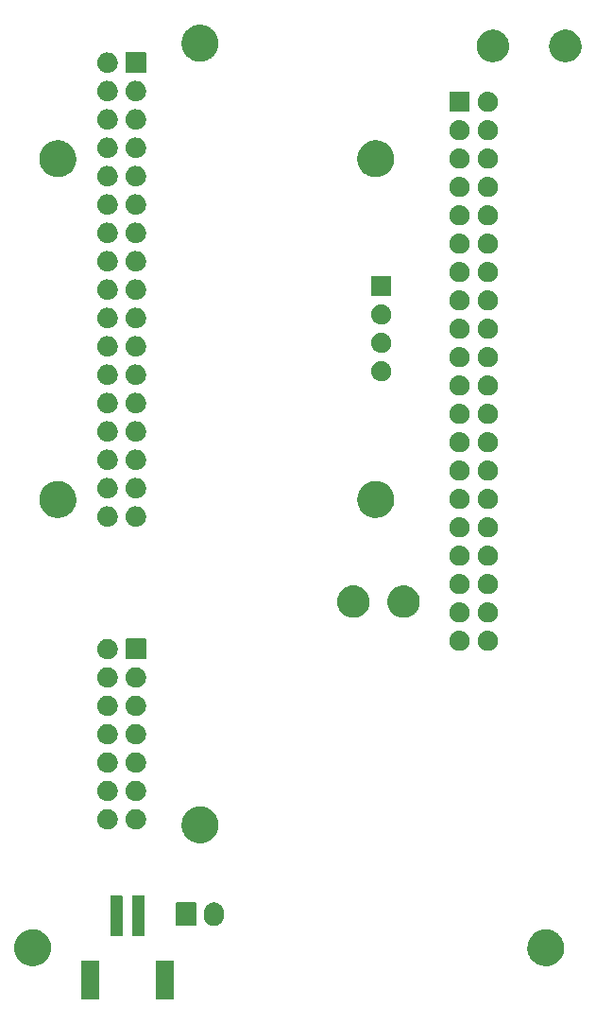
<source format=gbs>
G04 #@! TF.GenerationSoftware,KiCad,Pcbnew,(5.99.0-490-gc7ce93e10)*
G04 #@! TF.CreationDate,2019-12-10T11:33:49+01:00*
G04 #@! TF.ProjectId,LichtDom,4c696368-7444-46f6-9d2e-6b696361645f,0.1*
G04 #@! TF.SameCoordinates,Original*
G04 #@! TF.FileFunction,Soldermask,Bot*
G04 #@! TF.FilePolarity,Negative*
%FSLAX46Y46*%
G04 Gerber Fmt 4.6, Leading zero omitted, Abs format (unit mm)*
G04 Created by KiCad (PCBNEW (5.99.0-490-gc7ce93e10)) date 2019-12-10 11:33:49*
%MOMM*%
%LPD*%
G04 APERTURE LIST*
G04 APERTURE END LIST*
G36*
X195349997Y-160898001D02*
G01*
X195350000Y-160898001D01*
X195369899Y-160901959D01*
X195386769Y-160913231D01*
X195398041Y-160930101D01*
X195401999Y-160950000D01*
X195401999Y-160950003D01*
X195403468Y-160957388D01*
X195403468Y-164342612D01*
X195401999Y-164349997D01*
X195401999Y-164350000D01*
X195398041Y-164369899D01*
X195386769Y-164386769D01*
X195369899Y-164398041D01*
X195350000Y-164401999D01*
X195349997Y-164401999D01*
X195342612Y-164403468D01*
X193857388Y-164403468D01*
X193850003Y-164401999D01*
X193850000Y-164401999D01*
X193830101Y-164398041D01*
X193813231Y-164386769D01*
X193801959Y-164369899D01*
X193798001Y-164350000D01*
X193798001Y-164349997D01*
X193796532Y-164342612D01*
X193796532Y-160957388D01*
X193798001Y-160950003D01*
X193798001Y-160950000D01*
X193801959Y-160930101D01*
X193813231Y-160913231D01*
X193830101Y-160901959D01*
X193850000Y-160898001D01*
X193850003Y-160898001D01*
X193857388Y-160896532D01*
X195342612Y-160896532D01*
X195349997Y-160898001D01*
G37*
G36*
X188649997Y-160898001D02*
G01*
X188650000Y-160898001D01*
X188669899Y-160901959D01*
X188686769Y-160913231D01*
X188698041Y-160930101D01*
X188701999Y-160950000D01*
X188701999Y-160950003D01*
X188703468Y-160957388D01*
X188703468Y-164342612D01*
X188701999Y-164349997D01*
X188701999Y-164350000D01*
X188698041Y-164369899D01*
X188686769Y-164386769D01*
X188669899Y-164398041D01*
X188650000Y-164401999D01*
X188649997Y-164401999D01*
X188642612Y-164403468D01*
X187157388Y-164403468D01*
X187150003Y-164401999D01*
X187150000Y-164401999D01*
X187130101Y-164398041D01*
X187113231Y-164386769D01*
X187101959Y-164369899D01*
X187098001Y-164350000D01*
X187098001Y-164349997D01*
X187096532Y-164342612D01*
X187096532Y-160957388D01*
X187098001Y-160950003D01*
X187098001Y-160950000D01*
X187101959Y-160930101D01*
X187113231Y-160913231D01*
X187130101Y-160901959D01*
X187150000Y-160898001D01*
X187150003Y-160898001D01*
X187157388Y-160896532D01*
X188642612Y-160896532D01*
X188649997Y-160898001D01*
G37*
G36*
X182795671Y-158099000D02*
G01*
X182879937Y-158099000D01*
X182922655Y-158105766D01*
X182963272Y-158107930D01*
X183049318Y-158125827D01*
X183136610Y-158139653D01*
X183173650Y-158151688D01*
X183209194Y-158159081D01*
X183295828Y-158191386D01*
X183383764Y-158219958D01*
X183414637Y-158235689D01*
X183444553Y-158246844D01*
X183529339Y-158294132D01*
X183615312Y-158337938D01*
X183639866Y-158355778D01*
X183663930Y-158369199D01*
X183744323Y-158431670D01*
X183825554Y-158490688D01*
X183843966Y-158509100D01*
X183862281Y-158523332D01*
X183935674Y-158600808D01*
X184009312Y-158674446D01*
X184022084Y-158692025D01*
X184035023Y-158705684D01*
X184098756Y-158797554D01*
X184162062Y-158884688D01*
X184169973Y-158900214D01*
X184178204Y-158912079D01*
X184229785Y-159017601D01*
X184280042Y-159116236D01*
X184284092Y-159128700D01*
X184288515Y-159137749D01*
X184325596Y-159256438D01*
X184360347Y-159363390D01*
X184361721Y-159372065D01*
X184363423Y-159377513D01*
X184383815Y-159511563D01*
X184401000Y-159620063D01*
X184401000Y-159624528D01*
X184401037Y-159624771D01*
X184401000Y-159626018D01*
X184401000Y-159879937D01*
X184391726Y-159938490D01*
X184390704Y-159972929D01*
X184373527Y-160053397D01*
X184360347Y-160136610D01*
X184346984Y-160177738D01*
X184338492Y-160217518D01*
X184307355Y-160299702D01*
X184280042Y-160383764D01*
X184262358Y-160418471D01*
X184249498Y-160452414D01*
X184204044Y-160532918D01*
X184162062Y-160615312D01*
X184141695Y-160643344D01*
X184125998Y-160671146D01*
X184066026Y-160747494D01*
X184009312Y-160825554D01*
X183987853Y-160847013D01*
X183970831Y-160868683D01*
X183896561Y-160938305D01*
X183825554Y-161009312D01*
X183804481Y-161024622D01*
X183787568Y-161040477D01*
X183699600Y-161100823D01*
X183615312Y-161162062D01*
X183595947Y-161171929D01*
X183580434Y-161182571D01*
X183479742Y-161231138D01*
X183383764Y-161280042D01*
X183367187Y-161285428D01*
X183354184Y-161291700D01*
X183241911Y-161326133D01*
X183136610Y-161360347D01*
X183123665Y-161362397D01*
X183114034Y-161365351D01*
X182991008Y-161383408D01*
X182879937Y-161401000D01*
X182871151Y-161401000D01*
X182865510Y-161401828D01*
X182729924Y-161401000D01*
X182620063Y-161401000D01*
X182615657Y-161400302D01*
X182614316Y-161400294D01*
X182386230Y-161363965D01*
X182363390Y-161360347D01*
X182263242Y-161327807D01*
X182127020Y-161284202D01*
X182123218Y-161282311D01*
X182116236Y-161280042D01*
X182016136Y-161229038D01*
X181902129Y-161172321D01*
X181895077Y-161167355D01*
X181884688Y-161162062D01*
X181794531Y-161096559D01*
X181696741Y-161027703D01*
X181687374Y-161018705D01*
X181674446Y-161009312D01*
X181597555Y-160932421D01*
X181515595Y-160853687D01*
X181505038Y-160839904D01*
X181490688Y-160825554D01*
X181428746Y-160740298D01*
X181362855Y-160654272D01*
X181352405Y-160635224D01*
X181337938Y-160615312D01*
X181291759Y-160524680D01*
X181242034Y-160434044D01*
X181233089Y-160409536D01*
X181219958Y-160383764D01*
X181189728Y-160290724D01*
X181155913Y-160198072D01*
X181149916Y-160168198D01*
X181139653Y-160136610D01*
X181124979Y-160043959D01*
X181106480Y-159951801D01*
X181104869Y-159916993D01*
X181099000Y-159879937D01*
X181099000Y-159790177D01*
X181094867Y-159700874D01*
X181099000Y-159661878D01*
X181099000Y-159620063D01*
X181112396Y-159535486D01*
X181121341Y-159451084D01*
X181132442Y-159408921D01*
X181139653Y-159363390D01*
X181164827Y-159285911D01*
X181185293Y-159208177D01*
X181204387Y-159164159D01*
X181219958Y-159116236D01*
X181255046Y-159047372D01*
X181285258Y-158977723D01*
X181313128Y-158933381D01*
X181337938Y-158884688D01*
X181380880Y-158825584D01*
X181418923Y-158765055D01*
X181456060Y-158722108D01*
X181490688Y-158674446D01*
X181539359Y-158625775D01*
X181583222Y-158575049D01*
X181629774Y-158535360D01*
X181674446Y-158490688D01*
X181726701Y-158452723D01*
X181774370Y-158412081D01*
X181830140Y-158377570D01*
X181884688Y-158337938D01*
X181938455Y-158310542D01*
X181987974Y-158279899D01*
X182052386Y-158252491D01*
X182116236Y-158219958D01*
X182169570Y-158202629D01*
X182219108Y-158181550D01*
X182291225Y-158163101D01*
X182363390Y-158139653D01*
X182414562Y-158131548D01*
X182462459Y-158119295D01*
X182540956Y-158111529D01*
X182620063Y-158099000D01*
X182667604Y-158099000D01*
X182712434Y-158094565D01*
X182795671Y-158099000D01*
G37*
G36*
X228795671Y-158099000D02*
G01*
X228879937Y-158099000D01*
X228922655Y-158105766D01*
X228963272Y-158107930D01*
X229049318Y-158125827D01*
X229136610Y-158139653D01*
X229173650Y-158151688D01*
X229209194Y-158159081D01*
X229295828Y-158191386D01*
X229383764Y-158219958D01*
X229414637Y-158235689D01*
X229444553Y-158246844D01*
X229529339Y-158294132D01*
X229615312Y-158337938D01*
X229639866Y-158355778D01*
X229663930Y-158369199D01*
X229744323Y-158431670D01*
X229825554Y-158490688D01*
X229843966Y-158509100D01*
X229862281Y-158523332D01*
X229935674Y-158600808D01*
X230009312Y-158674446D01*
X230022084Y-158692025D01*
X230035023Y-158705684D01*
X230098756Y-158797554D01*
X230162062Y-158884688D01*
X230169973Y-158900214D01*
X230178204Y-158912079D01*
X230229785Y-159017601D01*
X230280042Y-159116236D01*
X230284092Y-159128700D01*
X230288515Y-159137749D01*
X230325596Y-159256438D01*
X230360347Y-159363390D01*
X230361721Y-159372065D01*
X230363423Y-159377513D01*
X230383815Y-159511563D01*
X230401000Y-159620063D01*
X230401000Y-159624528D01*
X230401037Y-159624771D01*
X230401000Y-159626018D01*
X230401000Y-159879937D01*
X230391726Y-159938490D01*
X230390704Y-159972929D01*
X230373527Y-160053397D01*
X230360347Y-160136610D01*
X230346984Y-160177738D01*
X230338492Y-160217518D01*
X230307355Y-160299702D01*
X230280042Y-160383764D01*
X230262358Y-160418471D01*
X230249498Y-160452414D01*
X230204044Y-160532918D01*
X230162062Y-160615312D01*
X230141695Y-160643344D01*
X230125998Y-160671146D01*
X230066026Y-160747494D01*
X230009312Y-160825554D01*
X229987853Y-160847013D01*
X229970831Y-160868683D01*
X229896561Y-160938305D01*
X229825554Y-161009312D01*
X229804481Y-161024622D01*
X229787568Y-161040477D01*
X229699600Y-161100823D01*
X229615312Y-161162062D01*
X229595947Y-161171929D01*
X229580434Y-161182571D01*
X229479742Y-161231138D01*
X229383764Y-161280042D01*
X229367187Y-161285428D01*
X229354184Y-161291700D01*
X229241911Y-161326133D01*
X229136610Y-161360347D01*
X229123665Y-161362397D01*
X229114034Y-161365351D01*
X228991008Y-161383408D01*
X228879937Y-161401000D01*
X228871151Y-161401000D01*
X228865510Y-161401828D01*
X228729924Y-161401000D01*
X228620063Y-161401000D01*
X228615657Y-161400302D01*
X228614316Y-161400294D01*
X228386230Y-161363965D01*
X228363390Y-161360347D01*
X228263242Y-161327807D01*
X228127020Y-161284202D01*
X228123218Y-161282311D01*
X228116236Y-161280042D01*
X228016136Y-161229038D01*
X227902129Y-161172321D01*
X227895077Y-161167355D01*
X227884688Y-161162062D01*
X227794531Y-161096559D01*
X227696741Y-161027703D01*
X227687374Y-161018705D01*
X227674446Y-161009312D01*
X227597555Y-160932421D01*
X227515595Y-160853687D01*
X227505038Y-160839904D01*
X227490688Y-160825554D01*
X227428746Y-160740298D01*
X227362855Y-160654272D01*
X227352405Y-160635224D01*
X227337938Y-160615312D01*
X227291759Y-160524680D01*
X227242034Y-160434044D01*
X227233089Y-160409536D01*
X227219958Y-160383764D01*
X227189728Y-160290724D01*
X227155913Y-160198072D01*
X227149916Y-160168198D01*
X227139653Y-160136610D01*
X227124979Y-160043959D01*
X227106480Y-159951801D01*
X227104869Y-159916993D01*
X227099000Y-159879937D01*
X227099000Y-159790177D01*
X227094867Y-159700874D01*
X227099000Y-159661878D01*
X227099000Y-159620063D01*
X227112396Y-159535486D01*
X227121341Y-159451084D01*
X227132442Y-159408921D01*
X227139653Y-159363390D01*
X227164827Y-159285911D01*
X227185293Y-159208177D01*
X227204387Y-159164159D01*
X227219958Y-159116236D01*
X227255046Y-159047372D01*
X227285258Y-158977723D01*
X227313128Y-158933381D01*
X227337938Y-158884688D01*
X227380880Y-158825584D01*
X227418923Y-158765055D01*
X227456060Y-158722108D01*
X227490688Y-158674446D01*
X227539359Y-158625775D01*
X227583222Y-158575049D01*
X227629774Y-158535360D01*
X227674446Y-158490688D01*
X227726701Y-158452723D01*
X227774370Y-158412081D01*
X227830140Y-158377570D01*
X227884688Y-158337938D01*
X227938455Y-158310542D01*
X227987974Y-158279899D01*
X228052386Y-158252491D01*
X228116236Y-158219958D01*
X228169570Y-158202629D01*
X228219108Y-158181550D01*
X228291225Y-158163101D01*
X228363390Y-158139653D01*
X228414562Y-158131548D01*
X228462459Y-158119295D01*
X228540956Y-158111529D01*
X228620063Y-158099000D01*
X228667604Y-158099000D01*
X228712434Y-158094565D01*
X228795671Y-158099000D01*
G37*
G36*
X190749997Y-155098001D02*
G01*
X190750000Y-155098001D01*
X190769899Y-155101959D01*
X190786769Y-155113231D01*
X190798041Y-155130101D01*
X190801999Y-155150000D01*
X190801999Y-155150003D01*
X190803468Y-155157388D01*
X190803468Y-158642612D01*
X190801999Y-158649997D01*
X190801999Y-158650000D01*
X190798041Y-158669899D01*
X190786769Y-158686769D01*
X190769899Y-158698041D01*
X190750000Y-158701999D01*
X190749997Y-158701999D01*
X190742612Y-158703468D01*
X189757388Y-158703468D01*
X189750003Y-158701999D01*
X189750000Y-158701999D01*
X189730101Y-158698041D01*
X189713231Y-158686769D01*
X189701959Y-158669899D01*
X189698001Y-158650000D01*
X189698001Y-158649997D01*
X189696532Y-158642612D01*
X189696532Y-155157388D01*
X189698001Y-155150003D01*
X189698001Y-155150000D01*
X189701959Y-155130101D01*
X189713231Y-155113231D01*
X189730101Y-155101959D01*
X189750000Y-155098001D01*
X189750003Y-155098001D01*
X189757388Y-155096532D01*
X190742612Y-155096532D01*
X190749997Y-155098001D01*
G37*
G36*
X192749997Y-155098001D02*
G01*
X192750000Y-155098001D01*
X192769899Y-155101959D01*
X192786769Y-155113231D01*
X192798041Y-155130101D01*
X192801999Y-155150000D01*
X192801999Y-155150003D01*
X192803468Y-155157388D01*
X192803468Y-158642612D01*
X192801999Y-158649997D01*
X192801999Y-158650000D01*
X192798041Y-158669899D01*
X192786769Y-158686769D01*
X192769899Y-158698041D01*
X192750000Y-158701999D01*
X192749997Y-158701999D01*
X192742612Y-158703468D01*
X191757388Y-158703468D01*
X191750003Y-158701999D01*
X191750000Y-158701999D01*
X191730101Y-158698041D01*
X191713231Y-158686769D01*
X191701959Y-158669899D01*
X191698001Y-158650000D01*
X191698001Y-158649997D01*
X191696532Y-158642612D01*
X191696532Y-155157388D01*
X191698001Y-155150003D01*
X191698001Y-155150000D01*
X191701959Y-155130101D01*
X191713231Y-155113231D01*
X191730101Y-155101959D01*
X191750000Y-155098001D01*
X191750003Y-155098001D01*
X191757388Y-155096532D01*
X192742612Y-155096532D01*
X192749997Y-155098001D01*
G37*
G36*
X199023828Y-155699001D02*
G01*
X199094698Y-155699001D01*
X199117888Y-155703930D01*
X199138550Y-155705013D01*
X199207593Y-155722998D01*
X199279957Y-155738379D01*
X199298730Y-155746737D01*
X199315682Y-155751153D01*
X199382554Y-155784058D01*
X199452980Y-155815414D01*
X199467047Y-155825634D01*
X199479919Y-155831968D01*
X199541351Y-155879619D01*
X199606207Y-155926739D01*
X199615720Y-155937304D01*
X199624552Y-155944155D01*
X199677270Y-156005663D01*
X199732939Y-156067489D01*
X199738464Y-156077059D01*
X199743671Y-156083134D01*
X199784556Y-156156893D01*
X199827637Y-156231512D01*
X199830072Y-156239007D01*
X199832412Y-156243228D01*
X199858705Y-156327129D01*
X199886165Y-156411640D01*
X199886657Y-156416322D01*
X199887150Y-156417895D01*
X199896582Y-156510753D01*
X199901000Y-156552789D01*
X199901000Y-156947210D01*
X199886165Y-157088359D01*
X199866713Y-157148227D01*
X199862465Y-157175665D01*
X199843731Y-157218956D01*
X199827637Y-157268488D01*
X199806314Y-157305421D01*
X199790559Y-157341828D01*
X199760554Y-157384680D01*
X199732939Y-157432511D01*
X199706510Y-157461863D01*
X199685568Y-157491772D01*
X199645258Y-157529891D01*
X199606207Y-157573261D01*
X199576802Y-157594625D01*
X199552576Y-157617534D01*
X199502741Y-157648433D01*
X199452981Y-157684586D01*
X199422662Y-157698085D01*
X199397010Y-157713990D01*
X199339002Y-157735333D01*
X199279958Y-157761621D01*
X199250583Y-157767865D01*
X199225227Y-157777194D01*
X199160982Y-157786910D01*
X199094699Y-157800999D01*
X199067824Y-157800999D01*
X199044238Y-157804566D01*
X198976172Y-157800999D01*
X198905302Y-157800999D01*
X198882112Y-157796070D01*
X198861450Y-157794987D01*
X198792407Y-157777002D01*
X198720043Y-157761621D01*
X198701270Y-157753263D01*
X198684318Y-157748847D01*
X198617446Y-157715942D01*
X198547020Y-157684586D01*
X198532953Y-157674366D01*
X198520081Y-157668032D01*
X198458647Y-157620380D01*
X198393794Y-157573261D01*
X198384281Y-157562695D01*
X198375449Y-157555845D01*
X198322733Y-157494340D01*
X198267061Y-157432511D01*
X198261536Y-157422941D01*
X198256329Y-157416866D01*
X198215444Y-157343107D01*
X198172363Y-157268488D01*
X198169928Y-157260993D01*
X198167588Y-157256772D01*
X198141295Y-157172871D01*
X198113835Y-157088360D01*
X198113343Y-157083678D01*
X198112850Y-157082105D01*
X198103418Y-156989247D01*
X198099000Y-156947211D01*
X198099000Y-156552790D01*
X198113835Y-156411641D01*
X198133288Y-156351773D01*
X198137535Y-156324336D01*
X198156269Y-156281045D01*
X198172363Y-156231513D01*
X198193686Y-156194581D01*
X198209442Y-156158170D01*
X198239449Y-156115315D01*
X198267061Y-156067489D01*
X198293487Y-156038140D01*
X198314430Y-156008230D01*
X198354742Y-155970110D01*
X198393793Y-155926739D01*
X198423198Y-155905375D01*
X198447424Y-155882466D01*
X198497259Y-155851567D01*
X198547019Y-155815414D01*
X198577338Y-155801915D01*
X198602990Y-155786010D01*
X198660998Y-155764667D01*
X198720042Y-155738379D01*
X198749417Y-155732135D01*
X198774773Y-155722806D01*
X198839018Y-155713090D01*
X198905301Y-155699001D01*
X198932176Y-155699001D01*
X198955762Y-155695434D01*
X199023828Y-155699001D01*
G37*
G36*
X197349997Y-155698001D02*
G01*
X197350000Y-155698001D01*
X197369899Y-155701959D01*
X197386769Y-155713231D01*
X197398041Y-155730101D01*
X197401999Y-155750000D01*
X197401999Y-155750003D01*
X197403468Y-155757388D01*
X197403468Y-157742612D01*
X197401999Y-157749997D01*
X197401999Y-157750000D01*
X197398041Y-157769899D01*
X197386769Y-157786769D01*
X197369899Y-157798041D01*
X197350000Y-157801999D01*
X197349997Y-157801999D01*
X197342612Y-157803468D01*
X195657388Y-157803468D01*
X195650003Y-157801999D01*
X195650000Y-157801999D01*
X195630101Y-157798041D01*
X195613231Y-157786769D01*
X195601959Y-157769899D01*
X195598001Y-157750000D01*
X195598001Y-157749997D01*
X195596532Y-157742612D01*
X195596532Y-155757388D01*
X195598001Y-155750003D01*
X195598001Y-155750000D01*
X195601959Y-155730101D01*
X195613231Y-155713231D01*
X195630101Y-155701959D01*
X195650000Y-155698001D01*
X195650003Y-155698001D01*
X195657388Y-155696532D01*
X197342612Y-155696532D01*
X197349997Y-155698001D01*
G37*
G36*
X197795671Y-147099000D02*
G01*
X197879937Y-147099000D01*
X197922655Y-147105766D01*
X197963272Y-147107930D01*
X198049318Y-147125827D01*
X198136610Y-147139653D01*
X198173650Y-147151688D01*
X198209194Y-147159081D01*
X198295828Y-147191386D01*
X198383764Y-147219958D01*
X198414637Y-147235689D01*
X198444553Y-147246844D01*
X198529339Y-147294132D01*
X198615312Y-147337938D01*
X198639866Y-147355778D01*
X198663930Y-147369199D01*
X198744323Y-147431670D01*
X198825554Y-147490688D01*
X198843966Y-147509100D01*
X198862281Y-147523332D01*
X198935674Y-147600808D01*
X199009312Y-147674446D01*
X199022084Y-147692025D01*
X199035023Y-147705684D01*
X199098756Y-147797554D01*
X199162062Y-147884688D01*
X199169973Y-147900214D01*
X199178204Y-147912079D01*
X199229785Y-148017601D01*
X199280042Y-148116236D01*
X199284092Y-148128700D01*
X199288515Y-148137749D01*
X199325596Y-148256438D01*
X199360347Y-148363390D01*
X199361721Y-148372065D01*
X199363423Y-148377513D01*
X199383815Y-148511563D01*
X199401000Y-148620063D01*
X199401000Y-148624528D01*
X199401037Y-148624771D01*
X199401000Y-148626018D01*
X199401000Y-148879937D01*
X199391726Y-148938490D01*
X199390704Y-148972929D01*
X199373527Y-149053397D01*
X199360347Y-149136610D01*
X199346984Y-149177738D01*
X199338492Y-149217518D01*
X199307355Y-149299702D01*
X199280042Y-149383764D01*
X199262358Y-149418471D01*
X199249498Y-149452414D01*
X199204044Y-149532918D01*
X199162062Y-149615312D01*
X199141695Y-149643344D01*
X199125998Y-149671146D01*
X199066026Y-149747494D01*
X199009312Y-149825554D01*
X198987853Y-149847013D01*
X198970831Y-149868683D01*
X198896561Y-149938305D01*
X198825554Y-150009312D01*
X198804481Y-150024622D01*
X198787568Y-150040477D01*
X198699600Y-150100823D01*
X198615312Y-150162062D01*
X198595947Y-150171929D01*
X198580434Y-150182571D01*
X198479742Y-150231138D01*
X198383764Y-150280042D01*
X198367187Y-150285428D01*
X198354184Y-150291700D01*
X198241911Y-150326133D01*
X198136610Y-150360347D01*
X198123665Y-150362397D01*
X198114034Y-150365351D01*
X197991008Y-150383408D01*
X197879937Y-150401000D01*
X197871151Y-150401000D01*
X197865510Y-150401828D01*
X197729924Y-150401000D01*
X197620063Y-150401000D01*
X197615657Y-150400302D01*
X197614316Y-150400294D01*
X197386230Y-150363965D01*
X197363390Y-150360347D01*
X197263242Y-150327807D01*
X197127020Y-150284202D01*
X197123218Y-150282311D01*
X197116236Y-150280042D01*
X197016136Y-150229038D01*
X196902129Y-150172321D01*
X196895077Y-150167355D01*
X196884688Y-150162062D01*
X196794531Y-150096559D01*
X196696741Y-150027703D01*
X196687374Y-150018705D01*
X196674446Y-150009312D01*
X196597555Y-149932421D01*
X196515595Y-149853687D01*
X196505038Y-149839904D01*
X196490688Y-149825554D01*
X196428746Y-149740298D01*
X196362855Y-149654272D01*
X196352405Y-149635224D01*
X196337938Y-149615312D01*
X196291759Y-149524680D01*
X196242034Y-149434044D01*
X196233089Y-149409536D01*
X196219958Y-149383764D01*
X196189728Y-149290724D01*
X196155913Y-149198072D01*
X196149916Y-149168198D01*
X196139653Y-149136610D01*
X196124979Y-149043959D01*
X196106480Y-148951801D01*
X196104869Y-148916993D01*
X196099000Y-148879937D01*
X196099000Y-148790177D01*
X196094867Y-148700874D01*
X196099000Y-148661878D01*
X196099000Y-148620063D01*
X196112396Y-148535486D01*
X196121341Y-148451084D01*
X196132442Y-148408921D01*
X196139653Y-148363390D01*
X196164827Y-148285911D01*
X196185293Y-148208177D01*
X196204387Y-148164159D01*
X196219958Y-148116236D01*
X196255046Y-148047372D01*
X196285258Y-147977723D01*
X196313128Y-147933381D01*
X196337938Y-147884688D01*
X196380880Y-147825584D01*
X196418923Y-147765055D01*
X196456060Y-147722108D01*
X196490688Y-147674446D01*
X196539359Y-147625775D01*
X196583222Y-147575049D01*
X196629774Y-147535360D01*
X196674446Y-147490688D01*
X196726701Y-147452723D01*
X196774370Y-147412081D01*
X196830140Y-147377570D01*
X196884688Y-147337938D01*
X196938455Y-147310542D01*
X196987974Y-147279899D01*
X197052386Y-147252491D01*
X197116236Y-147219958D01*
X197169570Y-147202629D01*
X197219108Y-147181550D01*
X197291225Y-147163101D01*
X197363390Y-147139653D01*
X197414562Y-147131548D01*
X197462459Y-147119295D01*
X197540956Y-147111529D01*
X197620063Y-147099000D01*
X197667604Y-147099000D01*
X197712434Y-147094565D01*
X197795671Y-147099000D01*
G37*
G36*
X192025532Y-147323046D02*
G01*
X192048112Y-147321942D01*
X192118071Y-147332773D01*
X192191203Y-147340459D01*
X192212574Y-147347403D01*
X192231733Y-147350369D01*
X192301119Y-147376173D01*
X192374050Y-147399870D01*
X192390723Y-147409496D01*
X192405883Y-147415134D01*
X192471424Y-147456089D01*
X192540549Y-147495998D01*
X192552471Y-147506733D01*
X192563456Y-147513597D01*
X192621789Y-147569147D01*
X192683423Y-147624643D01*
X192690964Y-147635022D01*
X192698012Y-147641734D01*
X192745894Y-147710627D01*
X192796429Y-147780182D01*
X192800337Y-147788959D01*
X192804053Y-147794306D01*
X192838483Y-147874636D01*
X192874627Y-147955817D01*
X192875955Y-147962064D01*
X192877250Y-147965086D01*
X192895641Y-148054680D01*
X192914599Y-148143872D01*
X192914599Y-148336128D01*
X192913912Y-148339359D01*
X192913912Y-148339418D01*
X192875309Y-148521031D01*
X192875286Y-148521085D01*
X192874627Y-148524183D01*
X192837511Y-148607546D01*
X192800922Y-148691295D01*
X192799029Y-148693979D01*
X192796429Y-148699818D01*
X192744181Y-148771731D01*
X192693817Y-148843127D01*
X192689070Y-148847585D01*
X192683423Y-148855357D01*
X192619534Y-148912883D01*
X192558372Y-148970318D01*
X192550083Y-148975417D01*
X192540549Y-148984002D01*
X192468727Y-149025468D01*
X192400115Y-149067679D01*
X192387942Y-149072110D01*
X192374050Y-149080130D01*
X192298133Y-149104797D01*
X192225514Y-149131228D01*
X192209518Y-149133590D01*
X192191203Y-149139541D01*
X192114939Y-149147557D01*
X192041705Y-149158371D01*
X192022344Y-149157289D01*
X192000000Y-149159637D01*
X191926868Y-149151951D01*
X191856188Y-149147999D01*
X191834335Y-149142225D01*
X191808797Y-149139541D01*
X191741864Y-149117793D01*
X191676542Y-149100534D01*
X191653417Y-149089055D01*
X191625950Y-149080130D01*
X191567758Y-149046533D01*
X191510120Y-149017921D01*
X191487244Y-149000048D01*
X191459451Y-148984002D01*
X191411866Y-148941156D01*
X191363702Y-148903526D01*
X191342807Y-148878975D01*
X191316577Y-148855357D01*
X191280814Y-148806134D01*
X191243276Y-148762027D01*
X191226196Y-148730958D01*
X191203571Y-148699818D01*
X191180121Y-148647148D01*
X191153765Y-148599207D01*
X191142332Y-148562274D01*
X191125373Y-148524183D01*
X191114048Y-148470902D01*
X191098820Y-148421709D01*
X191094734Y-148380035D01*
X191085401Y-148336128D01*
X191085401Y-148284856D01*
X191080688Y-148236791D01*
X191085401Y-148191952D01*
X191085401Y-148143872D01*
X191095398Y-148096839D01*
X191100111Y-148052001D01*
X191114712Y-148005971D01*
X191125373Y-147955817D01*
X191143630Y-147914810D01*
X191156292Y-147874896D01*
X191181418Y-147829939D01*
X191203571Y-147780182D01*
X191228077Y-147746453D01*
X191246939Y-147712703D01*
X191282687Y-147671289D01*
X191316577Y-147624643D01*
X191345184Y-147598885D01*
X191368350Y-147572047D01*
X191414236Y-147536710D01*
X191459451Y-147495998D01*
X191490017Y-147478351D01*
X191515560Y-147458680D01*
X191570505Y-147431881D01*
X191625950Y-147399870D01*
X191656465Y-147389955D01*
X191682561Y-147377227D01*
X191744889Y-147361224D01*
X191808797Y-147340459D01*
X191837525Y-147337440D01*
X191862532Y-147331019D01*
X191930021Y-147327718D01*
X192000000Y-147320363D01*
X192025532Y-147323046D01*
G37*
G36*
X189485532Y-147323046D02*
G01*
X189508112Y-147321942D01*
X189578071Y-147332773D01*
X189651203Y-147340459D01*
X189672574Y-147347403D01*
X189691733Y-147350369D01*
X189761119Y-147376173D01*
X189834050Y-147399870D01*
X189850723Y-147409496D01*
X189865883Y-147415134D01*
X189931424Y-147456089D01*
X190000549Y-147495998D01*
X190012471Y-147506733D01*
X190023456Y-147513597D01*
X190081789Y-147569147D01*
X190143423Y-147624643D01*
X190150964Y-147635022D01*
X190158012Y-147641734D01*
X190205894Y-147710627D01*
X190256429Y-147780182D01*
X190260337Y-147788959D01*
X190264053Y-147794306D01*
X190298483Y-147874636D01*
X190334627Y-147955817D01*
X190335955Y-147962064D01*
X190337250Y-147965086D01*
X190355641Y-148054680D01*
X190374599Y-148143872D01*
X190374599Y-148336128D01*
X190373912Y-148339359D01*
X190373912Y-148339418D01*
X190335309Y-148521031D01*
X190335286Y-148521085D01*
X190334627Y-148524183D01*
X190297511Y-148607546D01*
X190260922Y-148691295D01*
X190259029Y-148693979D01*
X190256429Y-148699818D01*
X190204181Y-148771731D01*
X190153817Y-148843127D01*
X190149070Y-148847585D01*
X190143423Y-148855357D01*
X190079534Y-148912883D01*
X190018372Y-148970318D01*
X190010083Y-148975417D01*
X190000549Y-148984002D01*
X189928727Y-149025468D01*
X189860115Y-149067679D01*
X189847942Y-149072110D01*
X189834050Y-149080130D01*
X189758133Y-149104797D01*
X189685514Y-149131228D01*
X189669518Y-149133590D01*
X189651203Y-149139541D01*
X189574939Y-149147557D01*
X189501705Y-149158371D01*
X189482344Y-149157289D01*
X189460000Y-149159637D01*
X189386868Y-149151951D01*
X189316188Y-149147999D01*
X189294335Y-149142225D01*
X189268797Y-149139541D01*
X189201864Y-149117793D01*
X189136542Y-149100534D01*
X189113417Y-149089055D01*
X189085950Y-149080130D01*
X189027758Y-149046533D01*
X188970120Y-149017921D01*
X188947244Y-149000048D01*
X188919451Y-148984002D01*
X188871866Y-148941156D01*
X188823702Y-148903526D01*
X188802807Y-148878975D01*
X188776577Y-148855357D01*
X188740814Y-148806134D01*
X188703276Y-148762027D01*
X188686196Y-148730958D01*
X188663571Y-148699818D01*
X188640121Y-148647148D01*
X188613765Y-148599207D01*
X188602332Y-148562274D01*
X188585373Y-148524183D01*
X188574048Y-148470902D01*
X188558820Y-148421709D01*
X188554734Y-148380035D01*
X188545401Y-148336128D01*
X188545401Y-148284856D01*
X188540688Y-148236791D01*
X188545401Y-148191952D01*
X188545401Y-148143872D01*
X188555398Y-148096839D01*
X188560111Y-148052001D01*
X188574712Y-148005971D01*
X188585373Y-147955817D01*
X188603630Y-147914810D01*
X188616292Y-147874896D01*
X188641418Y-147829939D01*
X188663571Y-147780182D01*
X188688077Y-147746453D01*
X188706939Y-147712703D01*
X188742687Y-147671289D01*
X188776577Y-147624643D01*
X188805184Y-147598885D01*
X188828350Y-147572047D01*
X188874236Y-147536710D01*
X188919451Y-147495998D01*
X188950017Y-147478351D01*
X188975560Y-147458680D01*
X189030505Y-147431881D01*
X189085950Y-147399870D01*
X189116465Y-147389955D01*
X189142561Y-147377227D01*
X189204889Y-147361224D01*
X189268797Y-147340459D01*
X189297525Y-147337440D01*
X189322532Y-147331019D01*
X189390021Y-147327718D01*
X189460000Y-147320363D01*
X189485532Y-147323046D01*
G37*
G36*
X192025532Y-144783046D02*
G01*
X192048112Y-144781942D01*
X192118071Y-144792773D01*
X192191203Y-144800459D01*
X192212574Y-144807403D01*
X192231733Y-144810369D01*
X192301119Y-144836173D01*
X192374050Y-144859870D01*
X192390723Y-144869496D01*
X192405883Y-144875134D01*
X192471424Y-144916089D01*
X192540549Y-144955998D01*
X192552471Y-144966733D01*
X192563456Y-144973597D01*
X192621789Y-145029147D01*
X192683423Y-145084643D01*
X192690964Y-145095022D01*
X192698012Y-145101734D01*
X192745894Y-145170627D01*
X192796429Y-145240182D01*
X192800337Y-145248959D01*
X192804053Y-145254306D01*
X192838483Y-145334636D01*
X192874627Y-145415817D01*
X192875955Y-145422064D01*
X192877250Y-145425086D01*
X192895641Y-145514680D01*
X192914599Y-145603872D01*
X192914599Y-145796128D01*
X192913912Y-145799359D01*
X192913912Y-145799418D01*
X192875309Y-145981031D01*
X192875286Y-145981085D01*
X192874627Y-145984183D01*
X192837511Y-146067546D01*
X192800922Y-146151295D01*
X192799029Y-146153979D01*
X192796429Y-146159818D01*
X192744181Y-146231731D01*
X192693817Y-146303127D01*
X192689070Y-146307585D01*
X192683423Y-146315357D01*
X192619534Y-146372883D01*
X192558372Y-146430318D01*
X192550083Y-146435417D01*
X192540549Y-146444002D01*
X192468727Y-146485468D01*
X192400115Y-146527679D01*
X192387942Y-146532110D01*
X192374050Y-146540130D01*
X192298133Y-146564797D01*
X192225514Y-146591228D01*
X192209518Y-146593590D01*
X192191203Y-146599541D01*
X192114939Y-146607557D01*
X192041705Y-146618371D01*
X192022344Y-146617289D01*
X192000000Y-146619637D01*
X191926868Y-146611951D01*
X191856188Y-146607999D01*
X191834335Y-146602225D01*
X191808797Y-146599541D01*
X191741864Y-146577793D01*
X191676542Y-146560534D01*
X191653417Y-146549055D01*
X191625950Y-146540130D01*
X191567758Y-146506533D01*
X191510120Y-146477921D01*
X191487244Y-146460048D01*
X191459451Y-146444002D01*
X191411866Y-146401156D01*
X191363702Y-146363526D01*
X191342807Y-146338975D01*
X191316577Y-146315357D01*
X191280814Y-146266134D01*
X191243276Y-146222027D01*
X191226196Y-146190958D01*
X191203571Y-146159818D01*
X191180121Y-146107148D01*
X191153765Y-146059207D01*
X191142332Y-146022274D01*
X191125373Y-145984183D01*
X191114048Y-145930902D01*
X191098820Y-145881709D01*
X191094734Y-145840035D01*
X191085401Y-145796128D01*
X191085401Y-145744856D01*
X191080688Y-145696791D01*
X191085401Y-145651952D01*
X191085401Y-145603872D01*
X191095398Y-145556839D01*
X191100111Y-145512001D01*
X191114712Y-145465971D01*
X191125373Y-145415817D01*
X191143630Y-145374810D01*
X191156292Y-145334896D01*
X191181418Y-145289939D01*
X191203571Y-145240182D01*
X191228077Y-145206453D01*
X191246939Y-145172703D01*
X191282687Y-145131289D01*
X191316577Y-145084643D01*
X191345184Y-145058885D01*
X191368350Y-145032047D01*
X191414236Y-144996710D01*
X191459451Y-144955998D01*
X191490017Y-144938351D01*
X191515560Y-144918680D01*
X191570505Y-144891881D01*
X191625950Y-144859870D01*
X191656465Y-144849955D01*
X191682561Y-144837227D01*
X191744889Y-144821224D01*
X191808797Y-144800459D01*
X191837525Y-144797440D01*
X191862532Y-144791019D01*
X191930021Y-144787718D01*
X192000000Y-144780363D01*
X192025532Y-144783046D01*
G37*
G36*
X189485532Y-144783046D02*
G01*
X189508112Y-144781942D01*
X189578071Y-144792773D01*
X189651203Y-144800459D01*
X189672574Y-144807403D01*
X189691733Y-144810369D01*
X189761119Y-144836173D01*
X189834050Y-144859870D01*
X189850723Y-144869496D01*
X189865883Y-144875134D01*
X189931424Y-144916089D01*
X190000549Y-144955998D01*
X190012471Y-144966733D01*
X190023456Y-144973597D01*
X190081789Y-145029147D01*
X190143423Y-145084643D01*
X190150964Y-145095022D01*
X190158012Y-145101734D01*
X190205894Y-145170627D01*
X190256429Y-145240182D01*
X190260337Y-145248959D01*
X190264053Y-145254306D01*
X190298483Y-145334636D01*
X190334627Y-145415817D01*
X190335955Y-145422064D01*
X190337250Y-145425086D01*
X190355641Y-145514680D01*
X190374599Y-145603872D01*
X190374599Y-145796128D01*
X190373912Y-145799359D01*
X190373912Y-145799418D01*
X190335309Y-145981031D01*
X190335286Y-145981085D01*
X190334627Y-145984183D01*
X190297511Y-146067546D01*
X190260922Y-146151295D01*
X190259029Y-146153979D01*
X190256429Y-146159818D01*
X190204181Y-146231731D01*
X190153817Y-146303127D01*
X190149070Y-146307585D01*
X190143423Y-146315357D01*
X190079534Y-146372883D01*
X190018372Y-146430318D01*
X190010083Y-146435417D01*
X190000549Y-146444002D01*
X189928727Y-146485468D01*
X189860115Y-146527679D01*
X189847942Y-146532110D01*
X189834050Y-146540130D01*
X189758133Y-146564797D01*
X189685514Y-146591228D01*
X189669518Y-146593590D01*
X189651203Y-146599541D01*
X189574939Y-146607557D01*
X189501705Y-146618371D01*
X189482344Y-146617289D01*
X189460000Y-146619637D01*
X189386868Y-146611951D01*
X189316188Y-146607999D01*
X189294335Y-146602225D01*
X189268797Y-146599541D01*
X189201864Y-146577793D01*
X189136542Y-146560534D01*
X189113417Y-146549055D01*
X189085950Y-146540130D01*
X189027758Y-146506533D01*
X188970120Y-146477921D01*
X188947244Y-146460048D01*
X188919451Y-146444002D01*
X188871866Y-146401156D01*
X188823702Y-146363526D01*
X188802807Y-146338975D01*
X188776577Y-146315357D01*
X188740814Y-146266134D01*
X188703276Y-146222027D01*
X188686196Y-146190958D01*
X188663571Y-146159818D01*
X188640121Y-146107148D01*
X188613765Y-146059207D01*
X188602332Y-146022274D01*
X188585373Y-145984183D01*
X188574048Y-145930902D01*
X188558820Y-145881709D01*
X188554734Y-145840035D01*
X188545401Y-145796128D01*
X188545401Y-145744856D01*
X188540688Y-145696791D01*
X188545401Y-145651952D01*
X188545401Y-145603872D01*
X188555398Y-145556839D01*
X188560111Y-145512001D01*
X188574712Y-145465971D01*
X188585373Y-145415817D01*
X188603630Y-145374810D01*
X188616292Y-145334896D01*
X188641418Y-145289939D01*
X188663571Y-145240182D01*
X188688077Y-145206453D01*
X188706939Y-145172703D01*
X188742687Y-145131289D01*
X188776577Y-145084643D01*
X188805184Y-145058885D01*
X188828350Y-145032047D01*
X188874236Y-144996710D01*
X188919451Y-144955998D01*
X188950017Y-144938351D01*
X188975560Y-144918680D01*
X189030505Y-144891881D01*
X189085950Y-144859870D01*
X189116465Y-144849955D01*
X189142561Y-144837227D01*
X189204889Y-144821224D01*
X189268797Y-144800459D01*
X189297525Y-144797440D01*
X189322532Y-144791019D01*
X189390021Y-144787718D01*
X189460000Y-144780363D01*
X189485532Y-144783046D01*
G37*
G36*
X192025532Y-142243046D02*
G01*
X192048112Y-142241942D01*
X192118071Y-142252773D01*
X192191203Y-142260459D01*
X192212574Y-142267403D01*
X192231733Y-142270369D01*
X192301119Y-142296173D01*
X192374050Y-142319870D01*
X192390723Y-142329496D01*
X192405883Y-142335134D01*
X192471424Y-142376089D01*
X192540549Y-142415998D01*
X192552471Y-142426733D01*
X192563456Y-142433597D01*
X192621789Y-142489147D01*
X192683423Y-142544643D01*
X192690964Y-142555022D01*
X192698012Y-142561734D01*
X192745894Y-142630627D01*
X192796429Y-142700182D01*
X192800337Y-142708959D01*
X192804053Y-142714306D01*
X192838483Y-142794636D01*
X192874627Y-142875817D01*
X192875955Y-142882064D01*
X192877250Y-142885086D01*
X192895641Y-142974680D01*
X192914599Y-143063872D01*
X192914599Y-143256128D01*
X192913912Y-143259359D01*
X192913912Y-143259418D01*
X192875309Y-143441031D01*
X192875286Y-143441085D01*
X192874627Y-143444183D01*
X192837511Y-143527546D01*
X192800922Y-143611295D01*
X192799029Y-143613979D01*
X192796429Y-143619818D01*
X192744181Y-143691731D01*
X192693817Y-143763127D01*
X192689070Y-143767585D01*
X192683423Y-143775357D01*
X192619534Y-143832883D01*
X192558372Y-143890318D01*
X192550083Y-143895417D01*
X192540549Y-143904002D01*
X192468727Y-143945468D01*
X192400115Y-143987679D01*
X192387942Y-143992110D01*
X192374050Y-144000130D01*
X192298133Y-144024797D01*
X192225514Y-144051228D01*
X192209518Y-144053590D01*
X192191203Y-144059541D01*
X192114939Y-144067557D01*
X192041705Y-144078371D01*
X192022344Y-144077289D01*
X192000000Y-144079637D01*
X191926868Y-144071951D01*
X191856188Y-144067999D01*
X191834335Y-144062225D01*
X191808797Y-144059541D01*
X191741864Y-144037793D01*
X191676542Y-144020534D01*
X191653417Y-144009055D01*
X191625950Y-144000130D01*
X191567758Y-143966533D01*
X191510120Y-143937921D01*
X191487244Y-143920048D01*
X191459451Y-143904002D01*
X191411866Y-143861156D01*
X191363702Y-143823526D01*
X191342807Y-143798975D01*
X191316577Y-143775357D01*
X191280814Y-143726134D01*
X191243276Y-143682027D01*
X191226196Y-143650958D01*
X191203571Y-143619818D01*
X191180121Y-143567148D01*
X191153765Y-143519207D01*
X191142332Y-143482274D01*
X191125373Y-143444183D01*
X191114048Y-143390902D01*
X191098820Y-143341709D01*
X191094734Y-143300035D01*
X191085401Y-143256128D01*
X191085401Y-143204856D01*
X191080688Y-143156791D01*
X191085401Y-143111952D01*
X191085401Y-143063872D01*
X191095398Y-143016839D01*
X191100111Y-142972001D01*
X191114712Y-142925971D01*
X191125373Y-142875817D01*
X191143630Y-142834810D01*
X191156292Y-142794896D01*
X191181418Y-142749939D01*
X191203571Y-142700182D01*
X191228077Y-142666453D01*
X191246939Y-142632703D01*
X191282687Y-142591289D01*
X191316577Y-142544643D01*
X191345184Y-142518885D01*
X191368350Y-142492047D01*
X191414236Y-142456710D01*
X191459451Y-142415998D01*
X191490017Y-142398351D01*
X191515560Y-142378680D01*
X191570505Y-142351881D01*
X191625950Y-142319870D01*
X191656465Y-142309955D01*
X191682561Y-142297227D01*
X191744889Y-142281224D01*
X191808797Y-142260459D01*
X191837525Y-142257440D01*
X191862532Y-142251019D01*
X191930021Y-142247718D01*
X192000000Y-142240363D01*
X192025532Y-142243046D01*
G37*
G36*
X189485532Y-142243046D02*
G01*
X189508112Y-142241942D01*
X189578071Y-142252773D01*
X189651203Y-142260459D01*
X189672574Y-142267403D01*
X189691733Y-142270369D01*
X189761119Y-142296173D01*
X189834050Y-142319870D01*
X189850723Y-142329496D01*
X189865883Y-142335134D01*
X189931424Y-142376089D01*
X190000549Y-142415998D01*
X190012471Y-142426733D01*
X190023456Y-142433597D01*
X190081789Y-142489147D01*
X190143423Y-142544643D01*
X190150964Y-142555022D01*
X190158012Y-142561734D01*
X190205894Y-142630627D01*
X190256429Y-142700182D01*
X190260337Y-142708959D01*
X190264053Y-142714306D01*
X190298483Y-142794636D01*
X190334627Y-142875817D01*
X190335955Y-142882064D01*
X190337250Y-142885086D01*
X190355641Y-142974680D01*
X190374599Y-143063872D01*
X190374599Y-143256128D01*
X190373912Y-143259359D01*
X190373912Y-143259418D01*
X190335309Y-143441031D01*
X190335286Y-143441085D01*
X190334627Y-143444183D01*
X190297511Y-143527546D01*
X190260922Y-143611295D01*
X190259029Y-143613979D01*
X190256429Y-143619818D01*
X190204181Y-143691731D01*
X190153817Y-143763127D01*
X190149070Y-143767585D01*
X190143423Y-143775357D01*
X190079534Y-143832883D01*
X190018372Y-143890318D01*
X190010083Y-143895417D01*
X190000549Y-143904002D01*
X189928727Y-143945468D01*
X189860115Y-143987679D01*
X189847942Y-143992110D01*
X189834050Y-144000130D01*
X189758133Y-144024797D01*
X189685514Y-144051228D01*
X189669518Y-144053590D01*
X189651203Y-144059541D01*
X189574939Y-144067557D01*
X189501705Y-144078371D01*
X189482344Y-144077289D01*
X189460000Y-144079637D01*
X189386868Y-144071951D01*
X189316188Y-144067999D01*
X189294335Y-144062225D01*
X189268797Y-144059541D01*
X189201864Y-144037793D01*
X189136542Y-144020534D01*
X189113417Y-144009055D01*
X189085950Y-144000130D01*
X189027758Y-143966533D01*
X188970120Y-143937921D01*
X188947244Y-143920048D01*
X188919451Y-143904002D01*
X188871866Y-143861156D01*
X188823702Y-143823526D01*
X188802807Y-143798975D01*
X188776577Y-143775357D01*
X188740814Y-143726134D01*
X188703276Y-143682027D01*
X188686196Y-143650958D01*
X188663571Y-143619818D01*
X188640121Y-143567148D01*
X188613765Y-143519207D01*
X188602332Y-143482274D01*
X188585373Y-143444183D01*
X188574048Y-143390902D01*
X188558820Y-143341709D01*
X188554734Y-143300035D01*
X188545401Y-143256128D01*
X188545401Y-143204856D01*
X188540688Y-143156791D01*
X188545401Y-143111952D01*
X188545401Y-143063872D01*
X188555398Y-143016839D01*
X188560111Y-142972001D01*
X188574712Y-142925971D01*
X188585373Y-142875817D01*
X188603630Y-142834810D01*
X188616292Y-142794896D01*
X188641418Y-142749939D01*
X188663571Y-142700182D01*
X188688077Y-142666453D01*
X188706939Y-142632703D01*
X188742687Y-142591289D01*
X188776577Y-142544643D01*
X188805184Y-142518885D01*
X188828350Y-142492047D01*
X188874236Y-142456710D01*
X188919451Y-142415998D01*
X188950017Y-142398351D01*
X188975560Y-142378680D01*
X189030505Y-142351881D01*
X189085950Y-142319870D01*
X189116465Y-142309955D01*
X189142561Y-142297227D01*
X189204889Y-142281224D01*
X189268797Y-142260459D01*
X189297525Y-142257440D01*
X189322532Y-142251019D01*
X189390021Y-142247718D01*
X189460000Y-142240363D01*
X189485532Y-142243046D01*
G37*
G36*
X189485532Y-139703046D02*
G01*
X189508112Y-139701942D01*
X189578071Y-139712773D01*
X189651203Y-139720459D01*
X189672574Y-139727403D01*
X189691733Y-139730369D01*
X189761119Y-139756173D01*
X189834050Y-139779870D01*
X189850723Y-139789496D01*
X189865883Y-139795134D01*
X189931424Y-139836089D01*
X190000549Y-139875998D01*
X190012471Y-139886733D01*
X190023456Y-139893597D01*
X190081789Y-139949147D01*
X190143423Y-140004643D01*
X190150964Y-140015022D01*
X190158012Y-140021734D01*
X190205894Y-140090627D01*
X190256429Y-140160182D01*
X190260337Y-140168959D01*
X190264053Y-140174306D01*
X190298483Y-140254636D01*
X190334627Y-140335817D01*
X190335955Y-140342064D01*
X190337250Y-140345086D01*
X190355641Y-140434680D01*
X190374599Y-140523872D01*
X190374599Y-140716128D01*
X190373912Y-140719359D01*
X190373912Y-140719418D01*
X190335309Y-140901031D01*
X190335286Y-140901085D01*
X190334627Y-140904183D01*
X190297511Y-140987546D01*
X190260922Y-141071295D01*
X190259029Y-141073979D01*
X190256429Y-141079818D01*
X190204181Y-141151731D01*
X190153817Y-141223127D01*
X190149070Y-141227585D01*
X190143423Y-141235357D01*
X190079534Y-141292883D01*
X190018372Y-141350318D01*
X190010083Y-141355417D01*
X190000549Y-141364002D01*
X189928727Y-141405468D01*
X189860115Y-141447679D01*
X189847942Y-141452110D01*
X189834050Y-141460130D01*
X189758133Y-141484797D01*
X189685514Y-141511228D01*
X189669518Y-141513590D01*
X189651203Y-141519541D01*
X189574939Y-141527557D01*
X189501705Y-141538371D01*
X189482344Y-141537289D01*
X189460000Y-141539637D01*
X189386868Y-141531951D01*
X189316188Y-141527999D01*
X189294335Y-141522225D01*
X189268797Y-141519541D01*
X189201864Y-141497793D01*
X189136542Y-141480534D01*
X189113417Y-141469055D01*
X189085950Y-141460130D01*
X189027758Y-141426533D01*
X188970120Y-141397921D01*
X188947244Y-141380048D01*
X188919451Y-141364002D01*
X188871866Y-141321156D01*
X188823702Y-141283526D01*
X188802807Y-141258975D01*
X188776577Y-141235357D01*
X188740814Y-141186134D01*
X188703276Y-141142027D01*
X188686196Y-141110958D01*
X188663571Y-141079818D01*
X188640121Y-141027148D01*
X188613765Y-140979207D01*
X188602332Y-140942274D01*
X188585373Y-140904183D01*
X188574048Y-140850902D01*
X188558820Y-140801709D01*
X188554734Y-140760035D01*
X188545401Y-140716128D01*
X188545401Y-140664856D01*
X188540688Y-140616791D01*
X188545401Y-140571952D01*
X188545401Y-140523872D01*
X188555398Y-140476839D01*
X188560111Y-140432001D01*
X188574712Y-140385971D01*
X188585373Y-140335817D01*
X188603630Y-140294810D01*
X188616292Y-140254896D01*
X188641418Y-140209939D01*
X188663571Y-140160182D01*
X188688077Y-140126453D01*
X188706939Y-140092703D01*
X188742687Y-140051289D01*
X188776577Y-140004643D01*
X188805184Y-139978885D01*
X188828350Y-139952047D01*
X188874236Y-139916710D01*
X188919451Y-139875998D01*
X188950017Y-139858351D01*
X188975560Y-139838680D01*
X189030505Y-139811881D01*
X189085950Y-139779870D01*
X189116465Y-139769955D01*
X189142561Y-139757227D01*
X189204889Y-139741224D01*
X189268797Y-139720459D01*
X189297525Y-139717440D01*
X189322532Y-139711019D01*
X189390021Y-139707718D01*
X189460000Y-139700363D01*
X189485532Y-139703046D01*
G37*
G36*
X192025532Y-139703046D02*
G01*
X192048112Y-139701942D01*
X192118071Y-139712773D01*
X192191203Y-139720459D01*
X192212574Y-139727403D01*
X192231733Y-139730369D01*
X192301119Y-139756173D01*
X192374050Y-139779870D01*
X192390723Y-139789496D01*
X192405883Y-139795134D01*
X192471424Y-139836089D01*
X192540549Y-139875998D01*
X192552471Y-139886733D01*
X192563456Y-139893597D01*
X192621789Y-139949147D01*
X192683423Y-140004643D01*
X192690964Y-140015022D01*
X192698012Y-140021734D01*
X192745894Y-140090627D01*
X192796429Y-140160182D01*
X192800337Y-140168959D01*
X192804053Y-140174306D01*
X192838483Y-140254636D01*
X192874627Y-140335817D01*
X192875955Y-140342064D01*
X192877250Y-140345086D01*
X192895641Y-140434680D01*
X192914599Y-140523872D01*
X192914599Y-140716128D01*
X192913912Y-140719359D01*
X192913912Y-140719418D01*
X192875309Y-140901031D01*
X192875286Y-140901085D01*
X192874627Y-140904183D01*
X192837511Y-140987546D01*
X192800922Y-141071295D01*
X192799029Y-141073979D01*
X192796429Y-141079818D01*
X192744181Y-141151731D01*
X192693817Y-141223127D01*
X192689070Y-141227585D01*
X192683423Y-141235357D01*
X192619534Y-141292883D01*
X192558372Y-141350318D01*
X192550083Y-141355417D01*
X192540549Y-141364002D01*
X192468727Y-141405468D01*
X192400115Y-141447679D01*
X192387942Y-141452110D01*
X192374050Y-141460130D01*
X192298133Y-141484797D01*
X192225514Y-141511228D01*
X192209518Y-141513590D01*
X192191203Y-141519541D01*
X192114939Y-141527557D01*
X192041705Y-141538371D01*
X192022344Y-141537289D01*
X192000000Y-141539637D01*
X191926868Y-141531951D01*
X191856188Y-141527999D01*
X191834335Y-141522225D01*
X191808797Y-141519541D01*
X191741864Y-141497793D01*
X191676542Y-141480534D01*
X191653417Y-141469055D01*
X191625950Y-141460130D01*
X191567758Y-141426533D01*
X191510120Y-141397921D01*
X191487244Y-141380048D01*
X191459451Y-141364002D01*
X191411866Y-141321156D01*
X191363702Y-141283526D01*
X191342807Y-141258975D01*
X191316577Y-141235357D01*
X191280814Y-141186134D01*
X191243276Y-141142027D01*
X191226196Y-141110958D01*
X191203571Y-141079818D01*
X191180121Y-141027148D01*
X191153765Y-140979207D01*
X191142332Y-140942274D01*
X191125373Y-140904183D01*
X191114048Y-140850902D01*
X191098820Y-140801709D01*
X191094734Y-140760035D01*
X191085401Y-140716128D01*
X191085401Y-140664856D01*
X191080688Y-140616791D01*
X191085401Y-140571952D01*
X191085401Y-140523872D01*
X191095398Y-140476839D01*
X191100111Y-140432001D01*
X191114712Y-140385971D01*
X191125373Y-140335817D01*
X191143630Y-140294810D01*
X191156292Y-140254896D01*
X191181418Y-140209939D01*
X191203571Y-140160182D01*
X191228077Y-140126453D01*
X191246939Y-140092703D01*
X191282687Y-140051289D01*
X191316577Y-140004643D01*
X191345184Y-139978885D01*
X191368350Y-139952047D01*
X191414236Y-139916710D01*
X191459451Y-139875998D01*
X191490017Y-139858351D01*
X191515560Y-139838680D01*
X191570505Y-139811881D01*
X191625950Y-139779870D01*
X191656465Y-139769955D01*
X191682561Y-139757227D01*
X191744889Y-139741224D01*
X191808797Y-139720459D01*
X191837525Y-139717440D01*
X191862532Y-139711019D01*
X191930021Y-139707718D01*
X192000000Y-139700363D01*
X192025532Y-139703046D01*
G37*
G36*
X192025532Y-137163046D02*
G01*
X192048112Y-137161942D01*
X192118071Y-137172773D01*
X192191203Y-137180459D01*
X192212574Y-137187403D01*
X192231733Y-137190369D01*
X192301119Y-137216173D01*
X192374050Y-137239870D01*
X192390723Y-137249496D01*
X192405883Y-137255134D01*
X192471424Y-137296089D01*
X192540549Y-137335998D01*
X192552471Y-137346733D01*
X192563456Y-137353597D01*
X192621789Y-137409147D01*
X192683423Y-137464643D01*
X192690964Y-137475022D01*
X192698012Y-137481734D01*
X192745894Y-137550627D01*
X192796429Y-137620182D01*
X192800337Y-137628959D01*
X192804053Y-137634306D01*
X192838483Y-137714636D01*
X192874627Y-137795817D01*
X192875955Y-137802064D01*
X192877250Y-137805086D01*
X192895641Y-137894680D01*
X192914599Y-137983872D01*
X192914599Y-138176128D01*
X192913912Y-138179359D01*
X192913912Y-138179418D01*
X192875309Y-138361031D01*
X192875286Y-138361085D01*
X192874627Y-138364183D01*
X192837511Y-138447546D01*
X192800922Y-138531295D01*
X192799029Y-138533979D01*
X192796429Y-138539818D01*
X192744181Y-138611731D01*
X192693817Y-138683127D01*
X192689070Y-138687585D01*
X192683423Y-138695357D01*
X192619534Y-138752883D01*
X192558372Y-138810318D01*
X192550083Y-138815417D01*
X192540549Y-138824002D01*
X192468727Y-138865468D01*
X192400115Y-138907679D01*
X192387942Y-138912110D01*
X192374050Y-138920130D01*
X192298133Y-138944797D01*
X192225514Y-138971228D01*
X192209518Y-138973590D01*
X192191203Y-138979541D01*
X192114939Y-138987557D01*
X192041705Y-138998371D01*
X192022344Y-138997289D01*
X192000000Y-138999637D01*
X191926868Y-138991951D01*
X191856188Y-138987999D01*
X191834335Y-138982225D01*
X191808797Y-138979541D01*
X191741864Y-138957793D01*
X191676542Y-138940534D01*
X191653417Y-138929055D01*
X191625950Y-138920130D01*
X191567758Y-138886533D01*
X191510120Y-138857921D01*
X191487244Y-138840048D01*
X191459451Y-138824002D01*
X191411866Y-138781156D01*
X191363702Y-138743526D01*
X191342807Y-138718975D01*
X191316577Y-138695357D01*
X191280814Y-138646134D01*
X191243276Y-138602027D01*
X191226196Y-138570958D01*
X191203571Y-138539818D01*
X191180121Y-138487148D01*
X191153765Y-138439207D01*
X191142332Y-138402274D01*
X191125373Y-138364183D01*
X191114048Y-138310902D01*
X191098820Y-138261709D01*
X191094734Y-138220035D01*
X191085401Y-138176128D01*
X191085401Y-138124856D01*
X191080688Y-138076791D01*
X191085401Y-138031952D01*
X191085401Y-137983872D01*
X191095398Y-137936839D01*
X191100111Y-137892001D01*
X191114712Y-137845971D01*
X191125373Y-137795817D01*
X191143630Y-137754810D01*
X191156292Y-137714896D01*
X191181418Y-137669939D01*
X191203571Y-137620182D01*
X191228077Y-137586453D01*
X191246939Y-137552703D01*
X191282687Y-137511289D01*
X191316577Y-137464643D01*
X191345184Y-137438885D01*
X191368350Y-137412047D01*
X191414236Y-137376710D01*
X191459451Y-137335998D01*
X191490017Y-137318351D01*
X191515560Y-137298680D01*
X191570505Y-137271881D01*
X191625950Y-137239870D01*
X191656465Y-137229955D01*
X191682561Y-137217227D01*
X191744889Y-137201224D01*
X191808797Y-137180459D01*
X191837525Y-137177440D01*
X191862532Y-137171019D01*
X191930021Y-137167718D01*
X192000000Y-137160363D01*
X192025532Y-137163046D01*
G37*
G36*
X189485532Y-137163046D02*
G01*
X189508112Y-137161942D01*
X189578071Y-137172773D01*
X189651203Y-137180459D01*
X189672574Y-137187403D01*
X189691733Y-137190369D01*
X189761119Y-137216173D01*
X189834050Y-137239870D01*
X189850723Y-137249496D01*
X189865883Y-137255134D01*
X189931424Y-137296089D01*
X190000549Y-137335998D01*
X190012471Y-137346733D01*
X190023456Y-137353597D01*
X190081789Y-137409147D01*
X190143423Y-137464643D01*
X190150964Y-137475022D01*
X190158012Y-137481734D01*
X190205894Y-137550627D01*
X190256429Y-137620182D01*
X190260337Y-137628959D01*
X190264053Y-137634306D01*
X190298483Y-137714636D01*
X190334627Y-137795817D01*
X190335955Y-137802064D01*
X190337250Y-137805086D01*
X190355641Y-137894680D01*
X190374599Y-137983872D01*
X190374599Y-138176128D01*
X190373912Y-138179359D01*
X190373912Y-138179418D01*
X190335309Y-138361031D01*
X190335286Y-138361085D01*
X190334627Y-138364183D01*
X190297511Y-138447546D01*
X190260922Y-138531295D01*
X190259029Y-138533979D01*
X190256429Y-138539818D01*
X190204181Y-138611731D01*
X190153817Y-138683127D01*
X190149070Y-138687585D01*
X190143423Y-138695357D01*
X190079534Y-138752883D01*
X190018372Y-138810318D01*
X190010083Y-138815417D01*
X190000549Y-138824002D01*
X189928727Y-138865468D01*
X189860115Y-138907679D01*
X189847942Y-138912110D01*
X189834050Y-138920130D01*
X189758133Y-138944797D01*
X189685514Y-138971228D01*
X189669518Y-138973590D01*
X189651203Y-138979541D01*
X189574939Y-138987557D01*
X189501705Y-138998371D01*
X189482344Y-138997289D01*
X189460000Y-138999637D01*
X189386868Y-138991951D01*
X189316188Y-138987999D01*
X189294335Y-138982225D01*
X189268797Y-138979541D01*
X189201864Y-138957793D01*
X189136542Y-138940534D01*
X189113417Y-138929055D01*
X189085950Y-138920130D01*
X189027758Y-138886533D01*
X188970120Y-138857921D01*
X188947244Y-138840048D01*
X188919451Y-138824002D01*
X188871866Y-138781156D01*
X188823702Y-138743526D01*
X188802807Y-138718975D01*
X188776577Y-138695357D01*
X188740814Y-138646134D01*
X188703276Y-138602027D01*
X188686196Y-138570958D01*
X188663571Y-138539818D01*
X188640121Y-138487148D01*
X188613765Y-138439207D01*
X188602332Y-138402274D01*
X188585373Y-138364183D01*
X188574048Y-138310902D01*
X188558820Y-138261709D01*
X188554734Y-138220035D01*
X188545401Y-138176128D01*
X188545401Y-138124856D01*
X188540688Y-138076791D01*
X188545401Y-138031952D01*
X188545401Y-137983872D01*
X188555398Y-137936839D01*
X188560111Y-137892001D01*
X188574712Y-137845971D01*
X188585373Y-137795817D01*
X188603630Y-137754810D01*
X188616292Y-137714896D01*
X188641418Y-137669939D01*
X188663571Y-137620182D01*
X188688077Y-137586453D01*
X188706939Y-137552703D01*
X188742687Y-137511289D01*
X188776577Y-137464643D01*
X188805184Y-137438885D01*
X188828350Y-137412047D01*
X188874236Y-137376710D01*
X188919451Y-137335998D01*
X188950017Y-137318351D01*
X188975560Y-137298680D01*
X189030505Y-137271881D01*
X189085950Y-137239870D01*
X189116465Y-137229955D01*
X189142561Y-137217227D01*
X189204889Y-137201224D01*
X189268797Y-137180459D01*
X189297525Y-137177440D01*
X189322532Y-137171019D01*
X189390021Y-137167718D01*
X189460000Y-137160363D01*
X189485532Y-137163046D01*
G37*
G36*
X189485532Y-134623046D02*
G01*
X189508112Y-134621942D01*
X189578071Y-134632773D01*
X189651203Y-134640459D01*
X189672574Y-134647403D01*
X189691733Y-134650369D01*
X189761119Y-134676173D01*
X189834050Y-134699870D01*
X189850723Y-134709496D01*
X189865883Y-134715134D01*
X189931424Y-134756089D01*
X190000549Y-134795998D01*
X190012471Y-134806733D01*
X190023456Y-134813597D01*
X190081789Y-134869147D01*
X190143423Y-134924643D01*
X190150964Y-134935022D01*
X190158012Y-134941734D01*
X190205894Y-135010627D01*
X190256429Y-135080182D01*
X190260337Y-135088959D01*
X190264053Y-135094306D01*
X190298483Y-135174636D01*
X190334627Y-135255817D01*
X190335955Y-135262064D01*
X190337250Y-135265086D01*
X190355641Y-135354680D01*
X190374599Y-135443872D01*
X190374599Y-135636128D01*
X190373912Y-135639359D01*
X190373912Y-135639418D01*
X190335309Y-135821031D01*
X190335286Y-135821085D01*
X190334627Y-135824183D01*
X190297511Y-135907546D01*
X190260922Y-135991295D01*
X190259029Y-135993979D01*
X190256429Y-135999818D01*
X190204181Y-136071731D01*
X190153817Y-136143127D01*
X190149070Y-136147585D01*
X190143423Y-136155357D01*
X190079534Y-136212883D01*
X190018372Y-136270318D01*
X190010083Y-136275417D01*
X190000549Y-136284002D01*
X189928727Y-136325468D01*
X189860115Y-136367679D01*
X189847942Y-136372110D01*
X189834050Y-136380130D01*
X189758133Y-136404797D01*
X189685514Y-136431228D01*
X189669518Y-136433590D01*
X189651203Y-136439541D01*
X189574939Y-136447557D01*
X189501705Y-136458371D01*
X189482344Y-136457289D01*
X189460000Y-136459637D01*
X189386868Y-136451951D01*
X189316188Y-136447999D01*
X189294335Y-136442225D01*
X189268797Y-136439541D01*
X189201864Y-136417793D01*
X189136542Y-136400534D01*
X189113417Y-136389055D01*
X189085950Y-136380130D01*
X189027758Y-136346533D01*
X188970120Y-136317921D01*
X188947244Y-136300048D01*
X188919451Y-136284002D01*
X188871866Y-136241156D01*
X188823702Y-136203526D01*
X188802807Y-136178975D01*
X188776577Y-136155357D01*
X188740814Y-136106134D01*
X188703276Y-136062027D01*
X188686196Y-136030958D01*
X188663571Y-135999818D01*
X188640121Y-135947148D01*
X188613765Y-135899207D01*
X188602332Y-135862274D01*
X188585373Y-135824183D01*
X188574048Y-135770902D01*
X188558820Y-135721709D01*
X188554734Y-135680035D01*
X188545401Y-135636128D01*
X188545401Y-135584856D01*
X188540688Y-135536791D01*
X188545401Y-135491952D01*
X188545401Y-135443872D01*
X188555398Y-135396839D01*
X188560111Y-135352001D01*
X188574712Y-135305971D01*
X188585373Y-135255817D01*
X188603630Y-135214810D01*
X188616292Y-135174896D01*
X188641418Y-135129939D01*
X188663571Y-135080182D01*
X188688077Y-135046453D01*
X188706939Y-135012703D01*
X188742687Y-134971289D01*
X188776577Y-134924643D01*
X188805184Y-134898885D01*
X188828350Y-134872047D01*
X188874236Y-134836710D01*
X188919451Y-134795998D01*
X188950017Y-134778351D01*
X188975560Y-134758680D01*
X189030505Y-134731881D01*
X189085950Y-134699870D01*
X189116465Y-134689955D01*
X189142561Y-134677227D01*
X189204889Y-134661224D01*
X189268797Y-134640459D01*
X189297525Y-134637440D01*
X189322532Y-134631019D01*
X189390021Y-134627718D01*
X189460000Y-134620363D01*
X189485532Y-134623046D01*
G37*
G36*
X192025532Y-134623046D02*
G01*
X192048112Y-134621942D01*
X192118071Y-134632773D01*
X192191203Y-134640459D01*
X192212574Y-134647403D01*
X192231733Y-134650369D01*
X192301119Y-134676173D01*
X192374050Y-134699870D01*
X192390723Y-134709496D01*
X192405883Y-134715134D01*
X192471424Y-134756089D01*
X192540549Y-134795998D01*
X192552471Y-134806733D01*
X192563456Y-134813597D01*
X192621789Y-134869147D01*
X192683423Y-134924643D01*
X192690964Y-134935022D01*
X192698012Y-134941734D01*
X192745894Y-135010627D01*
X192796429Y-135080182D01*
X192800337Y-135088959D01*
X192804053Y-135094306D01*
X192838483Y-135174636D01*
X192874627Y-135255817D01*
X192875955Y-135262064D01*
X192877250Y-135265086D01*
X192895641Y-135354680D01*
X192914599Y-135443872D01*
X192914599Y-135636128D01*
X192913912Y-135639359D01*
X192913912Y-135639418D01*
X192875309Y-135821031D01*
X192875286Y-135821085D01*
X192874627Y-135824183D01*
X192837511Y-135907546D01*
X192800922Y-135991295D01*
X192799029Y-135993979D01*
X192796429Y-135999818D01*
X192744181Y-136071731D01*
X192693817Y-136143127D01*
X192689070Y-136147585D01*
X192683423Y-136155357D01*
X192619534Y-136212883D01*
X192558372Y-136270318D01*
X192550083Y-136275417D01*
X192540549Y-136284002D01*
X192468727Y-136325468D01*
X192400115Y-136367679D01*
X192387942Y-136372110D01*
X192374050Y-136380130D01*
X192298133Y-136404797D01*
X192225514Y-136431228D01*
X192209518Y-136433590D01*
X192191203Y-136439541D01*
X192114939Y-136447557D01*
X192041705Y-136458371D01*
X192022344Y-136457289D01*
X192000000Y-136459637D01*
X191926868Y-136451951D01*
X191856188Y-136447999D01*
X191834335Y-136442225D01*
X191808797Y-136439541D01*
X191741864Y-136417793D01*
X191676542Y-136400534D01*
X191653417Y-136389055D01*
X191625950Y-136380130D01*
X191567758Y-136346533D01*
X191510120Y-136317921D01*
X191487244Y-136300048D01*
X191459451Y-136284002D01*
X191411866Y-136241156D01*
X191363702Y-136203526D01*
X191342807Y-136178975D01*
X191316577Y-136155357D01*
X191280814Y-136106134D01*
X191243276Y-136062027D01*
X191226196Y-136030958D01*
X191203571Y-135999818D01*
X191180121Y-135947148D01*
X191153765Y-135899207D01*
X191142332Y-135862274D01*
X191125373Y-135824183D01*
X191114048Y-135770902D01*
X191098820Y-135721709D01*
X191094734Y-135680035D01*
X191085401Y-135636128D01*
X191085401Y-135584856D01*
X191080688Y-135536791D01*
X191085401Y-135491952D01*
X191085401Y-135443872D01*
X191095398Y-135396839D01*
X191100111Y-135352001D01*
X191114712Y-135305971D01*
X191125373Y-135255817D01*
X191143630Y-135214810D01*
X191156292Y-135174896D01*
X191181418Y-135129939D01*
X191203571Y-135080182D01*
X191228077Y-135046453D01*
X191246939Y-135012703D01*
X191282687Y-134971289D01*
X191316577Y-134924643D01*
X191345184Y-134898885D01*
X191368350Y-134872047D01*
X191414236Y-134836710D01*
X191459451Y-134795998D01*
X191490017Y-134778351D01*
X191515560Y-134758680D01*
X191570505Y-134731881D01*
X191625950Y-134699870D01*
X191656465Y-134689955D01*
X191682561Y-134677227D01*
X191744889Y-134661224D01*
X191808797Y-134640459D01*
X191837525Y-134637440D01*
X191862532Y-134631019D01*
X191930021Y-134627718D01*
X192000000Y-134620363D01*
X192025532Y-134623046D01*
G37*
G36*
X189485532Y-132083046D02*
G01*
X189508112Y-132081942D01*
X189578071Y-132092773D01*
X189651203Y-132100459D01*
X189672574Y-132107403D01*
X189691733Y-132110369D01*
X189761119Y-132136173D01*
X189834050Y-132159870D01*
X189850723Y-132169496D01*
X189865883Y-132175134D01*
X189931424Y-132216089D01*
X190000549Y-132255998D01*
X190012471Y-132266733D01*
X190023456Y-132273597D01*
X190081789Y-132329147D01*
X190143423Y-132384643D01*
X190150964Y-132395022D01*
X190158012Y-132401734D01*
X190205894Y-132470627D01*
X190256429Y-132540182D01*
X190260337Y-132548959D01*
X190264053Y-132554306D01*
X190298483Y-132634636D01*
X190334627Y-132715817D01*
X190335955Y-132722064D01*
X190337250Y-132725086D01*
X190355641Y-132814680D01*
X190374599Y-132903872D01*
X190374599Y-133096128D01*
X190373912Y-133099359D01*
X190373912Y-133099418D01*
X190335309Y-133281031D01*
X190335286Y-133281085D01*
X190334627Y-133284183D01*
X190297511Y-133367546D01*
X190260922Y-133451295D01*
X190259029Y-133453979D01*
X190256429Y-133459818D01*
X190204181Y-133531731D01*
X190153817Y-133603127D01*
X190149070Y-133607585D01*
X190143423Y-133615357D01*
X190079534Y-133672883D01*
X190018372Y-133730318D01*
X190010083Y-133735417D01*
X190000549Y-133744002D01*
X189928727Y-133785468D01*
X189860115Y-133827679D01*
X189847942Y-133832110D01*
X189834050Y-133840130D01*
X189758133Y-133864797D01*
X189685514Y-133891228D01*
X189669518Y-133893590D01*
X189651203Y-133899541D01*
X189574939Y-133907557D01*
X189501705Y-133918371D01*
X189482344Y-133917289D01*
X189460000Y-133919637D01*
X189386868Y-133911951D01*
X189316188Y-133907999D01*
X189294335Y-133902225D01*
X189268797Y-133899541D01*
X189201864Y-133877793D01*
X189136542Y-133860534D01*
X189113417Y-133849055D01*
X189085950Y-133840130D01*
X189027758Y-133806533D01*
X188970120Y-133777921D01*
X188947244Y-133760048D01*
X188919451Y-133744002D01*
X188871866Y-133701156D01*
X188823702Y-133663526D01*
X188802807Y-133638975D01*
X188776577Y-133615357D01*
X188740814Y-133566134D01*
X188703276Y-133522027D01*
X188686196Y-133490958D01*
X188663571Y-133459818D01*
X188640121Y-133407148D01*
X188613765Y-133359207D01*
X188602332Y-133322274D01*
X188585373Y-133284183D01*
X188574048Y-133230902D01*
X188558820Y-133181709D01*
X188554734Y-133140035D01*
X188545401Y-133096128D01*
X188545401Y-133044856D01*
X188540688Y-132996791D01*
X188545401Y-132951952D01*
X188545401Y-132903872D01*
X188555398Y-132856839D01*
X188560111Y-132812001D01*
X188574712Y-132765971D01*
X188585373Y-132715817D01*
X188603630Y-132674810D01*
X188616292Y-132634896D01*
X188641418Y-132589939D01*
X188663571Y-132540182D01*
X188688077Y-132506453D01*
X188706939Y-132472703D01*
X188742687Y-132431289D01*
X188776577Y-132384643D01*
X188805184Y-132358885D01*
X188828350Y-132332047D01*
X188874236Y-132296710D01*
X188919451Y-132255998D01*
X188950017Y-132238351D01*
X188975560Y-132218680D01*
X189030505Y-132191881D01*
X189085950Y-132159870D01*
X189116465Y-132149955D01*
X189142561Y-132137227D01*
X189204889Y-132121224D01*
X189268797Y-132100459D01*
X189297525Y-132097440D01*
X189322532Y-132091019D01*
X189390021Y-132087718D01*
X189460000Y-132080363D01*
X189485532Y-132083046D01*
G37*
G36*
X192863597Y-132084401D02*
G01*
X192863600Y-132084401D01*
X192883499Y-132088359D01*
X192900369Y-132099631D01*
X192911641Y-132116501D01*
X192915599Y-132136400D01*
X192915599Y-132136403D01*
X192917068Y-132143788D01*
X192917068Y-133856212D01*
X192915599Y-133863597D01*
X192915599Y-133863600D01*
X192911641Y-133883499D01*
X192900369Y-133900369D01*
X192883499Y-133911641D01*
X192863600Y-133915599D01*
X192863597Y-133915599D01*
X192856212Y-133917068D01*
X191143788Y-133917068D01*
X191136403Y-133915599D01*
X191136400Y-133915599D01*
X191116501Y-133911641D01*
X191099631Y-133900369D01*
X191088359Y-133883499D01*
X191084401Y-133863600D01*
X191084401Y-133863597D01*
X191082932Y-133856212D01*
X191082932Y-132143788D01*
X191084401Y-132136403D01*
X191084401Y-132136400D01*
X191088359Y-132116501D01*
X191099631Y-132099631D01*
X191116501Y-132088359D01*
X191136400Y-132084401D01*
X191136403Y-132084401D01*
X191143788Y-132082932D01*
X192856212Y-132082932D01*
X192863597Y-132084401D01*
G37*
G36*
X221025149Y-131356681D02*
G01*
X221047396Y-131355593D01*
X221116322Y-131366264D01*
X221188360Y-131373835D01*
X221209411Y-131380675D01*
X221228285Y-131383597D01*
X221296634Y-131409016D01*
X221368488Y-131432363D01*
X221384917Y-131441848D01*
X221399848Y-131447401D01*
X221464395Y-131487735D01*
X221532511Y-131527061D01*
X221544260Y-131537640D01*
X221555077Y-131544399D01*
X221612528Y-131599109D01*
X221673261Y-131653793D01*
X221680690Y-131664019D01*
X221687633Y-131670630D01*
X221734806Y-131738502D01*
X221784586Y-131807019D01*
X221788435Y-131815664D01*
X221792097Y-131820933D01*
X221826020Y-131900082D01*
X221861621Y-131980042D01*
X221862929Y-131986196D01*
X221864205Y-131989173D01*
X221882323Y-132077436D01*
X221900999Y-132165301D01*
X221900999Y-132354699D01*
X221900322Y-132357883D01*
X221900322Y-132357942D01*
X221862293Y-132536852D01*
X221862270Y-132536905D01*
X221861621Y-132539958D01*
X221825064Y-132622065D01*
X221789013Y-132704584D01*
X221787147Y-132707230D01*
X221784586Y-132712981D01*
X221733115Y-132783825D01*
X221683500Y-132854159D01*
X221678824Y-132858550D01*
X221673261Y-132866207D01*
X221610323Y-132922877D01*
X221550071Y-132979457D01*
X221541904Y-132984481D01*
X221532511Y-132992939D01*
X221461758Y-133033788D01*
X221394163Y-133075373D01*
X221382169Y-133079738D01*
X221368488Y-133087637D01*
X221293713Y-133111933D01*
X221222160Y-133137976D01*
X221206401Y-133140303D01*
X221188360Y-133146165D01*
X221113234Y-133154061D01*
X221041085Y-133164715D01*
X221022011Y-133163649D01*
X221000000Y-133165962D01*
X220927954Y-133158390D01*
X220858327Y-133154497D01*
X220836801Y-133148809D01*
X220811640Y-133146165D01*
X220745698Y-133124739D01*
X220681357Y-133107739D01*
X220658576Y-133096431D01*
X220631512Y-133087637D01*
X220574187Y-133054541D01*
X220517400Y-133026352D01*
X220494859Y-133008741D01*
X220467489Y-132992939D01*
X220420627Y-132950744D01*
X220373163Y-132913661D01*
X220352574Y-132889469D01*
X220326739Y-132866207D01*
X220291512Y-132817721D01*
X220254528Y-132774265D01*
X220237700Y-132743656D01*
X220215414Y-132712981D01*
X220192315Y-132661100D01*
X220166348Y-132613866D01*
X220155085Y-132577479D01*
X220138379Y-132539958D01*
X220127222Y-132487468D01*
X220112221Y-132439007D01*
X220108196Y-132397957D01*
X220099001Y-132354699D01*
X220099001Y-132304189D01*
X220094358Y-132256839D01*
X220099001Y-132212665D01*
X220099001Y-132165301D01*
X220108849Y-132118969D01*
X220113492Y-132074797D01*
X220127878Y-132029447D01*
X220138379Y-131980042D01*
X220156362Y-131939651D01*
X220168837Y-131900325D01*
X220193593Y-131856029D01*
X220215414Y-131807019D01*
X220239552Y-131773795D01*
X220258136Y-131740544D01*
X220293354Y-131699743D01*
X220326739Y-131653793D01*
X220354920Y-131628419D01*
X220377742Y-131601979D01*
X220422949Y-131567165D01*
X220467489Y-131527061D01*
X220497599Y-131509677D01*
X220522762Y-131490299D01*
X220576888Y-131463900D01*
X220631512Y-131432363D01*
X220661577Y-131422594D01*
X220687284Y-131410056D01*
X220748682Y-131394292D01*
X220811640Y-131373835D01*
X220839939Y-131370861D01*
X220864576Y-131364535D01*
X220931070Y-131361283D01*
X221000000Y-131354038D01*
X221025149Y-131356681D01*
G37*
G36*
X223565149Y-131356681D02*
G01*
X223587396Y-131355593D01*
X223656322Y-131366264D01*
X223728360Y-131373835D01*
X223749411Y-131380675D01*
X223768285Y-131383597D01*
X223836634Y-131409016D01*
X223908488Y-131432363D01*
X223924917Y-131441848D01*
X223939848Y-131447401D01*
X224004395Y-131487735D01*
X224072511Y-131527061D01*
X224084260Y-131537640D01*
X224095077Y-131544399D01*
X224152528Y-131599109D01*
X224213261Y-131653793D01*
X224220690Y-131664019D01*
X224227633Y-131670630D01*
X224274806Y-131738502D01*
X224324586Y-131807019D01*
X224328435Y-131815664D01*
X224332097Y-131820933D01*
X224366020Y-131900082D01*
X224401621Y-131980042D01*
X224402929Y-131986196D01*
X224404205Y-131989173D01*
X224422323Y-132077436D01*
X224440999Y-132165301D01*
X224440999Y-132354699D01*
X224440322Y-132357883D01*
X224440322Y-132357942D01*
X224402293Y-132536852D01*
X224402270Y-132536905D01*
X224401621Y-132539958D01*
X224365064Y-132622065D01*
X224329013Y-132704584D01*
X224327147Y-132707230D01*
X224324586Y-132712981D01*
X224273115Y-132783825D01*
X224223500Y-132854159D01*
X224218824Y-132858550D01*
X224213261Y-132866207D01*
X224150323Y-132922877D01*
X224090071Y-132979457D01*
X224081904Y-132984481D01*
X224072511Y-132992939D01*
X224001758Y-133033788D01*
X223934163Y-133075373D01*
X223922169Y-133079738D01*
X223908488Y-133087637D01*
X223833713Y-133111933D01*
X223762160Y-133137976D01*
X223746401Y-133140303D01*
X223728360Y-133146165D01*
X223653234Y-133154061D01*
X223581085Y-133164715D01*
X223562011Y-133163649D01*
X223540000Y-133165962D01*
X223467954Y-133158390D01*
X223398327Y-133154497D01*
X223376801Y-133148809D01*
X223351640Y-133146165D01*
X223285698Y-133124739D01*
X223221357Y-133107739D01*
X223198576Y-133096431D01*
X223171512Y-133087637D01*
X223114187Y-133054541D01*
X223057400Y-133026352D01*
X223034859Y-133008741D01*
X223007489Y-132992939D01*
X222960627Y-132950744D01*
X222913163Y-132913661D01*
X222892574Y-132889469D01*
X222866739Y-132866207D01*
X222831512Y-132817721D01*
X222794528Y-132774265D01*
X222777700Y-132743656D01*
X222755414Y-132712981D01*
X222732315Y-132661100D01*
X222706348Y-132613866D01*
X222695085Y-132577479D01*
X222678379Y-132539958D01*
X222667222Y-132487468D01*
X222652221Y-132439007D01*
X222648196Y-132397957D01*
X222639001Y-132354699D01*
X222639001Y-132304189D01*
X222634358Y-132256839D01*
X222639001Y-132212665D01*
X222639001Y-132165301D01*
X222648849Y-132118969D01*
X222653492Y-132074797D01*
X222667878Y-132029447D01*
X222678379Y-131980042D01*
X222696362Y-131939651D01*
X222708837Y-131900325D01*
X222733593Y-131856029D01*
X222755414Y-131807019D01*
X222779552Y-131773795D01*
X222798136Y-131740544D01*
X222833354Y-131699743D01*
X222866739Y-131653793D01*
X222894920Y-131628419D01*
X222917742Y-131601979D01*
X222962949Y-131567165D01*
X223007489Y-131527061D01*
X223037599Y-131509677D01*
X223062762Y-131490299D01*
X223116888Y-131463900D01*
X223171512Y-131432363D01*
X223201577Y-131422594D01*
X223227284Y-131410056D01*
X223288682Y-131394292D01*
X223351640Y-131373835D01*
X223379939Y-131370861D01*
X223404576Y-131364535D01*
X223471070Y-131361283D01*
X223540000Y-131354038D01*
X223565149Y-131356681D01*
G37*
G36*
X223565149Y-128816681D02*
G01*
X223587396Y-128815593D01*
X223656322Y-128826264D01*
X223728360Y-128833835D01*
X223749411Y-128840675D01*
X223768285Y-128843597D01*
X223836634Y-128869016D01*
X223908488Y-128892363D01*
X223924917Y-128901848D01*
X223939848Y-128907401D01*
X224004395Y-128947735D01*
X224072511Y-128987061D01*
X224084260Y-128997640D01*
X224095077Y-129004399D01*
X224152528Y-129059109D01*
X224213261Y-129113793D01*
X224220690Y-129124019D01*
X224227633Y-129130630D01*
X224274806Y-129198502D01*
X224324586Y-129267019D01*
X224328435Y-129275664D01*
X224332097Y-129280933D01*
X224366020Y-129360082D01*
X224401621Y-129440042D01*
X224402929Y-129446196D01*
X224404205Y-129449173D01*
X224422323Y-129537436D01*
X224440999Y-129625301D01*
X224440999Y-129814699D01*
X224440322Y-129817883D01*
X224440322Y-129817942D01*
X224402293Y-129996852D01*
X224402270Y-129996905D01*
X224401621Y-129999958D01*
X224365064Y-130082065D01*
X224329013Y-130164584D01*
X224327147Y-130167230D01*
X224324586Y-130172981D01*
X224273115Y-130243825D01*
X224223500Y-130314159D01*
X224218824Y-130318550D01*
X224213261Y-130326207D01*
X224150323Y-130382877D01*
X224090071Y-130439457D01*
X224081904Y-130444481D01*
X224072511Y-130452939D01*
X224001758Y-130493788D01*
X223934163Y-130535373D01*
X223922169Y-130539738D01*
X223908488Y-130547637D01*
X223833713Y-130571933D01*
X223762160Y-130597976D01*
X223746401Y-130600303D01*
X223728360Y-130606165D01*
X223653234Y-130614061D01*
X223581085Y-130624715D01*
X223562011Y-130623649D01*
X223540000Y-130625962D01*
X223467954Y-130618390D01*
X223398327Y-130614497D01*
X223376801Y-130608809D01*
X223351640Y-130606165D01*
X223285698Y-130584739D01*
X223221357Y-130567739D01*
X223198576Y-130556431D01*
X223171512Y-130547637D01*
X223114187Y-130514541D01*
X223057400Y-130486352D01*
X223034859Y-130468741D01*
X223007489Y-130452939D01*
X222960627Y-130410744D01*
X222913163Y-130373661D01*
X222892574Y-130349469D01*
X222866739Y-130326207D01*
X222831512Y-130277721D01*
X222794528Y-130234265D01*
X222777700Y-130203656D01*
X222755414Y-130172981D01*
X222732315Y-130121100D01*
X222706348Y-130073866D01*
X222695085Y-130037479D01*
X222678379Y-129999958D01*
X222667222Y-129947468D01*
X222652221Y-129899007D01*
X222648196Y-129857957D01*
X222639001Y-129814699D01*
X222639001Y-129764189D01*
X222634358Y-129716839D01*
X222639001Y-129672665D01*
X222639001Y-129625301D01*
X222648849Y-129578969D01*
X222653492Y-129534797D01*
X222667878Y-129489447D01*
X222678379Y-129440042D01*
X222696362Y-129399651D01*
X222708837Y-129360325D01*
X222733593Y-129316029D01*
X222755414Y-129267019D01*
X222779552Y-129233795D01*
X222798136Y-129200544D01*
X222833354Y-129159743D01*
X222866739Y-129113793D01*
X222894920Y-129088419D01*
X222917742Y-129061979D01*
X222962949Y-129027165D01*
X223007489Y-128987061D01*
X223037599Y-128969677D01*
X223062762Y-128950299D01*
X223116888Y-128923900D01*
X223171512Y-128892363D01*
X223201577Y-128882594D01*
X223227284Y-128870056D01*
X223288682Y-128854292D01*
X223351640Y-128833835D01*
X223379939Y-128830861D01*
X223404576Y-128824535D01*
X223471070Y-128821283D01*
X223540000Y-128814038D01*
X223565149Y-128816681D01*
G37*
G36*
X221025149Y-128816681D02*
G01*
X221047396Y-128815593D01*
X221116322Y-128826264D01*
X221188360Y-128833835D01*
X221209411Y-128840675D01*
X221228285Y-128843597D01*
X221296634Y-128869016D01*
X221368488Y-128892363D01*
X221384917Y-128901848D01*
X221399848Y-128907401D01*
X221464395Y-128947735D01*
X221532511Y-128987061D01*
X221544260Y-128997640D01*
X221555077Y-129004399D01*
X221612528Y-129059109D01*
X221673261Y-129113793D01*
X221680690Y-129124019D01*
X221687633Y-129130630D01*
X221734806Y-129198502D01*
X221784586Y-129267019D01*
X221788435Y-129275664D01*
X221792097Y-129280933D01*
X221826020Y-129360082D01*
X221861621Y-129440042D01*
X221862929Y-129446196D01*
X221864205Y-129449173D01*
X221882323Y-129537436D01*
X221900999Y-129625301D01*
X221900999Y-129814699D01*
X221900322Y-129817883D01*
X221900322Y-129817942D01*
X221862293Y-129996852D01*
X221862270Y-129996905D01*
X221861621Y-129999958D01*
X221825064Y-130082065D01*
X221789013Y-130164584D01*
X221787147Y-130167230D01*
X221784586Y-130172981D01*
X221733115Y-130243825D01*
X221683500Y-130314159D01*
X221678824Y-130318550D01*
X221673261Y-130326207D01*
X221610323Y-130382877D01*
X221550071Y-130439457D01*
X221541904Y-130444481D01*
X221532511Y-130452939D01*
X221461758Y-130493788D01*
X221394163Y-130535373D01*
X221382169Y-130539738D01*
X221368488Y-130547637D01*
X221293713Y-130571933D01*
X221222160Y-130597976D01*
X221206401Y-130600303D01*
X221188360Y-130606165D01*
X221113234Y-130614061D01*
X221041085Y-130624715D01*
X221022011Y-130623649D01*
X221000000Y-130625962D01*
X220927954Y-130618390D01*
X220858327Y-130614497D01*
X220836801Y-130608809D01*
X220811640Y-130606165D01*
X220745698Y-130584739D01*
X220681357Y-130567739D01*
X220658576Y-130556431D01*
X220631512Y-130547637D01*
X220574187Y-130514541D01*
X220517400Y-130486352D01*
X220494859Y-130468741D01*
X220467489Y-130452939D01*
X220420627Y-130410744D01*
X220373163Y-130373661D01*
X220352574Y-130349469D01*
X220326739Y-130326207D01*
X220291512Y-130277721D01*
X220254528Y-130234265D01*
X220237700Y-130203656D01*
X220215414Y-130172981D01*
X220192315Y-130121100D01*
X220166348Y-130073866D01*
X220155085Y-130037479D01*
X220138379Y-129999958D01*
X220127222Y-129947468D01*
X220112221Y-129899007D01*
X220108196Y-129857957D01*
X220099001Y-129814699D01*
X220099001Y-129764189D01*
X220094358Y-129716839D01*
X220099001Y-129672665D01*
X220099001Y-129625301D01*
X220108849Y-129578969D01*
X220113492Y-129534797D01*
X220127878Y-129489447D01*
X220138379Y-129440042D01*
X220156362Y-129399651D01*
X220168837Y-129360325D01*
X220193593Y-129316029D01*
X220215414Y-129267019D01*
X220239552Y-129233795D01*
X220258136Y-129200544D01*
X220293354Y-129159743D01*
X220326739Y-129113793D01*
X220354920Y-129088419D01*
X220377742Y-129061979D01*
X220422949Y-129027165D01*
X220467489Y-128987061D01*
X220497599Y-128969677D01*
X220522762Y-128950299D01*
X220576888Y-128923900D01*
X220631512Y-128892363D01*
X220661577Y-128882594D01*
X220687284Y-128870056D01*
X220748682Y-128854292D01*
X220811640Y-128833835D01*
X220839939Y-128830861D01*
X220864576Y-128824535D01*
X220931070Y-128821283D01*
X221000000Y-128814038D01*
X221025149Y-128816681D01*
G37*
G36*
X211543471Y-127296565D02*
G01*
X211566031Y-127295777D01*
X211657860Y-127307378D01*
X211755329Y-127316591D01*
X211777809Y-127322531D01*
X211797690Y-127325042D01*
X211888738Y-127351839D01*
X211986013Y-127377540D01*
X212004896Y-127386026D01*
X212021683Y-127390967D01*
X212109357Y-127432973D01*
X212203646Y-127475348D01*
X212218758Y-127485389D01*
X212232261Y-127491858D01*
X212313976Y-127548651D01*
X212402381Y-127607388D01*
X212413778Y-127618016D01*
X212423988Y-127625112D01*
X212497072Y-127695688D01*
X212576882Y-127770113D01*
X212584838Y-127780444D01*
X212591955Y-127787317D01*
X212653951Y-127870188D01*
X212722463Y-127959153D01*
X212727418Y-127968394D01*
X212731822Y-127974281D01*
X212780469Y-128067335D01*
X212835214Y-128169433D01*
X212837769Y-128176938D01*
X212839998Y-128181202D01*
X212873288Y-128281275D01*
X212912106Y-128395303D01*
X212912984Y-128400605D01*
X212913702Y-128402764D01*
X212930013Y-128503472D01*
X212951076Y-128630700D01*
X212950930Y-128636671D01*
X212948198Y-128897498D01*
X212943996Y-128920392D01*
X212943516Y-128940042D01*
X212922829Y-129035723D01*
X212906119Y-129126770D01*
X212898546Y-129148037D01*
X212893094Y-129173254D01*
X212858043Y-129261781D01*
X212827793Y-129346734D01*
X212815696Y-129368738D01*
X212805259Y-129395099D01*
X212757578Y-129474454D01*
X212715306Y-129551346D01*
X212698292Y-129573123D01*
X212682371Y-129599620D01*
X212624066Y-129668128D01*
X212571551Y-129735344D01*
X212549414Y-129755843D01*
X212527729Y-129781323D01*
X212461034Y-129837685D01*
X212400231Y-129893989D01*
X212372987Y-129912089D01*
X212345487Y-129935329D01*
X212272710Y-129978713D01*
X212205748Y-130023202D01*
X212173667Y-130037755D01*
X212140539Y-130057503D01*
X212064062Y-130087474D01*
X211993107Y-130119661D01*
X211956669Y-130129561D01*
X211918389Y-130144563D01*
X211840585Y-130161101D01*
X211767783Y-130180881D01*
X211727715Y-130185092D01*
X211685003Y-130194171D01*
X211608115Y-130197662D01*
X211535568Y-130205287D01*
X211492824Y-130202897D01*
X211446648Y-130204994D01*
X211372781Y-130196186D01*
X211302433Y-130192253D01*
X211258155Y-130182518D01*
X211209726Y-130176743D01*
X211140760Y-130156707D01*
X211074389Y-130142114D01*
X211029897Y-130124498D01*
X210980599Y-130110176D01*
X210918140Y-130080250D01*
X210857292Y-130056159D01*
X210814025Y-130030367D01*
X210765422Y-130007080D01*
X210710792Y-129968828D01*
X210656728Y-129936599D01*
X210616209Y-129902600D01*
X210569972Y-129870224D01*
X210524161Y-129825362D01*
X210477862Y-129786513D01*
X210441654Y-129744565D01*
X210399499Y-129703284D01*
X210363138Y-129653603D01*
X210325293Y-129609759D01*
X210294944Y-129560428D01*
X210258580Y-129510743D01*
X210231976Y-129458075D01*
X210202941Y-129410881D01*
X210179910Y-129355005D01*
X210151000Y-129297772D01*
X210134121Y-129243911D01*
X210113963Y-129195004D01*
X210099588Y-129133717D01*
X210079649Y-129070090D01*
X210072150Y-129016729D01*
X210060646Y-128967683D01*
X210056080Y-128902392D01*
X210046442Y-128833812D01*
X210047696Y-128782494D01*
X210044358Y-128734755D01*
X210050517Y-128667077D01*
X210052272Y-128595282D01*
X210061411Y-128547371D01*
X210065520Y-128502226D01*
X210083040Y-128433991D01*
X210096981Y-128360908D01*
X210112944Y-128317522D01*
X210123589Y-128276062D01*
X210152791Y-128209222D01*
X210179369Y-128136984D01*
X210200940Y-128099013D01*
X210217066Y-128062101D01*
X210257926Y-127998699D01*
X210297224Y-127929522D01*
X210323104Y-127897564D01*
X210343557Y-127865826D01*
X210395695Y-127807921D01*
X210447380Y-127744095D01*
X210476213Y-127718496D01*
X210499788Y-127692313D01*
X210562447Y-127641934D01*
X210625805Y-127585682D01*
X210656276Y-127566493D01*
X210681767Y-127545998D01*
X210753823Y-127505065D01*
X210827707Y-127458537D01*
X210858545Y-127445574D01*
X210884786Y-127430667D01*
X210964763Y-127400924D01*
X211047664Y-127366076D01*
X211077726Y-127358914D01*
X211103632Y-127349280D01*
X211189712Y-127332235D01*
X211279768Y-127310781D01*
X211308050Y-127308803D01*
X211332687Y-127303925D01*
X211422823Y-127300778D01*
X211517788Y-127294137D01*
X211543471Y-127296565D01*
G37*
G36*
X216043471Y-127296565D02*
G01*
X216066031Y-127295777D01*
X216157860Y-127307378D01*
X216255329Y-127316591D01*
X216277809Y-127322531D01*
X216297690Y-127325042D01*
X216388738Y-127351839D01*
X216486013Y-127377540D01*
X216504896Y-127386026D01*
X216521683Y-127390967D01*
X216609357Y-127432973D01*
X216703646Y-127475348D01*
X216718758Y-127485389D01*
X216732261Y-127491858D01*
X216813976Y-127548651D01*
X216902381Y-127607388D01*
X216913778Y-127618016D01*
X216923988Y-127625112D01*
X216997072Y-127695688D01*
X217076882Y-127770113D01*
X217084838Y-127780444D01*
X217091955Y-127787317D01*
X217153951Y-127870188D01*
X217222463Y-127959153D01*
X217227418Y-127968394D01*
X217231822Y-127974281D01*
X217280469Y-128067335D01*
X217335214Y-128169433D01*
X217337769Y-128176938D01*
X217339998Y-128181202D01*
X217373288Y-128281275D01*
X217412106Y-128395303D01*
X217412984Y-128400605D01*
X217413702Y-128402764D01*
X217430013Y-128503472D01*
X217451076Y-128630700D01*
X217450930Y-128636671D01*
X217448198Y-128897498D01*
X217443996Y-128920392D01*
X217443516Y-128940042D01*
X217422829Y-129035723D01*
X217406119Y-129126770D01*
X217398546Y-129148037D01*
X217393094Y-129173254D01*
X217358043Y-129261781D01*
X217327793Y-129346734D01*
X217315696Y-129368738D01*
X217305259Y-129395099D01*
X217257578Y-129474454D01*
X217215306Y-129551346D01*
X217198292Y-129573123D01*
X217182371Y-129599620D01*
X217124066Y-129668128D01*
X217071551Y-129735344D01*
X217049414Y-129755843D01*
X217027729Y-129781323D01*
X216961034Y-129837685D01*
X216900231Y-129893989D01*
X216872987Y-129912089D01*
X216845487Y-129935329D01*
X216772710Y-129978713D01*
X216705748Y-130023202D01*
X216673667Y-130037755D01*
X216640539Y-130057503D01*
X216564062Y-130087474D01*
X216493107Y-130119661D01*
X216456669Y-130129561D01*
X216418389Y-130144563D01*
X216340585Y-130161101D01*
X216267783Y-130180881D01*
X216227715Y-130185092D01*
X216185003Y-130194171D01*
X216108115Y-130197662D01*
X216035568Y-130205287D01*
X215992824Y-130202897D01*
X215946648Y-130204994D01*
X215872781Y-130196186D01*
X215802433Y-130192253D01*
X215758155Y-130182518D01*
X215709726Y-130176743D01*
X215640760Y-130156707D01*
X215574389Y-130142114D01*
X215529897Y-130124498D01*
X215480599Y-130110176D01*
X215418140Y-130080250D01*
X215357292Y-130056159D01*
X215314025Y-130030367D01*
X215265422Y-130007080D01*
X215210792Y-129968828D01*
X215156728Y-129936599D01*
X215116209Y-129902600D01*
X215069972Y-129870224D01*
X215024161Y-129825362D01*
X214977862Y-129786513D01*
X214941654Y-129744565D01*
X214899499Y-129703284D01*
X214863138Y-129653603D01*
X214825293Y-129609759D01*
X214794944Y-129560428D01*
X214758580Y-129510743D01*
X214731976Y-129458075D01*
X214702941Y-129410881D01*
X214679910Y-129355005D01*
X214651000Y-129297772D01*
X214634121Y-129243911D01*
X214613963Y-129195004D01*
X214599588Y-129133717D01*
X214579649Y-129070090D01*
X214572150Y-129016729D01*
X214560646Y-128967683D01*
X214556080Y-128902392D01*
X214546442Y-128833812D01*
X214547696Y-128782494D01*
X214544358Y-128734755D01*
X214550517Y-128667077D01*
X214552272Y-128595282D01*
X214561411Y-128547371D01*
X214565520Y-128502226D01*
X214583040Y-128433991D01*
X214596981Y-128360908D01*
X214612944Y-128317522D01*
X214623589Y-128276062D01*
X214652791Y-128209222D01*
X214679369Y-128136984D01*
X214700940Y-128099013D01*
X214717066Y-128062101D01*
X214757926Y-127998699D01*
X214797224Y-127929522D01*
X214823104Y-127897564D01*
X214843557Y-127865826D01*
X214895695Y-127807921D01*
X214947380Y-127744095D01*
X214976213Y-127718496D01*
X214999788Y-127692313D01*
X215062447Y-127641934D01*
X215125805Y-127585682D01*
X215156276Y-127566493D01*
X215181767Y-127545998D01*
X215253823Y-127505065D01*
X215327707Y-127458537D01*
X215358545Y-127445574D01*
X215384786Y-127430667D01*
X215464763Y-127400924D01*
X215547664Y-127366076D01*
X215577726Y-127358914D01*
X215603632Y-127349280D01*
X215689712Y-127332235D01*
X215779768Y-127310781D01*
X215808050Y-127308803D01*
X215832687Y-127303925D01*
X215922823Y-127300778D01*
X216017788Y-127294137D01*
X216043471Y-127296565D01*
G37*
G36*
X221025149Y-126276681D02*
G01*
X221047396Y-126275593D01*
X221116322Y-126286264D01*
X221188360Y-126293835D01*
X221209411Y-126300675D01*
X221228285Y-126303597D01*
X221296634Y-126329016D01*
X221368488Y-126352363D01*
X221384917Y-126361848D01*
X221399848Y-126367401D01*
X221464395Y-126407735D01*
X221532511Y-126447061D01*
X221544260Y-126457640D01*
X221555077Y-126464399D01*
X221612528Y-126519109D01*
X221673261Y-126573793D01*
X221680690Y-126584019D01*
X221687633Y-126590630D01*
X221734806Y-126658502D01*
X221784586Y-126727019D01*
X221788435Y-126735664D01*
X221792097Y-126740933D01*
X221826020Y-126820082D01*
X221861621Y-126900042D01*
X221862929Y-126906196D01*
X221864205Y-126909173D01*
X221882323Y-126997436D01*
X221900999Y-127085301D01*
X221900999Y-127274699D01*
X221900322Y-127277883D01*
X221900322Y-127277942D01*
X221862293Y-127456852D01*
X221862270Y-127456905D01*
X221861621Y-127459958D01*
X221825064Y-127542065D01*
X221789013Y-127624584D01*
X221787147Y-127627230D01*
X221784586Y-127632981D01*
X221733115Y-127703825D01*
X221683500Y-127774159D01*
X221678824Y-127778550D01*
X221673261Y-127786207D01*
X221610323Y-127842877D01*
X221550071Y-127899457D01*
X221541904Y-127904481D01*
X221532511Y-127912939D01*
X221461758Y-127953788D01*
X221394163Y-127995373D01*
X221382169Y-127999738D01*
X221368488Y-128007637D01*
X221293713Y-128031933D01*
X221222160Y-128057976D01*
X221206401Y-128060303D01*
X221188360Y-128066165D01*
X221113234Y-128074061D01*
X221041085Y-128084715D01*
X221022011Y-128083649D01*
X221000000Y-128085962D01*
X220927954Y-128078390D01*
X220858327Y-128074497D01*
X220836801Y-128068809D01*
X220811640Y-128066165D01*
X220745698Y-128044739D01*
X220681357Y-128027739D01*
X220658576Y-128016431D01*
X220631512Y-128007637D01*
X220574187Y-127974541D01*
X220517400Y-127946352D01*
X220494859Y-127928741D01*
X220467489Y-127912939D01*
X220420627Y-127870744D01*
X220373163Y-127833661D01*
X220352574Y-127809469D01*
X220326739Y-127786207D01*
X220291512Y-127737721D01*
X220254528Y-127694265D01*
X220237700Y-127663656D01*
X220215414Y-127632981D01*
X220192315Y-127581100D01*
X220166348Y-127533866D01*
X220155085Y-127497479D01*
X220138379Y-127459958D01*
X220127222Y-127407468D01*
X220112221Y-127359007D01*
X220108196Y-127317957D01*
X220099001Y-127274699D01*
X220099001Y-127224189D01*
X220094358Y-127176839D01*
X220099001Y-127132665D01*
X220099001Y-127085301D01*
X220108849Y-127038969D01*
X220113492Y-126994797D01*
X220127878Y-126949447D01*
X220138379Y-126900042D01*
X220156362Y-126859651D01*
X220168837Y-126820325D01*
X220193593Y-126776029D01*
X220215414Y-126727019D01*
X220239552Y-126693795D01*
X220258136Y-126660544D01*
X220293354Y-126619743D01*
X220326739Y-126573793D01*
X220354920Y-126548419D01*
X220377742Y-126521979D01*
X220422949Y-126487165D01*
X220467489Y-126447061D01*
X220497599Y-126429677D01*
X220522762Y-126410299D01*
X220576888Y-126383900D01*
X220631512Y-126352363D01*
X220661577Y-126342594D01*
X220687284Y-126330056D01*
X220748682Y-126314292D01*
X220811640Y-126293835D01*
X220839939Y-126290861D01*
X220864576Y-126284535D01*
X220931070Y-126281283D01*
X221000000Y-126274038D01*
X221025149Y-126276681D01*
G37*
G36*
X223565149Y-126276681D02*
G01*
X223587396Y-126275593D01*
X223656322Y-126286264D01*
X223728360Y-126293835D01*
X223749411Y-126300675D01*
X223768285Y-126303597D01*
X223836634Y-126329016D01*
X223908488Y-126352363D01*
X223924917Y-126361848D01*
X223939848Y-126367401D01*
X224004395Y-126407735D01*
X224072511Y-126447061D01*
X224084260Y-126457640D01*
X224095077Y-126464399D01*
X224152528Y-126519109D01*
X224213261Y-126573793D01*
X224220690Y-126584019D01*
X224227633Y-126590630D01*
X224274806Y-126658502D01*
X224324586Y-126727019D01*
X224328435Y-126735664D01*
X224332097Y-126740933D01*
X224366020Y-126820082D01*
X224401621Y-126900042D01*
X224402929Y-126906196D01*
X224404205Y-126909173D01*
X224422323Y-126997436D01*
X224440999Y-127085301D01*
X224440999Y-127274699D01*
X224440322Y-127277883D01*
X224440322Y-127277942D01*
X224402293Y-127456852D01*
X224402270Y-127456905D01*
X224401621Y-127459958D01*
X224365064Y-127542065D01*
X224329013Y-127624584D01*
X224327147Y-127627230D01*
X224324586Y-127632981D01*
X224273115Y-127703825D01*
X224223500Y-127774159D01*
X224218824Y-127778550D01*
X224213261Y-127786207D01*
X224150323Y-127842877D01*
X224090071Y-127899457D01*
X224081904Y-127904481D01*
X224072511Y-127912939D01*
X224001758Y-127953788D01*
X223934163Y-127995373D01*
X223922169Y-127999738D01*
X223908488Y-128007637D01*
X223833713Y-128031933D01*
X223762160Y-128057976D01*
X223746401Y-128060303D01*
X223728360Y-128066165D01*
X223653234Y-128074061D01*
X223581085Y-128084715D01*
X223562011Y-128083649D01*
X223540000Y-128085962D01*
X223467954Y-128078390D01*
X223398327Y-128074497D01*
X223376801Y-128068809D01*
X223351640Y-128066165D01*
X223285698Y-128044739D01*
X223221357Y-128027739D01*
X223198576Y-128016431D01*
X223171512Y-128007637D01*
X223114187Y-127974541D01*
X223057400Y-127946352D01*
X223034859Y-127928741D01*
X223007489Y-127912939D01*
X222960627Y-127870744D01*
X222913163Y-127833661D01*
X222892574Y-127809469D01*
X222866739Y-127786207D01*
X222831512Y-127737721D01*
X222794528Y-127694265D01*
X222777700Y-127663656D01*
X222755414Y-127632981D01*
X222732315Y-127581100D01*
X222706348Y-127533866D01*
X222695085Y-127497479D01*
X222678379Y-127459958D01*
X222667222Y-127407468D01*
X222652221Y-127359007D01*
X222648196Y-127317957D01*
X222639001Y-127274699D01*
X222639001Y-127224189D01*
X222634358Y-127176839D01*
X222639001Y-127132665D01*
X222639001Y-127085301D01*
X222648849Y-127038969D01*
X222653492Y-126994797D01*
X222667878Y-126949447D01*
X222678379Y-126900042D01*
X222696362Y-126859651D01*
X222708837Y-126820325D01*
X222733593Y-126776029D01*
X222755414Y-126727019D01*
X222779552Y-126693795D01*
X222798136Y-126660544D01*
X222833354Y-126619743D01*
X222866739Y-126573793D01*
X222894920Y-126548419D01*
X222917742Y-126521979D01*
X222962949Y-126487165D01*
X223007489Y-126447061D01*
X223037599Y-126429677D01*
X223062762Y-126410299D01*
X223116888Y-126383900D01*
X223171512Y-126352363D01*
X223201577Y-126342594D01*
X223227284Y-126330056D01*
X223288682Y-126314292D01*
X223351640Y-126293835D01*
X223379939Y-126290861D01*
X223404576Y-126284535D01*
X223471070Y-126281283D01*
X223540000Y-126274038D01*
X223565149Y-126276681D01*
G37*
G36*
X223565149Y-123736681D02*
G01*
X223587396Y-123735593D01*
X223656322Y-123746264D01*
X223728360Y-123753835D01*
X223749411Y-123760675D01*
X223768285Y-123763597D01*
X223836634Y-123789016D01*
X223908488Y-123812363D01*
X223924917Y-123821848D01*
X223939848Y-123827401D01*
X224004395Y-123867735D01*
X224072511Y-123907061D01*
X224084260Y-123917640D01*
X224095077Y-123924399D01*
X224152528Y-123979109D01*
X224213261Y-124033793D01*
X224220690Y-124044019D01*
X224227633Y-124050630D01*
X224274806Y-124118502D01*
X224324586Y-124187019D01*
X224328435Y-124195664D01*
X224332097Y-124200933D01*
X224366020Y-124280082D01*
X224401621Y-124360042D01*
X224402929Y-124366196D01*
X224404205Y-124369173D01*
X224422323Y-124457436D01*
X224440999Y-124545301D01*
X224440999Y-124734699D01*
X224440322Y-124737883D01*
X224440322Y-124737942D01*
X224402293Y-124916852D01*
X224402270Y-124916905D01*
X224401621Y-124919958D01*
X224365064Y-125002065D01*
X224329013Y-125084584D01*
X224327147Y-125087230D01*
X224324586Y-125092981D01*
X224273115Y-125163825D01*
X224223500Y-125234159D01*
X224218824Y-125238550D01*
X224213261Y-125246207D01*
X224150323Y-125302877D01*
X224090071Y-125359457D01*
X224081904Y-125364481D01*
X224072511Y-125372939D01*
X224001758Y-125413788D01*
X223934163Y-125455373D01*
X223922169Y-125459738D01*
X223908488Y-125467637D01*
X223833713Y-125491933D01*
X223762160Y-125517976D01*
X223746401Y-125520303D01*
X223728360Y-125526165D01*
X223653234Y-125534061D01*
X223581085Y-125544715D01*
X223562011Y-125543649D01*
X223540000Y-125545962D01*
X223467954Y-125538390D01*
X223398327Y-125534497D01*
X223376801Y-125528809D01*
X223351640Y-125526165D01*
X223285698Y-125504739D01*
X223221357Y-125487739D01*
X223198576Y-125476431D01*
X223171512Y-125467637D01*
X223114187Y-125434541D01*
X223057400Y-125406352D01*
X223034859Y-125388741D01*
X223007489Y-125372939D01*
X222960627Y-125330744D01*
X222913163Y-125293661D01*
X222892574Y-125269469D01*
X222866739Y-125246207D01*
X222831512Y-125197721D01*
X222794528Y-125154265D01*
X222777700Y-125123656D01*
X222755414Y-125092981D01*
X222732315Y-125041100D01*
X222706348Y-124993866D01*
X222695085Y-124957479D01*
X222678379Y-124919958D01*
X222667222Y-124867468D01*
X222652221Y-124819007D01*
X222648196Y-124777957D01*
X222639001Y-124734699D01*
X222639001Y-124684189D01*
X222634358Y-124636839D01*
X222639001Y-124592665D01*
X222639001Y-124545301D01*
X222648849Y-124498969D01*
X222653492Y-124454797D01*
X222667878Y-124409447D01*
X222678379Y-124360042D01*
X222696362Y-124319651D01*
X222708837Y-124280325D01*
X222733593Y-124236029D01*
X222755414Y-124187019D01*
X222779552Y-124153795D01*
X222798136Y-124120544D01*
X222833354Y-124079743D01*
X222866739Y-124033793D01*
X222894920Y-124008419D01*
X222917742Y-123981979D01*
X222962949Y-123947165D01*
X223007489Y-123907061D01*
X223037599Y-123889677D01*
X223062762Y-123870299D01*
X223116888Y-123843900D01*
X223171512Y-123812363D01*
X223201577Y-123802594D01*
X223227284Y-123790056D01*
X223288682Y-123774292D01*
X223351640Y-123753835D01*
X223379939Y-123750861D01*
X223404576Y-123744535D01*
X223471070Y-123741283D01*
X223540000Y-123734038D01*
X223565149Y-123736681D01*
G37*
G36*
X221025149Y-123736681D02*
G01*
X221047396Y-123735593D01*
X221116322Y-123746264D01*
X221188360Y-123753835D01*
X221209411Y-123760675D01*
X221228285Y-123763597D01*
X221296634Y-123789016D01*
X221368488Y-123812363D01*
X221384917Y-123821848D01*
X221399848Y-123827401D01*
X221464395Y-123867735D01*
X221532511Y-123907061D01*
X221544260Y-123917640D01*
X221555077Y-123924399D01*
X221612528Y-123979109D01*
X221673261Y-124033793D01*
X221680690Y-124044019D01*
X221687633Y-124050630D01*
X221734806Y-124118502D01*
X221784586Y-124187019D01*
X221788435Y-124195664D01*
X221792097Y-124200933D01*
X221826020Y-124280082D01*
X221861621Y-124360042D01*
X221862929Y-124366196D01*
X221864205Y-124369173D01*
X221882323Y-124457436D01*
X221900999Y-124545301D01*
X221900999Y-124734699D01*
X221900322Y-124737883D01*
X221900322Y-124737942D01*
X221862293Y-124916852D01*
X221862270Y-124916905D01*
X221861621Y-124919958D01*
X221825064Y-125002065D01*
X221789013Y-125084584D01*
X221787147Y-125087230D01*
X221784586Y-125092981D01*
X221733115Y-125163825D01*
X221683500Y-125234159D01*
X221678824Y-125238550D01*
X221673261Y-125246207D01*
X221610323Y-125302877D01*
X221550071Y-125359457D01*
X221541904Y-125364481D01*
X221532511Y-125372939D01*
X221461758Y-125413788D01*
X221394163Y-125455373D01*
X221382169Y-125459738D01*
X221368488Y-125467637D01*
X221293713Y-125491933D01*
X221222160Y-125517976D01*
X221206401Y-125520303D01*
X221188360Y-125526165D01*
X221113234Y-125534061D01*
X221041085Y-125544715D01*
X221022011Y-125543649D01*
X221000000Y-125545962D01*
X220927954Y-125538390D01*
X220858327Y-125534497D01*
X220836801Y-125528809D01*
X220811640Y-125526165D01*
X220745698Y-125504739D01*
X220681357Y-125487739D01*
X220658576Y-125476431D01*
X220631512Y-125467637D01*
X220574187Y-125434541D01*
X220517400Y-125406352D01*
X220494859Y-125388741D01*
X220467489Y-125372939D01*
X220420627Y-125330744D01*
X220373163Y-125293661D01*
X220352574Y-125269469D01*
X220326739Y-125246207D01*
X220291512Y-125197721D01*
X220254528Y-125154265D01*
X220237700Y-125123656D01*
X220215414Y-125092981D01*
X220192315Y-125041100D01*
X220166348Y-124993866D01*
X220155085Y-124957479D01*
X220138379Y-124919958D01*
X220127222Y-124867468D01*
X220112221Y-124819007D01*
X220108196Y-124777957D01*
X220099001Y-124734699D01*
X220099001Y-124684189D01*
X220094358Y-124636839D01*
X220099001Y-124592665D01*
X220099001Y-124545301D01*
X220108849Y-124498969D01*
X220113492Y-124454797D01*
X220127878Y-124409447D01*
X220138379Y-124360042D01*
X220156362Y-124319651D01*
X220168837Y-124280325D01*
X220193593Y-124236029D01*
X220215414Y-124187019D01*
X220239552Y-124153795D01*
X220258136Y-124120544D01*
X220293354Y-124079743D01*
X220326739Y-124033793D01*
X220354920Y-124008419D01*
X220377742Y-123981979D01*
X220422949Y-123947165D01*
X220467489Y-123907061D01*
X220497599Y-123889677D01*
X220522762Y-123870299D01*
X220576888Y-123843900D01*
X220631512Y-123812363D01*
X220661577Y-123802594D01*
X220687284Y-123790056D01*
X220748682Y-123774292D01*
X220811640Y-123753835D01*
X220839939Y-123750861D01*
X220864576Y-123744535D01*
X220931070Y-123741283D01*
X221000000Y-123734038D01*
X221025149Y-123736681D01*
G37*
G36*
X221025149Y-121196681D02*
G01*
X221047396Y-121195593D01*
X221116322Y-121206264D01*
X221188360Y-121213835D01*
X221209411Y-121220675D01*
X221228285Y-121223597D01*
X221296634Y-121249016D01*
X221368488Y-121272363D01*
X221384917Y-121281848D01*
X221399848Y-121287401D01*
X221464395Y-121327735D01*
X221532511Y-121367061D01*
X221544260Y-121377640D01*
X221555077Y-121384399D01*
X221612528Y-121439109D01*
X221673261Y-121493793D01*
X221680690Y-121504019D01*
X221687633Y-121510630D01*
X221734806Y-121578502D01*
X221784586Y-121647019D01*
X221788435Y-121655664D01*
X221792097Y-121660933D01*
X221826020Y-121740082D01*
X221861621Y-121820042D01*
X221862929Y-121826196D01*
X221864205Y-121829173D01*
X221882323Y-121917436D01*
X221900999Y-122005301D01*
X221900999Y-122194699D01*
X221900322Y-122197883D01*
X221900322Y-122197942D01*
X221862293Y-122376852D01*
X221862270Y-122376905D01*
X221861621Y-122379958D01*
X221825064Y-122462065D01*
X221789013Y-122544584D01*
X221787147Y-122547230D01*
X221784586Y-122552981D01*
X221733115Y-122623825D01*
X221683500Y-122694159D01*
X221678824Y-122698550D01*
X221673261Y-122706207D01*
X221610323Y-122762877D01*
X221550071Y-122819457D01*
X221541904Y-122824481D01*
X221532511Y-122832939D01*
X221461758Y-122873788D01*
X221394163Y-122915373D01*
X221382169Y-122919738D01*
X221368488Y-122927637D01*
X221293713Y-122951933D01*
X221222160Y-122977976D01*
X221206401Y-122980303D01*
X221188360Y-122986165D01*
X221113234Y-122994061D01*
X221041085Y-123004715D01*
X221022011Y-123003649D01*
X221000000Y-123005962D01*
X220927954Y-122998390D01*
X220858327Y-122994497D01*
X220836801Y-122988809D01*
X220811640Y-122986165D01*
X220745698Y-122964739D01*
X220681357Y-122947739D01*
X220658576Y-122936431D01*
X220631512Y-122927637D01*
X220574187Y-122894541D01*
X220517400Y-122866352D01*
X220494859Y-122848741D01*
X220467489Y-122832939D01*
X220420627Y-122790744D01*
X220373163Y-122753661D01*
X220352574Y-122729469D01*
X220326739Y-122706207D01*
X220291512Y-122657721D01*
X220254528Y-122614265D01*
X220237700Y-122583656D01*
X220215414Y-122552981D01*
X220192315Y-122501100D01*
X220166348Y-122453866D01*
X220155085Y-122417479D01*
X220138379Y-122379958D01*
X220127222Y-122327468D01*
X220112221Y-122279007D01*
X220108196Y-122237957D01*
X220099001Y-122194699D01*
X220099001Y-122144189D01*
X220094358Y-122096839D01*
X220099001Y-122052665D01*
X220099001Y-122005301D01*
X220108849Y-121958969D01*
X220113492Y-121914797D01*
X220127878Y-121869447D01*
X220138379Y-121820042D01*
X220156362Y-121779651D01*
X220168837Y-121740325D01*
X220193593Y-121696029D01*
X220215414Y-121647019D01*
X220239552Y-121613795D01*
X220258136Y-121580544D01*
X220293354Y-121539743D01*
X220326739Y-121493793D01*
X220354920Y-121468419D01*
X220377742Y-121441979D01*
X220422949Y-121407165D01*
X220467489Y-121367061D01*
X220497599Y-121349677D01*
X220522762Y-121330299D01*
X220576888Y-121303900D01*
X220631512Y-121272363D01*
X220661577Y-121262594D01*
X220687284Y-121250056D01*
X220748682Y-121234292D01*
X220811640Y-121213835D01*
X220839939Y-121210861D01*
X220864576Y-121204535D01*
X220931070Y-121201283D01*
X221000000Y-121194038D01*
X221025149Y-121196681D01*
G37*
G36*
X223565149Y-121196681D02*
G01*
X223587396Y-121195593D01*
X223656322Y-121206264D01*
X223728360Y-121213835D01*
X223749411Y-121220675D01*
X223768285Y-121223597D01*
X223836634Y-121249016D01*
X223908488Y-121272363D01*
X223924917Y-121281848D01*
X223939848Y-121287401D01*
X224004395Y-121327735D01*
X224072511Y-121367061D01*
X224084260Y-121377640D01*
X224095077Y-121384399D01*
X224152528Y-121439109D01*
X224213261Y-121493793D01*
X224220690Y-121504019D01*
X224227633Y-121510630D01*
X224274806Y-121578502D01*
X224324586Y-121647019D01*
X224328435Y-121655664D01*
X224332097Y-121660933D01*
X224366020Y-121740082D01*
X224401621Y-121820042D01*
X224402929Y-121826196D01*
X224404205Y-121829173D01*
X224422323Y-121917436D01*
X224440999Y-122005301D01*
X224440999Y-122194699D01*
X224440322Y-122197883D01*
X224440322Y-122197942D01*
X224402293Y-122376852D01*
X224402270Y-122376905D01*
X224401621Y-122379958D01*
X224365064Y-122462065D01*
X224329013Y-122544584D01*
X224327147Y-122547230D01*
X224324586Y-122552981D01*
X224273115Y-122623825D01*
X224223500Y-122694159D01*
X224218824Y-122698550D01*
X224213261Y-122706207D01*
X224150323Y-122762877D01*
X224090071Y-122819457D01*
X224081904Y-122824481D01*
X224072511Y-122832939D01*
X224001758Y-122873788D01*
X223934163Y-122915373D01*
X223922169Y-122919738D01*
X223908488Y-122927637D01*
X223833713Y-122951933D01*
X223762160Y-122977976D01*
X223746401Y-122980303D01*
X223728360Y-122986165D01*
X223653234Y-122994061D01*
X223581085Y-123004715D01*
X223562011Y-123003649D01*
X223540000Y-123005962D01*
X223467954Y-122998390D01*
X223398327Y-122994497D01*
X223376801Y-122988809D01*
X223351640Y-122986165D01*
X223285698Y-122964739D01*
X223221357Y-122947739D01*
X223198576Y-122936431D01*
X223171512Y-122927637D01*
X223114187Y-122894541D01*
X223057400Y-122866352D01*
X223034859Y-122848741D01*
X223007489Y-122832939D01*
X222960627Y-122790744D01*
X222913163Y-122753661D01*
X222892574Y-122729469D01*
X222866739Y-122706207D01*
X222831512Y-122657721D01*
X222794528Y-122614265D01*
X222777700Y-122583656D01*
X222755414Y-122552981D01*
X222732315Y-122501100D01*
X222706348Y-122453866D01*
X222695085Y-122417479D01*
X222678379Y-122379958D01*
X222667222Y-122327468D01*
X222652221Y-122279007D01*
X222648196Y-122237957D01*
X222639001Y-122194699D01*
X222639001Y-122144189D01*
X222634358Y-122096839D01*
X222639001Y-122052665D01*
X222639001Y-122005301D01*
X222648849Y-121958969D01*
X222653492Y-121914797D01*
X222667878Y-121869447D01*
X222678379Y-121820042D01*
X222696362Y-121779651D01*
X222708837Y-121740325D01*
X222733593Y-121696029D01*
X222755414Y-121647019D01*
X222779552Y-121613795D01*
X222798136Y-121580544D01*
X222833354Y-121539743D01*
X222866739Y-121493793D01*
X222894920Y-121468419D01*
X222917742Y-121441979D01*
X222962949Y-121407165D01*
X223007489Y-121367061D01*
X223037599Y-121349677D01*
X223062762Y-121330299D01*
X223116888Y-121303900D01*
X223171512Y-121272363D01*
X223201577Y-121262594D01*
X223227284Y-121250056D01*
X223288682Y-121234292D01*
X223351640Y-121213835D01*
X223379939Y-121210861D01*
X223404576Y-121204535D01*
X223471070Y-121201283D01*
X223540000Y-121194038D01*
X223565149Y-121196681D01*
G37*
G36*
X192025532Y-120223046D02*
G01*
X192048112Y-120221942D01*
X192118071Y-120232773D01*
X192191203Y-120240459D01*
X192212574Y-120247403D01*
X192231733Y-120250369D01*
X192301119Y-120276173D01*
X192374050Y-120299870D01*
X192390723Y-120309496D01*
X192405883Y-120315134D01*
X192471424Y-120356089D01*
X192540549Y-120395998D01*
X192552471Y-120406733D01*
X192563456Y-120413597D01*
X192621789Y-120469147D01*
X192683423Y-120524643D01*
X192690964Y-120535022D01*
X192698012Y-120541734D01*
X192745894Y-120610627D01*
X192796429Y-120680182D01*
X192800337Y-120688959D01*
X192804053Y-120694306D01*
X192838483Y-120774636D01*
X192874627Y-120855817D01*
X192875955Y-120862064D01*
X192877250Y-120865086D01*
X192895641Y-120954680D01*
X192914599Y-121043872D01*
X192914599Y-121236128D01*
X192913912Y-121239359D01*
X192913912Y-121239418D01*
X192875309Y-121421031D01*
X192875286Y-121421085D01*
X192874627Y-121424183D01*
X192837511Y-121507546D01*
X192800922Y-121591295D01*
X192799029Y-121593979D01*
X192796429Y-121599818D01*
X192744181Y-121671731D01*
X192693817Y-121743127D01*
X192689070Y-121747585D01*
X192683423Y-121755357D01*
X192619534Y-121812883D01*
X192558372Y-121870318D01*
X192550083Y-121875417D01*
X192540549Y-121884002D01*
X192468727Y-121925468D01*
X192400115Y-121967679D01*
X192387942Y-121972110D01*
X192374050Y-121980130D01*
X192298133Y-122004797D01*
X192225514Y-122031228D01*
X192209518Y-122033590D01*
X192191203Y-122039541D01*
X192114939Y-122047557D01*
X192041705Y-122058371D01*
X192022344Y-122057289D01*
X192000000Y-122059637D01*
X191926868Y-122051951D01*
X191856188Y-122047999D01*
X191834335Y-122042225D01*
X191808797Y-122039541D01*
X191741864Y-122017793D01*
X191676542Y-122000534D01*
X191653417Y-121989055D01*
X191625950Y-121980130D01*
X191567758Y-121946533D01*
X191510120Y-121917921D01*
X191487244Y-121900048D01*
X191459451Y-121884002D01*
X191411866Y-121841156D01*
X191363702Y-121803526D01*
X191342807Y-121778975D01*
X191316577Y-121755357D01*
X191280814Y-121706134D01*
X191243276Y-121662027D01*
X191226196Y-121630958D01*
X191203571Y-121599818D01*
X191180121Y-121547148D01*
X191153765Y-121499207D01*
X191142332Y-121462274D01*
X191125373Y-121424183D01*
X191114048Y-121370902D01*
X191098820Y-121321709D01*
X191094734Y-121280035D01*
X191085401Y-121236128D01*
X191085401Y-121184856D01*
X191080688Y-121136791D01*
X191085401Y-121091952D01*
X191085401Y-121043872D01*
X191095398Y-120996839D01*
X191100111Y-120952001D01*
X191114712Y-120905971D01*
X191125373Y-120855817D01*
X191143630Y-120814810D01*
X191156292Y-120774896D01*
X191181418Y-120729939D01*
X191203571Y-120680182D01*
X191228077Y-120646453D01*
X191246939Y-120612703D01*
X191282687Y-120571289D01*
X191316577Y-120524643D01*
X191345184Y-120498885D01*
X191368350Y-120472047D01*
X191414236Y-120436710D01*
X191459451Y-120395998D01*
X191490017Y-120378351D01*
X191515560Y-120358680D01*
X191570505Y-120331881D01*
X191625950Y-120299870D01*
X191656465Y-120289955D01*
X191682561Y-120277227D01*
X191744889Y-120261224D01*
X191808797Y-120240459D01*
X191837525Y-120237440D01*
X191862532Y-120231019D01*
X191930021Y-120227718D01*
X192000000Y-120220363D01*
X192025532Y-120223046D01*
G37*
G36*
X189485532Y-120223046D02*
G01*
X189508112Y-120221942D01*
X189578071Y-120232773D01*
X189651203Y-120240459D01*
X189672574Y-120247403D01*
X189691733Y-120250369D01*
X189761119Y-120276173D01*
X189834050Y-120299870D01*
X189850723Y-120309496D01*
X189865883Y-120315134D01*
X189931424Y-120356089D01*
X190000549Y-120395998D01*
X190012471Y-120406733D01*
X190023456Y-120413597D01*
X190081789Y-120469147D01*
X190143423Y-120524643D01*
X190150964Y-120535022D01*
X190158012Y-120541734D01*
X190205894Y-120610627D01*
X190256429Y-120680182D01*
X190260337Y-120688959D01*
X190264053Y-120694306D01*
X190298483Y-120774636D01*
X190334627Y-120855817D01*
X190335955Y-120862064D01*
X190337250Y-120865086D01*
X190355641Y-120954680D01*
X190374599Y-121043872D01*
X190374599Y-121236128D01*
X190373912Y-121239359D01*
X190373912Y-121239418D01*
X190335309Y-121421031D01*
X190335286Y-121421085D01*
X190334627Y-121424183D01*
X190297511Y-121507546D01*
X190260922Y-121591295D01*
X190259029Y-121593979D01*
X190256429Y-121599818D01*
X190204181Y-121671731D01*
X190153817Y-121743127D01*
X190149070Y-121747585D01*
X190143423Y-121755357D01*
X190079534Y-121812883D01*
X190018372Y-121870318D01*
X190010083Y-121875417D01*
X190000549Y-121884002D01*
X189928727Y-121925468D01*
X189860115Y-121967679D01*
X189847942Y-121972110D01*
X189834050Y-121980130D01*
X189758133Y-122004797D01*
X189685514Y-122031228D01*
X189669518Y-122033590D01*
X189651203Y-122039541D01*
X189574939Y-122047557D01*
X189501705Y-122058371D01*
X189482344Y-122057289D01*
X189460000Y-122059637D01*
X189386868Y-122051951D01*
X189316188Y-122047999D01*
X189294335Y-122042225D01*
X189268797Y-122039541D01*
X189201864Y-122017793D01*
X189136542Y-122000534D01*
X189113417Y-121989055D01*
X189085950Y-121980130D01*
X189027758Y-121946533D01*
X188970120Y-121917921D01*
X188947244Y-121900048D01*
X188919451Y-121884002D01*
X188871866Y-121841156D01*
X188823702Y-121803526D01*
X188802807Y-121778975D01*
X188776577Y-121755357D01*
X188740814Y-121706134D01*
X188703276Y-121662027D01*
X188686196Y-121630958D01*
X188663571Y-121599818D01*
X188640121Y-121547148D01*
X188613765Y-121499207D01*
X188602332Y-121462274D01*
X188585373Y-121424183D01*
X188574048Y-121370902D01*
X188558820Y-121321709D01*
X188554734Y-121280035D01*
X188545401Y-121236128D01*
X188545401Y-121184856D01*
X188540688Y-121136791D01*
X188545401Y-121091952D01*
X188545401Y-121043872D01*
X188555398Y-120996839D01*
X188560111Y-120952001D01*
X188574712Y-120905971D01*
X188585373Y-120855817D01*
X188603630Y-120814810D01*
X188616292Y-120774896D01*
X188641418Y-120729939D01*
X188663571Y-120680182D01*
X188688077Y-120646453D01*
X188706939Y-120612703D01*
X188742687Y-120571289D01*
X188776577Y-120524643D01*
X188805184Y-120498885D01*
X188828350Y-120472047D01*
X188874236Y-120436710D01*
X188919451Y-120395998D01*
X188950017Y-120378351D01*
X188975560Y-120358680D01*
X189030505Y-120331881D01*
X189085950Y-120299870D01*
X189116465Y-120289955D01*
X189142561Y-120277227D01*
X189204889Y-120261224D01*
X189268797Y-120240459D01*
X189297525Y-120237440D01*
X189322532Y-120231019D01*
X189390021Y-120227718D01*
X189460000Y-120220363D01*
X189485532Y-120223046D01*
G37*
G36*
X185045671Y-117949000D02*
G01*
X185129937Y-117949000D01*
X185172655Y-117955766D01*
X185213272Y-117957930D01*
X185299318Y-117975827D01*
X185386610Y-117989653D01*
X185423650Y-118001688D01*
X185459194Y-118009081D01*
X185545828Y-118041386D01*
X185633764Y-118069958D01*
X185664637Y-118085689D01*
X185694553Y-118096844D01*
X185779339Y-118144132D01*
X185865312Y-118187938D01*
X185889866Y-118205778D01*
X185913930Y-118219199D01*
X185994323Y-118281670D01*
X186075554Y-118340688D01*
X186093966Y-118359100D01*
X186112281Y-118373332D01*
X186185674Y-118450808D01*
X186259312Y-118524446D01*
X186272084Y-118542025D01*
X186285023Y-118555684D01*
X186348756Y-118647554D01*
X186412062Y-118734688D01*
X186419973Y-118750214D01*
X186428204Y-118762079D01*
X186479785Y-118867601D01*
X186530042Y-118966236D01*
X186534092Y-118978700D01*
X186538515Y-118987749D01*
X186575596Y-119106438D01*
X186610347Y-119213390D01*
X186611721Y-119222065D01*
X186613423Y-119227513D01*
X186633815Y-119361563D01*
X186651000Y-119470063D01*
X186651000Y-119474528D01*
X186651037Y-119474771D01*
X186651000Y-119476018D01*
X186651000Y-119729937D01*
X186641726Y-119788490D01*
X186640704Y-119822929D01*
X186623527Y-119903397D01*
X186610347Y-119986610D01*
X186596984Y-120027738D01*
X186588492Y-120067518D01*
X186557355Y-120149702D01*
X186530042Y-120233764D01*
X186512358Y-120268471D01*
X186499498Y-120302414D01*
X186454044Y-120382918D01*
X186412062Y-120465312D01*
X186391695Y-120493344D01*
X186375998Y-120521146D01*
X186316026Y-120597494D01*
X186259312Y-120675554D01*
X186237853Y-120697013D01*
X186220831Y-120718683D01*
X186146561Y-120788305D01*
X186075554Y-120859312D01*
X186054481Y-120874622D01*
X186037568Y-120890477D01*
X185949600Y-120950823D01*
X185865312Y-121012062D01*
X185845947Y-121021929D01*
X185830434Y-121032571D01*
X185729742Y-121081138D01*
X185633764Y-121130042D01*
X185617187Y-121135428D01*
X185604184Y-121141700D01*
X185491911Y-121176133D01*
X185386610Y-121210347D01*
X185373665Y-121212397D01*
X185364034Y-121215351D01*
X185241008Y-121233408D01*
X185129937Y-121251000D01*
X185121151Y-121251000D01*
X185115510Y-121251828D01*
X184979924Y-121251000D01*
X184870063Y-121251000D01*
X184865657Y-121250302D01*
X184864316Y-121250294D01*
X184636230Y-121213965D01*
X184613390Y-121210347D01*
X184513242Y-121177807D01*
X184377020Y-121134202D01*
X184373218Y-121132311D01*
X184366236Y-121130042D01*
X184266136Y-121079038D01*
X184152129Y-121022321D01*
X184145077Y-121017355D01*
X184134688Y-121012062D01*
X184044531Y-120946559D01*
X183946741Y-120877703D01*
X183937374Y-120868705D01*
X183924446Y-120859312D01*
X183847555Y-120782421D01*
X183765595Y-120703687D01*
X183755038Y-120689904D01*
X183740688Y-120675554D01*
X183678746Y-120590298D01*
X183612855Y-120504272D01*
X183602405Y-120485224D01*
X183587938Y-120465312D01*
X183541759Y-120374680D01*
X183492034Y-120284044D01*
X183483089Y-120259536D01*
X183469958Y-120233764D01*
X183439728Y-120140724D01*
X183405913Y-120048072D01*
X183399916Y-120018198D01*
X183389653Y-119986610D01*
X183374979Y-119893959D01*
X183356480Y-119801801D01*
X183354869Y-119766993D01*
X183349000Y-119729937D01*
X183349000Y-119640177D01*
X183344867Y-119550874D01*
X183349000Y-119511878D01*
X183349000Y-119470063D01*
X183362396Y-119385486D01*
X183371341Y-119301084D01*
X183382442Y-119258921D01*
X183389653Y-119213390D01*
X183414827Y-119135911D01*
X183435293Y-119058177D01*
X183454387Y-119014159D01*
X183469958Y-118966236D01*
X183505046Y-118897372D01*
X183535258Y-118827723D01*
X183563128Y-118783381D01*
X183587938Y-118734688D01*
X183630880Y-118675584D01*
X183668923Y-118615055D01*
X183706060Y-118572108D01*
X183740688Y-118524446D01*
X183789359Y-118475775D01*
X183833222Y-118425049D01*
X183879774Y-118385360D01*
X183924446Y-118340688D01*
X183976701Y-118302723D01*
X184024370Y-118262081D01*
X184080140Y-118227570D01*
X184134688Y-118187938D01*
X184188455Y-118160542D01*
X184237974Y-118129899D01*
X184302386Y-118102491D01*
X184366236Y-118069958D01*
X184419570Y-118052629D01*
X184469108Y-118031550D01*
X184541225Y-118013101D01*
X184613390Y-117989653D01*
X184664562Y-117981548D01*
X184712459Y-117969295D01*
X184790956Y-117961529D01*
X184870063Y-117949000D01*
X184917604Y-117949000D01*
X184962434Y-117944565D01*
X185045671Y-117949000D01*
G37*
G36*
X213545671Y-117949000D02*
G01*
X213629937Y-117949000D01*
X213672655Y-117955766D01*
X213713272Y-117957930D01*
X213799318Y-117975827D01*
X213886610Y-117989653D01*
X213923650Y-118001688D01*
X213959194Y-118009081D01*
X214045828Y-118041386D01*
X214133764Y-118069958D01*
X214164637Y-118085689D01*
X214194553Y-118096844D01*
X214279339Y-118144132D01*
X214365312Y-118187938D01*
X214389866Y-118205778D01*
X214413930Y-118219199D01*
X214494323Y-118281670D01*
X214575554Y-118340688D01*
X214593966Y-118359100D01*
X214612281Y-118373332D01*
X214685674Y-118450808D01*
X214759312Y-118524446D01*
X214772084Y-118542025D01*
X214785023Y-118555684D01*
X214848756Y-118647554D01*
X214912062Y-118734688D01*
X214919973Y-118750214D01*
X214928204Y-118762079D01*
X214979785Y-118867601D01*
X215030042Y-118966236D01*
X215034092Y-118978700D01*
X215038515Y-118987749D01*
X215075596Y-119106438D01*
X215110347Y-119213390D01*
X215111721Y-119222065D01*
X215113423Y-119227513D01*
X215133815Y-119361563D01*
X215151000Y-119470063D01*
X215151000Y-119474528D01*
X215151037Y-119474771D01*
X215151000Y-119476018D01*
X215151000Y-119729937D01*
X215141726Y-119788490D01*
X215140704Y-119822929D01*
X215123527Y-119903397D01*
X215110347Y-119986610D01*
X215096984Y-120027738D01*
X215088492Y-120067518D01*
X215057355Y-120149702D01*
X215030042Y-120233764D01*
X215012358Y-120268471D01*
X214999498Y-120302414D01*
X214954044Y-120382918D01*
X214912062Y-120465312D01*
X214891695Y-120493344D01*
X214875998Y-120521146D01*
X214816026Y-120597494D01*
X214759312Y-120675554D01*
X214737853Y-120697013D01*
X214720831Y-120718683D01*
X214646561Y-120788305D01*
X214575554Y-120859312D01*
X214554481Y-120874622D01*
X214537568Y-120890477D01*
X214449600Y-120950823D01*
X214365312Y-121012062D01*
X214345947Y-121021929D01*
X214330434Y-121032571D01*
X214229742Y-121081138D01*
X214133764Y-121130042D01*
X214117187Y-121135428D01*
X214104184Y-121141700D01*
X213991911Y-121176133D01*
X213886610Y-121210347D01*
X213873665Y-121212397D01*
X213864034Y-121215351D01*
X213741008Y-121233408D01*
X213629937Y-121251000D01*
X213621151Y-121251000D01*
X213615510Y-121251828D01*
X213479924Y-121251000D01*
X213370063Y-121251000D01*
X213365657Y-121250302D01*
X213364316Y-121250294D01*
X213136230Y-121213965D01*
X213113390Y-121210347D01*
X213013242Y-121177807D01*
X212877020Y-121134202D01*
X212873218Y-121132311D01*
X212866236Y-121130042D01*
X212766136Y-121079038D01*
X212652129Y-121022321D01*
X212645077Y-121017355D01*
X212634688Y-121012062D01*
X212544531Y-120946559D01*
X212446741Y-120877703D01*
X212437374Y-120868705D01*
X212424446Y-120859312D01*
X212347555Y-120782421D01*
X212265595Y-120703687D01*
X212255038Y-120689904D01*
X212240688Y-120675554D01*
X212178746Y-120590298D01*
X212112855Y-120504272D01*
X212102405Y-120485224D01*
X212087938Y-120465312D01*
X212041759Y-120374680D01*
X211992034Y-120284044D01*
X211983089Y-120259536D01*
X211969958Y-120233764D01*
X211939728Y-120140724D01*
X211905913Y-120048072D01*
X211899916Y-120018198D01*
X211889653Y-119986610D01*
X211874979Y-119893959D01*
X211856480Y-119801801D01*
X211854869Y-119766993D01*
X211849000Y-119729937D01*
X211849000Y-119640177D01*
X211844867Y-119550874D01*
X211849000Y-119511878D01*
X211849000Y-119470063D01*
X211862396Y-119385486D01*
X211871341Y-119301084D01*
X211882442Y-119258921D01*
X211889653Y-119213390D01*
X211914827Y-119135911D01*
X211935293Y-119058177D01*
X211954387Y-119014159D01*
X211969958Y-118966236D01*
X212005046Y-118897372D01*
X212035258Y-118827723D01*
X212063128Y-118783381D01*
X212087938Y-118734688D01*
X212130880Y-118675584D01*
X212168923Y-118615055D01*
X212206060Y-118572108D01*
X212240688Y-118524446D01*
X212289359Y-118475775D01*
X212333222Y-118425049D01*
X212379774Y-118385360D01*
X212424446Y-118340688D01*
X212476701Y-118302723D01*
X212524370Y-118262081D01*
X212580140Y-118227570D01*
X212634688Y-118187938D01*
X212688455Y-118160542D01*
X212737974Y-118129899D01*
X212802386Y-118102491D01*
X212866236Y-118069958D01*
X212919570Y-118052629D01*
X212969108Y-118031550D01*
X213041225Y-118013101D01*
X213113390Y-117989653D01*
X213164562Y-117981548D01*
X213212459Y-117969295D01*
X213290956Y-117961529D01*
X213370063Y-117949000D01*
X213417604Y-117949000D01*
X213462434Y-117944565D01*
X213545671Y-117949000D01*
G37*
G36*
X221025149Y-118656681D02*
G01*
X221047396Y-118655593D01*
X221116322Y-118666264D01*
X221188360Y-118673835D01*
X221209411Y-118680675D01*
X221228285Y-118683597D01*
X221296634Y-118709016D01*
X221368488Y-118732363D01*
X221384917Y-118741848D01*
X221399848Y-118747401D01*
X221464395Y-118787735D01*
X221532511Y-118827061D01*
X221544260Y-118837640D01*
X221555077Y-118844399D01*
X221612528Y-118899109D01*
X221673261Y-118953793D01*
X221680690Y-118964019D01*
X221687633Y-118970630D01*
X221734806Y-119038502D01*
X221784586Y-119107019D01*
X221788435Y-119115664D01*
X221792097Y-119120933D01*
X221826020Y-119200082D01*
X221861621Y-119280042D01*
X221862929Y-119286196D01*
X221864205Y-119289173D01*
X221882323Y-119377436D01*
X221900999Y-119465301D01*
X221900999Y-119654699D01*
X221900322Y-119657883D01*
X221900322Y-119657942D01*
X221862293Y-119836852D01*
X221862270Y-119836905D01*
X221861621Y-119839958D01*
X221825064Y-119922065D01*
X221789013Y-120004584D01*
X221787147Y-120007230D01*
X221784586Y-120012981D01*
X221733115Y-120083825D01*
X221683500Y-120154159D01*
X221678824Y-120158550D01*
X221673261Y-120166207D01*
X221610323Y-120222877D01*
X221550071Y-120279457D01*
X221541904Y-120284481D01*
X221532511Y-120292939D01*
X221461758Y-120333788D01*
X221394163Y-120375373D01*
X221382169Y-120379738D01*
X221368488Y-120387637D01*
X221293713Y-120411933D01*
X221222160Y-120437976D01*
X221206401Y-120440303D01*
X221188360Y-120446165D01*
X221113234Y-120454061D01*
X221041085Y-120464715D01*
X221022011Y-120463649D01*
X221000000Y-120465962D01*
X220927954Y-120458390D01*
X220858327Y-120454497D01*
X220836801Y-120448809D01*
X220811640Y-120446165D01*
X220745698Y-120424739D01*
X220681357Y-120407739D01*
X220658576Y-120396431D01*
X220631512Y-120387637D01*
X220574187Y-120354541D01*
X220517400Y-120326352D01*
X220494859Y-120308741D01*
X220467489Y-120292939D01*
X220420627Y-120250744D01*
X220373163Y-120213661D01*
X220352574Y-120189469D01*
X220326739Y-120166207D01*
X220291512Y-120117721D01*
X220254528Y-120074265D01*
X220237700Y-120043656D01*
X220215414Y-120012981D01*
X220192315Y-119961100D01*
X220166348Y-119913866D01*
X220155085Y-119877479D01*
X220138379Y-119839958D01*
X220127222Y-119787468D01*
X220112221Y-119739007D01*
X220108196Y-119697957D01*
X220099001Y-119654699D01*
X220099001Y-119604189D01*
X220094358Y-119556839D01*
X220099001Y-119512665D01*
X220099001Y-119465301D01*
X220108849Y-119418969D01*
X220113492Y-119374797D01*
X220127878Y-119329447D01*
X220138379Y-119280042D01*
X220156362Y-119239651D01*
X220168837Y-119200325D01*
X220193593Y-119156029D01*
X220215414Y-119107019D01*
X220239552Y-119073795D01*
X220258136Y-119040544D01*
X220293354Y-118999743D01*
X220326739Y-118953793D01*
X220354920Y-118928419D01*
X220377742Y-118901979D01*
X220422949Y-118867165D01*
X220467489Y-118827061D01*
X220497599Y-118809677D01*
X220522762Y-118790299D01*
X220576888Y-118763900D01*
X220631512Y-118732363D01*
X220661577Y-118722594D01*
X220687284Y-118710056D01*
X220748682Y-118694292D01*
X220811640Y-118673835D01*
X220839939Y-118670861D01*
X220864576Y-118664535D01*
X220931070Y-118661283D01*
X221000000Y-118654038D01*
X221025149Y-118656681D01*
G37*
G36*
X223565149Y-118656681D02*
G01*
X223587396Y-118655593D01*
X223656322Y-118666264D01*
X223728360Y-118673835D01*
X223749411Y-118680675D01*
X223768285Y-118683597D01*
X223836634Y-118709016D01*
X223908488Y-118732363D01*
X223924917Y-118741848D01*
X223939848Y-118747401D01*
X224004395Y-118787735D01*
X224072511Y-118827061D01*
X224084260Y-118837640D01*
X224095077Y-118844399D01*
X224152528Y-118899109D01*
X224213261Y-118953793D01*
X224220690Y-118964019D01*
X224227633Y-118970630D01*
X224274806Y-119038502D01*
X224324586Y-119107019D01*
X224328435Y-119115664D01*
X224332097Y-119120933D01*
X224366020Y-119200082D01*
X224401621Y-119280042D01*
X224402929Y-119286196D01*
X224404205Y-119289173D01*
X224422323Y-119377436D01*
X224440999Y-119465301D01*
X224440999Y-119654699D01*
X224440322Y-119657883D01*
X224440322Y-119657942D01*
X224402293Y-119836852D01*
X224402270Y-119836905D01*
X224401621Y-119839958D01*
X224365064Y-119922065D01*
X224329013Y-120004584D01*
X224327147Y-120007230D01*
X224324586Y-120012981D01*
X224273115Y-120083825D01*
X224223500Y-120154159D01*
X224218824Y-120158550D01*
X224213261Y-120166207D01*
X224150323Y-120222877D01*
X224090071Y-120279457D01*
X224081904Y-120284481D01*
X224072511Y-120292939D01*
X224001758Y-120333788D01*
X223934163Y-120375373D01*
X223922169Y-120379738D01*
X223908488Y-120387637D01*
X223833713Y-120411933D01*
X223762160Y-120437976D01*
X223746401Y-120440303D01*
X223728360Y-120446165D01*
X223653234Y-120454061D01*
X223581085Y-120464715D01*
X223562011Y-120463649D01*
X223540000Y-120465962D01*
X223467954Y-120458390D01*
X223398327Y-120454497D01*
X223376801Y-120448809D01*
X223351640Y-120446165D01*
X223285698Y-120424739D01*
X223221357Y-120407739D01*
X223198576Y-120396431D01*
X223171512Y-120387637D01*
X223114187Y-120354541D01*
X223057400Y-120326352D01*
X223034859Y-120308741D01*
X223007489Y-120292939D01*
X222960627Y-120250744D01*
X222913163Y-120213661D01*
X222892574Y-120189469D01*
X222866739Y-120166207D01*
X222831512Y-120117721D01*
X222794528Y-120074265D01*
X222777700Y-120043656D01*
X222755414Y-120012981D01*
X222732315Y-119961100D01*
X222706348Y-119913866D01*
X222695085Y-119877479D01*
X222678379Y-119839958D01*
X222667222Y-119787468D01*
X222652221Y-119739007D01*
X222648196Y-119697957D01*
X222639001Y-119654699D01*
X222639001Y-119604189D01*
X222634358Y-119556839D01*
X222639001Y-119512665D01*
X222639001Y-119465301D01*
X222648849Y-119418969D01*
X222653492Y-119374797D01*
X222667878Y-119329447D01*
X222678379Y-119280042D01*
X222696362Y-119239651D01*
X222708837Y-119200325D01*
X222733593Y-119156029D01*
X222755414Y-119107019D01*
X222779552Y-119073795D01*
X222798136Y-119040544D01*
X222833354Y-118999743D01*
X222866739Y-118953793D01*
X222894920Y-118928419D01*
X222917742Y-118901979D01*
X222962949Y-118867165D01*
X223007489Y-118827061D01*
X223037599Y-118809677D01*
X223062762Y-118790299D01*
X223116888Y-118763900D01*
X223171512Y-118732363D01*
X223201577Y-118722594D01*
X223227284Y-118710056D01*
X223288682Y-118694292D01*
X223351640Y-118673835D01*
X223379939Y-118670861D01*
X223404576Y-118664535D01*
X223471070Y-118661283D01*
X223540000Y-118654038D01*
X223565149Y-118656681D01*
G37*
G36*
X192025532Y-117683046D02*
G01*
X192048112Y-117681942D01*
X192118071Y-117692773D01*
X192191203Y-117700459D01*
X192212574Y-117707403D01*
X192231733Y-117710369D01*
X192301119Y-117736173D01*
X192374050Y-117759870D01*
X192390723Y-117769496D01*
X192405883Y-117775134D01*
X192471424Y-117816089D01*
X192540549Y-117855998D01*
X192552471Y-117866733D01*
X192563456Y-117873597D01*
X192621789Y-117929147D01*
X192683423Y-117984643D01*
X192690964Y-117995022D01*
X192698012Y-118001734D01*
X192745894Y-118070627D01*
X192796429Y-118140182D01*
X192800337Y-118148959D01*
X192804053Y-118154306D01*
X192838483Y-118234636D01*
X192874627Y-118315817D01*
X192875955Y-118322064D01*
X192877250Y-118325086D01*
X192895641Y-118414680D01*
X192914599Y-118503872D01*
X192914599Y-118696128D01*
X192913912Y-118699359D01*
X192913912Y-118699418D01*
X192875309Y-118881031D01*
X192875286Y-118881085D01*
X192874627Y-118884183D01*
X192837511Y-118967546D01*
X192800922Y-119051295D01*
X192799029Y-119053979D01*
X192796429Y-119059818D01*
X192744181Y-119131731D01*
X192693817Y-119203127D01*
X192689070Y-119207585D01*
X192683423Y-119215357D01*
X192619534Y-119272883D01*
X192558372Y-119330318D01*
X192550083Y-119335417D01*
X192540549Y-119344002D01*
X192468727Y-119385468D01*
X192400115Y-119427679D01*
X192387942Y-119432110D01*
X192374050Y-119440130D01*
X192298133Y-119464797D01*
X192225514Y-119491228D01*
X192209518Y-119493590D01*
X192191203Y-119499541D01*
X192114939Y-119507557D01*
X192041705Y-119518371D01*
X192022344Y-119517289D01*
X192000000Y-119519637D01*
X191926868Y-119511951D01*
X191856188Y-119507999D01*
X191834335Y-119502225D01*
X191808797Y-119499541D01*
X191741864Y-119477793D01*
X191676542Y-119460534D01*
X191653417Y-119449055D01*
X191625950Y-119440130D01*
X191567758Y-119406533D01*
X191510120Y-119377921D01*
X191487244Y-119360048D01*
X191459451Y-119344002D01*
X191411866Y-119301156D01*
X191363702Y-119263526D01*
X191342807Y-119238975D01*
X191316577Y-119215357D01*
X191280814Y-119166134D01*
X191243276Y-119122027D01*
X191226196Y-119090958D01*
X191203571Y-119059818D01*
X191180121Y-119007148D01*
X191153765Y-118959207D01*
X191142332Y-118922274D01*
X191125373Y-118884183D01*
X191114048Y-118830902D01*
X191098820Y-118781709D01*
X191094734Y-118740035D01*
X191085401Y-118696128D01*
X191085401Y-118644856D01*
X191080688Y-118596791D01*
X191085401Y-118551952D01*
X191085401Y-118503872D01*
X191095398Y-118456839D01*
X191100111Y-118412001D01*
X191114712Y-118365971D01*
X191125373Y-118315817D01*
X191143630Y-118274810D01*
X191156292Y-118234896D01*
X191181418Y-118189939D01*
X191203571Y-118140182D01*
X191228077Y-118106453D01*
X191246939Y-118072703D01*
X191282687Y-118031289D01*
X191316577Y-117984643D01*
X191345184Y-117958885D01*
X191368350Y-117932047D01*
X191414236Y-117896710D01*
X191459451Y-117855998D01*
X191490017Y-117838351D01*
X191515560Y-117818680D01*
X191570505Y-117791881D01*
X191625950Y-117759870D01*
X191656465Y-117749955D01*
X191682561Y-117737227D01*
X191744889Y-117721224D01*
X191808797Y-117700459D01*
X191837525Y-117697440D01*
X191862532Y-117691019D01*
X191930021Y-117687718D01*
X192000000Y-117680363D01*
X192025532Y-117683046D01*
G37*
G36*
X189485532Y-117683046D02*
G01*
X189508112Y-117681942D01*
X189578071Y-117692773D01*
X189651203Y-117700459D01*
X189672574Y-117707403D01*
X189691733Y-117710369D01*
X189761119Y-117736173D01*
X189834050Y-117759870D01*
X189850723Y-117769496D01*
X189865883Y-117775134D01*
X189931424Y-117816089D01*
X190000549Y-117855998D01*
X190012471Y-117866733D01*
X190023456Y-117873597D01*
X190081789Y-117929147D01*
X190143423Y-117984643D01*
X190150964Y-117995022D01*
X190158012Y-118001734D01*
X190205894Y-118070627D01*
X190256429Y-118140182D01*
X190260337Y-118148959D01*
X190264053Y-118154306D01*
X190298483Y-118234636D01*
X190334627Y-118315817D01*
X190335955Y-118322064D01*
X190337250Y-118325086D01*
X190355641Y-118414680D01*
X190374599Y-118503872D01*
X190374599Y-118696128D01*
X190373912Y-118699359D01*
X190373912Y-118699418D01*
X190335309Y-118881031D01*
X190335286Y-118881085D01*
X190334627Y-118884183D01*
X190297511Y-118967546D01*
X190260922Y-119051295D01*
X190259029Y-119053979D01*
X190256429Y-119059818D01*
X190204181Y-119131731D01*
X190153817Y-119203127D01*
X190149070Y-119207585D01*
X190143423Y-119215357D01*
X190079534Y-119272883D01*
X190018372Y-119330318D01*
X190010083Y-119335417D01*
X190000549Y-119344002D01*
X189928727Y-119385468D01*
X189860115Y-119427679D01*
X189847942Y-119432110D01*
X189834050Y-119440130D01*
X189758133Y-119464797D01*
X189685514Y-119491228D01*
X189669518Y-119493590D01*
X189651203Y-119499541D01*
X189574939Y-119507557D01*
X189501705Y-119518371D01*
X189482344Y-119517289D01*
X189460000Y-119519637D01*
X189386868Y-119511951D01*
X189316188Y-119507999D01*
X189294335Y-119502225D01*
X189268797Y-119499541D01*
X189201864Y-119477793D01*
X189136542Y-119460534D01*
X189113417Y-119449055D01*
X189085950Y-119440130D01*
X189027758Y-119406533D01*
X188970120Y-119377921D01*
X188947244Y-119360048D01*
X188919451Y-119344002D01*
X188871866Y-119301156D01*
X188823702Y-119263526D01*
X188802807Y-119238975D01*
X188776577Y-119215357D01*
X188740814Y-119166134D01*
X188703276Y-119122027D01*
X188686196Y-119090958D01*
X188663571Y-119059818D01*
X188640121Y-119007148D01*
X188613765Y-118959207D01*
X188602332Y-118922274D01*
X188585373Y-118884183D01*
X188574048Y-118830902D01*
X188558820Y-118781709D01*
X188554734Y-118740035D01*
X188545401Y-118696128D01*
X188545401Y-118644856D01*
X188540688Y-118596791D01*
X188545401Y-118551952D01*
X188545401Y-118503872D01*
X188555398Y-118456839D01*
X188560111Y-118412001D01*
X188574712Y-118365971D01*
X188585373Y-118315817D01*
X188603630Y-118274810D01*
X188616292Y-118234896D01*
X188641418Y-118189939D01*
X188663571Y-118140182D01*
X188688077Y-118106453D01*
X188706939Y-118072703D01*
X188742687Y-118031289D01*
X188776577Y-117984643D01*
X188805184Y-117958885D01*
X188828350Y-117932047D01*
X188874236Y-117896710D01*
X188919451Y-117855998D01*
X188950017Y-117838351D01*
X188975560Y-117818680D01*
X189030505Y-117791881D01*
X189085950Y-117759870D01*
X189116465Y-117749955D01*
X189142561Y-117737227D01*
X189204889Y-117721224D01*
X189268797Y-117700459D01*
X189297525Y-117697440D01*
X189322532Y-117691019D01*
X189390021Y-117687718D01*
X189460000Y-117680363D01*
X189485532Y-117683046D01*
G37*
G36*
X221025149Y-116116681D02*
G01*
X221047396Y-116115593D01*
X221116322Y-116126264D01*
X221188360Y-116133835D01*
X221209411Y-116140675D01*
X221228285Y-116143597D01*
X221296634Y-116169016D01*
X221368488Y-116192363D01*
X221384917Y-116201848D01*
X221399848Y-116207401D01*
X221464395Y-116247735D01*
X221532511Y-116287061D01*
X221544260Y-116297640D01*
X221555077Y-116304399D01*
X221612528Y-116359109D01*
X221673261Y-116413793D01*
X221680690Y-116424019D01*
X221687633Y-116430630D01*
X221734806Y-116498502D01*
X221784586Y-116567019D01*
X221788435Y-116575664D01*
X221792097Y-116580933D01*
X221826020Y-116660082D01*
X221861621Y-116740042D01*
X221862929Y-116746196D01*
X221864205Y-116749173D01*
X221882323Y-116837436D01*
X221900999Y-116925301D01*
X221900999Y-117114699D01*
X221900322Y-117117883D01*
X221900322Y-117117942D01*
X221862293Y-117296852D01*
X221862270Y-117296905D01*
X221861621Y-117299958D01*
X221825064Y-117382065D01*
X221789013Y-117464584D01*
X221787147Y-117467230D01*
X221784586Y-117472981D01*
X221733115Y-117543825D01*
X221683500Y-117614159D01*
X221678824Y-117618550D01*
X221673261Y-117626207D01*
X221610323Y-117682877D01*
X221550071Y-117739457D01*
X221541904Y-117744481D01*
X221532511Y-117752939D01*
X221461758Y-117793788D01*
X221394163Y-117835373D01*
X221382169Y-117839738D01*
X221368488Y-117847637D01*
X221293713Y-117871933D01*
X221222160Y-117897976D01*
X221206401Y-117900303D01*
X221188360Y-117906165D01*
X221113234Y-117914061D01*
X221041085Y-117924715D01*
X221022011Y-117923649D01*
X221000000Y-117925962D01*
X220927954Y-117918390D01*
X220858327Y-117914497D01*
X220836801Y-117908809D01*
X220811640Y-117906165D01*
X220745698Y-117884739D01*
X220681357Y-117867739D01*
X220658576Y-117856431D01*
X220631512Y-117847637D01*
X220574187Y-117814541D01*
X220517400Y-117786352D01*
X220494859Y-117768741D01*
X220467489Y-117752939D01*
X220420627Y-117710744D01*
X220373163Y-117673661D01*
X220352574Y-117649469D01*
X220326739Y-117626207D01*
X220291512Y-117577721D01*
X220254528Y-117534265D01*
X220237700Y-117503656D01*
X220215414Y-117472981D01*
X220192315Y-117421100D01*
X220166348Y-117373866D01*
X220155085Y-117337479D01*
X220138379Y-117299958D01*
X220127222Y-117247468D01*
X220112221Y-117199007D01*
X220108196Y-117157957D01*
X220099001Y-117114699D01*
X220099001Y-117064189D01*
X220094358Y-117016839D01*
X220099001Y-116972665D01*
X220099001Y-116925301D01*
X220108849Y-116878969D01*
X220113492Y-116834797D01*
X220127878Y-116789447D01*
X220138379Y-116740042D01*
X220156362Y-116699651D01*
X220168837Y-116660325D01*
X220193593Y-116616029D01*
X220215414Y-116567019D01*
X220239552Y-116533795D01*
X220258136Y-116500544D01*
X220293354Y-116459743D01*
X220326739Y-116413793D01*
X220354920Y-116388419D01*
X220377742Y-116361979D01*
X220422949Y-116327165D01*
X220467489Y-116287061D01*
X220497599Y-116269677D01*
X220522762Y-116250299D01*
X220576888Y-116223900D01*
X220631512Y-116192363D01*
X220661577Y-116182594D01*
X220687284Y-116170056D01*
X220748682Y-116154292D01*
X220811640Y-116133835D01*
X220839939Y-116130861D01*
X220864576Y-116124535D01*
X220931070Y-116121283D01*
X221000000Y-116114038D01*
X221025149Y-116116681D01*
G37*
G36*
X223565149Y-116116681D02*
G01*
X223587396Y-116115593D01*
X223656322Y-116126264D01*
X223728360Y-116133835D01*
X223749411Y-116140675D01*
X223768285Y-116143597D01*
X223836634Y-116169016D01*
X223908488Y-116192363D01*
X223924917Y-116201848D01*
X223939848Y-116207401D01*
X224004395Y-116247735D01*
X224072511Y-116287061D01*
X224084260Y-116297640D01*
X224095077Y-116304399D01*
X224152528Y-116359109D01*
X224213261Y-116413793D01*
X224220690Y-116424019D01*
X224227633Y-116430630D01*
X224274806Y-116498502D01*
X224324586Y-116567019D01*
X224328435Y-116575664D01*
X224332097Y-116580933D01*
X224366020Y-116660082D01*
X224401621Y-116740042D01*
X224402929Y-116746196D01*
X224404205Y-116749173D01*
X224422323Y-116837436D01*
X224440999Y-116925301D01*
X224440999Y-117114699D01*
X224440322Y-117117883D01*
X224440322Y-117117942D01*
X224402293Y-117296852D01*
X224402270Y-117296905D01*
X224401621Y-117299958D01*
X224365064Y-117382065D01*
X224329013Y-117464584D01*
X224327147Y-117467230D01*
X224324586Y-117472981D01*
X224273115Y-117543825D01*
X224223500Y-117614159D01*
X224218824Y-117618550D01*
X224213261Y-117626207D01*
X224150323Y-117682877D01*
X224090071Y-117739457D01*
X224081904Y-117744481D01*
X224072511Y-117752939D01*
X224001758Y-117793788D01*
X223934163Y-117835373D01*
X223922169Y-117839738D01*
X223908488Y-117847637D01*
X223833713Y-117871933D01*
X223762160Y-117897976D01*
X223746401Y-117900303D01*
X223728360Y-117906165D01*
X223653234Y-117914061D01*
X223581085Y-117924715D01*
X223562011Y-117923649D01*
X223540000Y-117925962D01*
X223467954Y-117918390D01*
X223398327Y-117914497D01*
X223376801Y-117908809D01*
X223351640Y-117906165D01*
X223285698Y-117884739D01*
X223221357Y-117867739D01*
X223198576Y-117856431D01*
X223171512Y-117847637D01*
X223114187Y-117814541D01*
X223057400Y-117786352D01*
X223034859Y-117768741D01*
X223007489Y-117752939D01*
X222960627Y-117710744D01*
X222913163Y-117673661D01*
X222892574Y-117649469D01*
X222866739Y-117626207D01*
X222831512Y-117577721D01*
X222794528Y-117534265D01*
X222777700Y-117503656D01*
X222755414Y-117472981D01*
X222732315Y-117421100D01*
X222706348Y-117373866D01*
X222695085Y-117337479D01*
X222678379Y-117299958D01*
X222667222Y-117247468D01*
X222652221Y-117199007D01*
X222648196Y-117157957D01*
X222639001Y-117114699D01*
X222639001Y-117064189D01*
X222634358Y-117016839D01*
X222639001Y-116972665D01*
X222639001Y-116925301D01*
X222648849Y-116878969D01*
X222653492Y-116834797D01*
X222667878Y-116789447D01*
X222678379Y-116740042D01*
X222696362Y-116699651D01*
X222708837Y-116660325D01*
X222733593Y-116616029D01*
X222755414Y-116567019D01*
X222779552Y-116533795D01*
X222798136Y-116500544D01*
X222833354Y-116459743D01*
X222866739Y-116413793D01*
X222894920Y-116388419D01*
X222917742Y-116361979D01*
X222962949Y-116327165D01*
X223007489Y-116287061D01*
X223037599Y-116269677D01*
X223062762Y-116250299D01*
X223116888Y-116223900D01*
X223171512Y-116192363D01*
X223201577Y-116182594D01*
X223227284Y-116170056D01*
X223288682Y-116154292D01*
X223351640Y-116133835D01*
X223379939Y-116130861D01*
X223404576Y-116124535D01*
X223471070Y-116121283D01*
X223540000Y-116114038D01*
X223565149Y-116116681D01*
G37*
G36*
X192025532Y-115143046D02*
G01*
X192048112Y-115141942D01*
X192118071Y-115152773D01*
X192191203Y-115160459D01*
X192212574Y-115167403D01*
X192231733Y-115170369D01*
X192301119Y-115196173D01*
X192374050Y-115219870D01*
X192390723Y-115229496D01*
X192405883Y-115235134D01*
X192471424Y-115276089D01*
X192540549Y-115315998D01*
X192552471Y-115326733D01*
X192563456Y-115333597D01*
X192621789Y-115389147D01*
X192683423Y-115444643D01*
X192690964Y-115455022D01*
X192698012Y-115461734D01*
X192745894Y-115530627D01*
X192796429Y-115600182D01*
X192800337Y-115608959D01*
X192804053Y-115614306D01*
X192838483Y-115694636D01*
X192874627Y-115775817D01*
X192875955Y-115782064D01*
X192877250Y-115785086D01*
X192895641Y-115874680D01*
X192914599Y-115963872D01*
X192914599Y-116156128D01*
X192913912Y-116159359D01*
X192913912Y-116159418D01*
X192875309Y-116341031D01*
X192875286Y-116341085D01*
X192874627Y-116344183D01*
X192837511Y-116427546D01*
X192800922Y-116511295D01*
X192799029Y-116513979D01*
X192796429Y-116519818D01*
X192744181Y-116591731D01*
X192693817Y-116663127D01*
X192689070Y-116667585D01*
X192683423Y-116675357D01*
X192619534Y-116732883D01*
X192558372Y-116790318D01*
X192550083Y-116795417D01*
X192540549Y-116804002D01*
X192468727Y-116845468D01*
X192400115Y-116887679D01*
X192387942Y-116892110D01*
X192374050Y-116900130D01*
X192298133Y-116924797D01*
X192225514Y-116951228D01*
X192209518Y-116953590D01*
X192191203Y-116959541D01*
X192114939Y-116967557D01*
X192041705Y-116978371D01*
X192022344Y-116977289D01*
X192000000Y-116979637D01*
X191926868Y-116971951D01*
X191856188Y-116967999D01*
X191834335Y-116962225D01*
X191808797Y-116959541D01*
X191741864Y-116937793D01*
X191676542Y-116920534D01*
X191653417Y-116909055D01*
X191625950Y-116900130D01*
X191567758Y-116866533D01*
X191510120Y-116837921D01*
X191487244Y-116820048D01*
X191459451Y-116804002D01*
X191411866Y-116761156D01*
X191363702Y-116723526D01*
X191342807Y-116698975D01*
X191316577Y-116675357D01*
X191280814Y-116626134D01*
X191243276Y-116582027D01*
X191226196Y-116550958D01*
X191203571Y-116519818D01*
X191180121Y-116467148D01*
X191153765Y-116419207D01*
X191142332Y-116382274D01*
X191125373Y-116344183D01*
X191114048Y-116290902D01*
X191098820Y-116241709D01*
X191094734Y-116200035D01*
X191085401Y-116156128D01*
X191085401Y-116104856D01*
X191080688Y-116056791D01*
X191085401Y-116011952D01*
X191085401Y-115963872D01*
X191095398Y-115916839D01*
X191100111Y-115872001D01*
X191114712Y-115825971D01*
X191125373Y-115775817D01*
X191143630Y-115734810D01*
X191156292Y-115694896D01*
X191181418Y-115649939D01*
X191203571Y-115600182D01*
X191228077Y-115566453D01*
X191246939Y-115532703D01*
X191282687Y-115491289D01*
X191316577Y-115444643D01*
X191345184Y-115418885D01*
X191368350Y-115392047D01*
X191414236Y-115356710D01*
X191459451Y-115315998D01*
X191490017Y-115298351D01*
X191515560Y-115278680D01*
X191570505Y-115251881D01*
X191625950Y-115219870D01*
X191656465Y-115209955D01*
X191682561Y-115197227D01*
X191744889Y-115181224D01*
X191808797Y-115160459D01*
X191837525Y-115157440D01*
X191862532Y-115151019D01*
X191930021Y-115147718D01*
X192000000Y-115140363D01*
X192025532Y-115143046D01*
G37*
G36*
X189485532Y-115143046D02*
G01*
X189508112Y-115141942D01*
X189578071Y-115152773D01*
X189651203Y-115160459D01*
X189672574Y-115167403D01*
X189691733Y-115170369D01*
X189761119Y-115196173D01*
X189834050Y-115219870D01*
X189850723Y-115229496D01*
X189865883Y-115235134D01*
X189931424Y-115276089D01*
X190000549Y-115315998D01*
X190012471Y-115326733D01*
X190023456Y-115333597D01*
X190081789Y-115389147D01*
X190143423Y-115444643D01*
X190150964Y-115455022D01*
X190158012Y-115461734D01*
X190205894Y-115530627D01*
X190256429Y-115600182D01*
X190260337Y-115608959D01*
X190264053Y-115614306D01*
X190298483Y-115694636D01*
X190334627Y-115775817D01*
X190335955Y-115782064D01*
X190337250Y-115785086D01*
X190355641Y-115874680D01*
X190374599Y-115963872D01*
X190374599Y-116156128D01*
X190373912Y-116159359D01*
X190373912Y-116159418D01*
X190335309Y-116341031D01*
X190335286Y-116341085D01*
X190334627Y-116344183D01*
X190297511Y-116427546D01*
X190260922Y-116511295D01*
X190259029Y-116513979D01*
X190256429Y-116519818D01*
X190204181Y-116591731D01*
X190153817Y-116663127D01*
X190149070Y-116667585D01*
X190143423Y-116675357D01*
X190079534Y-116732883D01*
X190018372Y-116790318D01*
X190010083Y-116795417D01*
X190000549Y-116804002D01*
X189928727Y-116845468D01*
X189860115Y-116887679D01*
X189847942Y-116892110D01*
X189834050Y-116900130D01*
X189758133Y-116924797D01*
X189685514Y-116951228D01*
X189669518Y-116953590D01*
X189651203Y-116959541D01*
X189574939Y-116967557D01*
X189501705Y-116978371D01*
X189482344Y-116977289D01*
X189460000Y-116979637D01*
X189386868Y-116971951D01*
X189316188Y-116967999D01*
X189294335Y-116962225D01*
X189268797Y-116959541D01*
X189201864Y-116937793D01*
X189136542Y-116920534D01*
X189113417Y-116909055D01*
X189085950Y-116900130D01*
X189027758Y-116866533D01*
X188970120Y-116837921D01*
X188947244Y-116820048D01*
X188919451Y-116804002D01*
X188871866Y-116761156D01*
X188823702Y-116723526D01*
X188802807Y-116698975D01*
X188776577Y-116675357D01*
X188740814Y-116626134D01*
X188703276Y-116582027D01*
X188686196Y-116550958D01*
X188663571Y-116519818D01*
X188640121Y-116467148D01*
X188613765Y-116419207D01*
X188602332Y-116382274D01*
X188585373Y-116344183D01*
X188574048Y-116290902D01*
X188558820Y-116241709D01*
X188554734Y-116200035D01*
X188545401Y-116156128D01*
X188545401Y-116104856D01*
X188540688Y-116056791D01*
X188545401Y-116011952D01*
X188545401Y-115963872D01*
X188555398Y-115916839D01*
X188560111Y-115872001D01*
X188574712Y-115825971D01*
X188585373Y-115775817D01*
X188603630Y-115734810D01*
X188616292Y-115694896D01*
X188641418Y-115649939D01*
X188663571Y-115600182D01*
X188688077Y-115566453D01*
X188706939Y-115532703D01*
X188742687Y-115491289D01*
X188776577Y-115444643D01*
X188805184Y-115418885D01*
X188828350Y-115392047D01*
X188874236Y-115356710D01*
X188919451Y-115315998D01*
X188950017Y-115298351D01*
X188975560Y-115278680D01*
X189030505Y-115251881D01*
X189085950Y-115219870D01*
X189116465Y-115209955D01*
X189142561Y-115197227D01*
X189204889Y-115181224D01*
X189268797Y-115160459D01*
X189297525Y-115157440D01*
X189322532Y-115151019D01*
X189390021Y-115147718D01*
X189460000Y-115140363D01*
X189485532Y-115143046D01*
G37*
G36*
X223565149Y-113576681D02*
G01*
X223587396Y-113575593D01*
X223656322Y-113586264D01*
X223728360Y-113593835D01*
X223749411Y-113600675D01*
X223768285Y-113603597D01*
X223836634Y-113629016D01*
X223908488Y-113652363D01*
X223924917Y-113661848D01*
X223939848Y-113667401D01*
X224004395Y-113707735D01*
X224072511Y-113747061D01*
X224084260Y-113757640D01*
X224095077Y-113764399D01*
X224152528Y-113819109D01*
X224213261Y-113873793D01*
X224220690Y-113884019D01*
X224227633Y-113890630D01*
X224274806Y-113958502D01*
X224324586Y-114027019D01*
X224328435Y-114035664D01*
X224332097Y-114040933D01*
X224366020Y-114120082D01*
X224401621Y-114200042D01*
X224402929Y-114206196D01*
X224404205Y-114209173D01*
X224422323Y-114297436D01*
X224440999Y-114385301D01*
X224440999Y-114574699D01*
X224440322Y-114577883D01*
X224440322Y-114577942D01*
X224402293Y-114756852D01*
X224402270Y-114756905D01*
X224401621Y-114759958D01*
X224365064Y-114842065D01*
X224329013Y-114924584D01*
X224327147Y-114927230D01*
X224324586Y-114932981D01*
X224273115Y-115003825D01*
X224223500Y-115074159D01*
X224218824Y-115078550D01*
X224213261Y-115086207D01*
X224150323Y-115142877D01*
X224090071Y-115199457D01*
X224081904Y-115204481D01*
X224072511Y-115212939D01*
X224001758Y-115253788D01*
X223934163Y-115295373D01*
X223922169Y-115299738D01*
X223908488Y-115307637D01*
X223833713Y-115331933D01*
X223762160Y-115357976D01*
X223746401Y-115360303D01*
X223728360Y-115366165D01*
X223653234Y-115374061D01*
X223581085Y-115384715D01*
X223562011Y-115383649D01*
X223540000Y-115385962D01*
X223467954Y-115378390D01*
X223398327Y-115374497D01*
X223376801Y-115368809D01*
X223351640Y-115366165D01*
X223285698Y-115344739D01*
X223221357Y-115327739D01*
X223198576Y-115316431D01*
X223171512Y-115307637D01*
X223114187Y-115274541D01*
X223057400Y-115246352D01*
X223034859Y-115228741D01*
X223007489Y-115212939D01*
X222960627Y-115170744D01*
X222913163Y-115133661D01*
X222892574Y-115109469D01*
X222866739Y-115086207D01*
X222831512Y-115037721D01*
X222794528Y-114994265D01*
X222777700Y-114963656D01*
X222755414Y-114932981D01*
X222732315Y-114881100D01*
X222706348Y-114833866D01*
X222695085Y-114797479D01*
X222678379Y-114759958D01*
X222667222Y-114707468D01*
X222652221Y-114659007D01*
X222648196Y-114617957D01*
X222639001Y-114574699D01*
X222639001Y-114524189D01*
X222634358Y-114476839D01*
X222639001Y-114432665D01*
X222639001Y-114385301D01*
X222648849Y-114338969D01*
X222653492Y-114294797D01*
X222667878Y-114249447D01*
X222678379Y-114200042D01*
X222696362Y-114159651D01*
X222708837Y-114120325D01*
X222733593Y-114076029D01*
X222755414Y-114027019D01*
X222779552Y-113993795D01*
X222798136Y-113960544D01*
X222833354Y-113919743D01*
X222866739Y-113873793D01*
X222894920Y-113848419D01*
X222917742Y-113821979D01*
X222962949Y-113787165D01*
X223007489Y-113747061D01*
X223037599Y-113729677D01*
X223062762Y-113710299D01*
X223116888Y-113683900D01*
X223171512Y-113652363D01*
X223201577Y-113642594D01*
X223227284Y-113630056D01*
X223288682Y-113614292D01*
X223351640Y-113593835D01*
X223379939Y-113590861D01*
X223404576Y-113584535D01*
X223471070Y-113581283D01*
X223540000Y-113574038D01*
X223565149Y-113576681D01*
G37*
G36*
X221025149Y-113576681D02*
G01*
X221047396Y-113575593D01*
X221116322Y-113586264D01*
X221188360Y-113593835D01*
X221209411Y-113600675D01*
X221228285Y-113603597D01*
X221296634Y-113629016D01*
X221368488Y-113652363D01*
X221384917Y-113661848D01*
X221399848Y-113667401D01*
X221464395Y-113707735D01*
X221532511Y-113747061D01*
X221544260Y-113757640D01*
X221555077Y-113764399D01*
X221612528Y-113819109D01*
X221673261Y-113873793D01*
X221680690Y-113884019D01*
X221687633Y-113890630D01*
X221734806Y-113958502D01*
X221784586Y-114027019D01*
X221788435Y-114035664D01*
X221792097Y-114040933D01*
X221826020Y-114120082D01*
X221861621Y-114200042D01*
X221862929Y-114206196D01*
X221864205Y-114209173D01*
X221882323Y-114297436D01*
X221900999Y-114385301D01*
X221900999Y-114574699D01*
X221900322Y-114577883D01*
X221900322Y-114577942D01*
X221862293Y-114756852D01*
X221862270Y-114756905D01*
X221861621Y-114759958D01*
X221825064Y-114842065D01*
X221789013Y-114924584D01*
X221787147Y-114927230D01*
X221784586Y-114932981D01*
X221733115Y-115003825D01*
X221683500Y-115074159D01*
X221678824Y-115078550D01*
X221673261Y-115086207D01*
X221610323Y-115142877D01*
X221550071Y-115199457D01*
X221541904Y-115204481D01*
X221532511Y-115212939D01*
X221461758Y-115253788D01*
X221394163Y-115295373D01*
X221382169Y-115299738D01*
X221368488Y-115307637D01*
X221293713Y-115331933D01*
X221222160Y-115357976D01*
X221206401Y-115360303D01*
X221188360Y-115366165D01*
X221113234Y-115374061D01*
X221041085Y-115384715D01*
X221022011Y-115383649D01*
X221000000Y-115385962D01*
X220927954Y-115378390D01*
X220858327Y-115374497D01*
X220836801Y-115368809D01*
X220811640Y-115366165D01*
X220745698Y-115344739D01*
X220681357Y-115327739D01*
X220658576Y-115316431D01*
X220631512Y-115307637D01*
X220574187Y-115274541D01*
X220517400Y-115246352D01*
X220494859Y-115228741D01*
X220467489Y-115212939D01*
X220420627Y-115170744D01*
X220373163Y-115133661D01*
X220352574Y-115109469D01*
X220326739Y-115086207D01*
X220291512Y-115037721D01*
X220254528Y-114994265D01*
X220237700Y-114963656D01*
X220215414Y-114932981D01*
X220192315Y-114881100D01*
X220166348Y-114833866D01*
X220155085Y-114797479D01*
X220138379Y-114759958D01*
X220127222Y-114707468D01*
X220112221Y-114659007D01*
X220108196Y-114617957D01*
X220099001Y-114574699D01*
X220099001Y-114524189D01*
X220094358Y-114476839D01*
X220099001Y-114432665D01*
X220099001Y-114385301D01*
X220108849Y-114338969D01*
X220113492Y-114294797D01*
X220127878Y-114249447D01*
X220138379Y-114200042D01*
X220156362Y-114159651D01*
X220168837Y-114120325D01*
X220193593Y-114076029D01*
X220215414Y-114027019D01*
X220239552Y-113993795D01*
X220258136Y-113960544D01*
X220293354Y-113919743D01*
X220326739Y-113873793D01*
X220354920Y-113848419D01*
X220377742Y-113821979D01*
X220422949Y-113787165D01*
X220467489Y-113747061D01*
X220497599Y-113729677D01*
X220522762Y-113710299D01*
X220576888Y-113683900D01*
X220631512Y-113652363D01*
X220661577Y-113642594D01*
X220687284Y-113630056D01*
X220748682Y-113614292D01*
X220811640Y-113593835D01*
X220839939Y-113590861D01*
X220864576Y-113584535D01*
X220931070Y-113581283D01*
X221000000Y-113574038D01*
X221025149Y-113576681D01*
G37*
G36*
X192025532Y-112603046D02*
G01*
X192048112Y-112601942D01*
X192118071Y-112612773D01*
X192191203Y-112620459D01*
X192212574Y-112627403D01*
X192231733Y-112630369D01*
X192301119Y-112656173D01*
X192374050Y-112679870D01*
X192390723Y-112689496D01*
X192405883Y-112695134D01*
X192471424Y-112736089D01*
X192540549Y-112775998D01*
X192552471Y-112786733D01*
X192563456Y-112793597D01*
X192621789Y-112849147D01*
X192683423Y-112904643D01*
X192690964Y-112915022D01*
X192698012Y-112921734D01*
X192745894Y-112990627D01*
X192796429Y-113060182D01*
X192800337Y-113068959D01*
X192804053Y-113074306D01*
X192838483Y-113154636D01*
X192874627Y-113235817D01*
X192875955Y-113242064D01*
X192877250Y-113245086D01*
X192895641Y-113334680D01*
X192914599Y-113423872D01*
X192914599Y-113616128D01*
X192913912Y-113619359D01*
X192913912Y-113619418D01*
X192875309Y-113801031D01*
X192875286Y-113801085D01*
X192874627Y-113804183D01*
X192837511Y-113887546D01*
X192800922Y-113971295D01*
X192799029Y-113973979D01*
X192796429Y-113979818D01*
X192744181Y-114051731D01*
X192693817Y-114123127D01*
X192689070Y-114127585D01*
X192683423Y-114135357D01*
X192619534Y-114192883D01*
X192558372Y-114250318D01*
X192550083Y-114255417D01*
X192540549Y-114264002D01*
X192468727Y-114305468D01*
X192400115Y-114347679D01*
X192387942Y-114352110D01*
X192374050Y-114360130D01*
X192298133Y-114384797D01*
X192225514Y-114411228D01*
X192209518Y-114413590D01*
X192191203Y-114419541D01*
X192114939Y-114427557D01*
X192041705Y-114438371D01*
X192022344Y-114437289D01*
X192000000Y-114439637D01*
X191926868Y-114431951D01*
X191856188Y-114427999D01*
X191834335Y-114422225D01*
X191808797Y-114419541D01*
X191741864Y-114397793D01*
X191676542Y-114380534D01*
X191653417Y-114369055D01*
X191625950Y-114360130D01*
X191567758Y-114326533D01*
X191510120Y-114297921D01*
X191487244Y-114280048D01*
X191459451Y-114264002D01*
X191411866Y-114221156D01*
X191363702Y-114183526D01*
X191342807Y-114158975D01*
X191316577Y-114135357D01*
X191280814Y-114086134D01*
X191243276Y-114042027D01*
X191226196Y-114010958D01*
X191203571Y-113979818D01*
X191180121Y-113927148D01*
X191153765Y-113879207D01*
X191142332Y-113842274D01*
X191125373Y-113804183D01*
X191114048Y-113750902D01*
X191098820Y-113701709D01*
X191094734Y-113660035D01*
X191085401Y-113616128D01*
X191085401Y-113564856D01*
X191080688Y-113516791D01*
X191085401Y-113471952D01*
X191085401Y-113423872D01*
X191095398Y-113376839D01*
X191100111Y-113332001D01*
X191114712Y-113285971D01*
X191125373Y-113235817D01*
X191143630Y-113194810D01*
X191156292Y-113154896D01*
X191181418Y-113109939D01*
X191203571Y-113060182D01*
X191228077Y-113026453D01*
X191246939Y-112992703D01*
X191282687Y-112951289D01*
X191316577Y-112904643D01*
X191345184Y-112878885D01*
X191368350Y-112852047D01*
X191414236Y-112816710D01*
X191459451Y-112775998D01*
X191490017Y-112758351D01*
X191515560Y-112738680D01*
X191570505Y-112711881D01*
X191625950Y-112679870D01*
X191656465Y-112669955D01*
X191682561Y-112657227D01*
X191744889Y-112641224D01*
X191808797Y-112620459D01*
X191837525Y-112617440D01*
X191862532Y-112611019D01*
X191930021Y-112607718D01*
X192000000Y-112600363D01*
X192025532Y-112603046D01*
G37*
G36*
X189485532Y-112603046D02*
G01*
X189508112Y-112601942D01*
X189578071Y-112612773D01*
X189651203Y-112620459D01*
X189672574Y-112627403D01*
X189691733Y-112630369D01*
X189761119Y-112656173D01*
X189834050Y-112679870D01*
X189850723Y-112689496D01*
X189865883Y-112695134D01*
X189931424Y-112736089D01*
X190000549Y-112775998D01*
X190012471Y-112786733D01*
X190023456Y-112793597D01*
X190081789Y-112849147D01*
X190143423Y-112904643D01*
X190150964Y-112915022D01*
X190158012Y-112921734D01*
X190205894Y-112990627D01*
X190256429Y-113060182D01*
X190260337Y-113068959D01*
X190264053Y-113074306D01*
X190298483Y-113154636D01*
X190334627Y-113235817D01*
X190335955Y-113242064D01*
X190337250Y-113245086D01*
X190355641Y-113334680D01*
X190374599Y-113423872D01*
X190374599Y-113616128D01*
X190373912Y-113619359D01*
X190373912Y-113619418D01*
X190335309Y-113801031D01*
X190335286Y-113801085D01*
X190334627Y-113804183D01*
X190297511Y-113887546D01*
X190260922Y-113971295D01*
X190259029Y-113973979D01*
X190256429Y-113979818D01*
X190204181Y-114051731D01*
X190153817Y-114123127D01*
X190149070Y-114127585D01*
X190143423Y-114135357D01*
X190079534Y-114192883D01*
X190018372Y-114250318D01*
X190010083Y-114255417D01*
X190000549Y-114264002D01*
X189928727Y-114305468D01*
X189860115Y-114347679D01*
X189847942Y-114352110D01*
X189834050Y-114360130D01*
X189758133Y-114384797D01*
X189685514Y-114411228D01*
X189669518Y-114413590D01*
X189651203Y-114419541D01*
X189574939Y-114427557D01*
X189501705Y-114438371D01*
X189482344Y-114437289D01*
X189460000Y-114439637D01*
X189386868Y-114431951D01*
X189316188Y-114427999D01*
X189294335Y-114422225D01*
X189268797Y-114419541D01*
X189201864Y-114397793D01*
X189136542Y-114380534D01*
X189113417Y-114369055D01*
X189085950Y-114360130D01*
X189027758Y-114326533D01*
X188970120Y-114297921D01*
X188947244Y-114280048D01*
X188919451Y-114264002D01*
X188871866Y-114221156D01*
X188823702Y-114183526D01*
X188802807Y-114158975D01*
X188776577Y-114135357D01*
X188740814Y-114086134D01*
X188703276Y-114042027D01*
X188686196Y-114010958D01*
X188663571Y-113979818D01*
X188640121Y-113927148D01*
X188613765Y-113879207D01*
X188602332Y-113842274D01*
X188585373Y-113804183D01*
X188574048Y-113750902D01*
X188558820Y-113701709D01*
X188554734Y-113660035D01*
X188545401Y-113616128D01*
X188545401Y-113564856D01*
X188540688Y-113516791D01*
X188545401Y-113471952D01*
X188545401Y-113423872D01*
X188555398Y-113376839D01*
X188560111Y-113332001D01*
X188574712Y-113285971D01*
X188585373Y-113235817D01*
X188603630Y-113194810D01*
X188616292Y-113154896D01*
X188641418Y-113109939D01*
X188663571Y-113060182D01*
X188688077Y-113026453D01*
X188706939Y-112992703D01*
X188742687Y-112951289D01*
X188776577Y-112904643D01*
X188805184Y-112878885D01*
X188828350Y-112852047D01*
X188874236Y-112816710D01*
X188919451Y-112775998D01*
X188950017Y-112758351D01*
X188975560Y-112738680D01*
X189030505Y-112711881D01*
X189085950Y-112679870D01*
X189116465Y-112669955D01*
X189142561Y-112657227D01*
X189204889Y-112641224D01*
X189268797Y-112620459D01*
X189297525Y-112617440D01*
X189322532Y-112611019D01*
X189390021Y-112607718D01*
X189460000Y-112600363D01*
X189485532Y-112603046D01*
G37*
G36*
X221025149Y-111036681D02*
G01*
X221047396Y-111035593D01*
X221116322Y-111046264D01*
X221188360Y-111053835D01*
X221209411Y-111060675D01*
X221228285Y-111063597D01*
X221296634Y-111089016D01*
X221368488Y-111112363D01*
X221384917Y-111121848D01*
X221399848Y-111127401D01*
X221464395Y-111167735D01*
X221532511Y-111207061D01*
X221544260Y-111217640D01*
X221555077Y-111224399D01*
X221612528Y-111279109D01*
X221673261Y-111333793D01*
X221680690Y-111344019D01*
X221687633Y-111350630D01*
X221734806Y-111418502D01*
X221784586Y-111487019D01*
X221788435Y-111495664D01*
X221792097Y-111500933D01*
X221826020Y-111580082D01*
X221861621Y-111660042D01*
X221862929Y-111666196D01*
X221864205Y-111669173D01*
X221882323Y-111757436D01*
X221900999Y-111845301D01*
X221900999Y-112034699D01*
X221900322Y-112037883D01*
X221900322Y-112037942D01*
X221862293Y-112216852D01*
X221862270Y-112216905D01*
X221861621Y-112219958D01*
X221825064Y-112302065D01*
X221789013Y-112384584D01*
X221787147Y-112387230D01*
X221784586Y-112392981D01*
X221733115Y-112463825D01*
X221683500Y-112534159D01*
X221678824Y-112538550D01*
X221673261Y-112546207D01*
X221610323Y-112602877D01*
X221550071Y-112659457D01*
X221541904Y-112664481D01*
X221532511Y-112672939D01*
X221461758Y-112713788D01*
X221394163Y-112755373D01*
X221382169Y-112759738D01*
X221368488Y-112767637D01*
X221293713Y-112791933D01*
X221222160Y-112817976D01*
X221206401Y-112820303D01*
X221188360Y-112826165D01*
X221113234Y-112834061D01*
X221041085Y-112844715D01*
X221022011Y-112843649D01*
X221000000Y-112845962D01*
X220927954Y-112838390D01*
X220858327Y-112834497D01*
X220836801Y-112828809D01*
X220811640Y-112826165D01*
X220745698Y-112804739D01*
X220681357Y-112787739D01*
X220658576Y-112776431D01*
X220631512Y-112767637D01*
X220574187Y-112734541D01*
X220517400Y-112706352D01*
X220494859Y-112688741D01*
X220467489Y-112672939D01*
X220420627Y-112630744D01*
X220373163Y-112593661D01*
X220352574Y-112569469D01*
X220326739Y-112546207D01*
X220291512Y-112497721D01*
X220254528Y-112454265D01*
X220237700Y-112423656D01*
X220215414Y-112392981D01*
X220192315Y-112341100D01*
X220166348Y-112293866D01*
X220155085Y-112257479D01*
X220138379Y-112219958D01*
X220127222Y-112167468D01*
X220112221Y-112119007D01*
X220108196Y-112077957D01*
X220099001Y-112034699D01*
X220099001Y-111984189D01*
X220094358Y-111936839D01*
X220099001Y-111892665D01*
X220099001Y-111845301D01*
X220108849Y-111798969D01*
X220113492Y-111754797D01*
X220127878Y-111709447D01*
X220138379Y-111660042D01*
X220156362Y-111619651D01*
X220168837Y-111580325D01*
X220193593Y-111536029D01*
X220215414Y-111487019D01*
X220239552Y-111453795D01*
X220258136Y-111420544D01*
X220293354Y-111379743D01*
X220326739Y-111333793D01*
X220354920Y-111308419D01*
X220377742Y-111281979D01*
X220422949Y-111247165D01*
X220467489Y-111207061D01*
X220497599Y-111189677D01*
X220522762Y-111170299D01*
X220576888Y-111143900D01*
X220631512Y-111112363D01*
X220661577Y-111102594D01*
X220687284Y-111090056D01*
X220748682Y-111074292D01*
X220811640Y-111053835D01*
X220839939Y-111050861D01*
X220864576Y-111044535D01*
X220931070Y-111041283D01*
X221000000Y-111034038D01*
X221025149Y-111036681D01*
G37*
G36*
X223565149Y-111036681D02*
G01*
X223587396Y-111035593D01*
X223656322Y-111046264D01*
X223728360Y-111053835D01*
X223749411Y-111060675D01*
X223768285Y-111063597D01*
X223836634Y-111089016D01*
X223908488Y-111112363D01*
X223924917Y-111121848D01*
X223939848Y-111127401D01*
X224004395Y-111167735D01*
X224072511Y-111207061D01*
X224084260Y-111217640D01*
X224095077Y-111224399D01*
X224152528Y-111279109D01*
X224213261Y-111333793D01*
X224220690Y-111344019D01*
X224227633Y-111350630D01*
X224274806Y-111418502D01*
X224324586Y-111487019D01*
X224328435Y-111495664D01*
X224332097Y-111500933D01*
X224366020Y-111580082D01*
X224401621Y-111660042D01*
X224402929Y-111666196D01*
X224404205Y-111669173D01*
X224422323Y-111757436D01*
X224440999Y-111845301D01*
X224440999Y-112034699D01*
X224440322Y-112037883D01*
X224440322Y-112037942D01*
X224402293Y-112216852D01*
X224402270Y-112216905D01*
X224401621Y-112219958D01*
X224365064Y-112302065D01*
X224329013Y-112384584D01*
X224327147Y-112387230D01*
X224324586Y-112392981D01*
X224273115Y-112463825D01*
X224223500Y-112534159D01*
X224218824Y-112538550D01*
X224213261Y-112546207D01*
X224150323Y-112602877D01*
X224090071Y-112659457D01*
X224081904Y-112664481D01*
X224072511Y-112672939D01*
X224001758Y-112713788D01*
X223934163Y-112755373D01*
X223922169Y-112759738D01*
X223908488Y-112767637D01*
X223833713Y-112791933D01*
X223762160Y-112817976D01*
X223746401Y-112820303D01*
X223728360Y-112826165D01*
X223653234Y-112834061D01*
X223581085Y-112844715D01*
X223562011Y-112843649D01*
X223540000Y-112845962D01*
X223467954Y-112838390D01*
X223398327Y-112834497D01*
X223376801Y-112828809D01*
X223351640Y-112826165D01*
X223285698Y-112804739D01*
X223221357Y-112787739D01*
X223198576Y-112776431D01*
X223171512Y-112767637D01*
X223114187Y-112734541D01*
X223057400Y-112706352D01*
X223034859Y-112688741D01*
X223007489Y-112672939D01*
X222960627Y-112630744D01*
X222913163Y-112593661D01*
X222892574Y-112569469D01*
X222866739Y-112546207D01*
X222831512Y-112497721D01*
X222794528Y-112454265D01*
X222777700Y-112423656D01*
X222755414Y-112392981D01*
X222732315Y-112341100D01*
X222706348Y-112293866D01*
X222695085Y-112257479D01*
X222678379Y-112219958D01*
X222667222Y-112167468D01*
X222652221Y-112119007D01*
X222648196Y-112077957D01*
X222639001Y-112034699D01*
X222639001Y-111984189D01*
X222634358Y-111936839D01*
X222639001Y-111892665D01*
X222639001Y-111845301D01*
X222648849Y-111798969D01*
X222653492Y-111754797D01*
X222667878Y-111709447D01*
X222678379Y-111660042D01*
X222696362Y-111619651D01*
X222708837Y-111580325D01*
X222733593Y-111536029D01*
X222755414Y-111487019D01*
X222779552Y-111453795D01*
X222798136Y-111420544D01*
X222833354Y-111379743D01*
X222866739Y-111333793D01*
X222894920Y-111308419D01*
X222917742Y-111281979D01*
X222962949Y-111247165D01*
X223007489Y-111207061D01*
X223037599Y-111189677D01*
X223062762Y-111170299D01*
X223116888Y-111143900D01*
X223171512Y-111112363D01*
X223201577Y-111102594D01*
X223227284Y-111090056D01*
X223288682Y-111074292D01*
X223351640Y-111053835D01*
X223379939Y-111050861D01*
X223404576Y-111044535D01*
X223471070Y-111041283D01*
X223540000Y-111034038D01*
X223565149Y-111036681D01*
G37*
G36*
X192025532Y-110063046D02*
G01*
X192048112Y-110061942D01*
X192118071Y-110072773D01*
X192191203Y-110080459D01*
X192212574Y-110087403D01*
X192231733Y-110090369D01*
X192301119Y-110116173D01*
X192374050Y-110139870D01*
X192390723Y-110149496D01*
X192405883Y-110155134D01*
X192471424Y-110196089D01*
X192540549Y-110235998D01*
X192552471Y-110246733D01*
X192563456Y-110253597D01*
X192621789Y-110309147D01*
X192683423Y-110364643D01*
X192690964Y-110375022D01*
X192698012Y-110381734D01*
X192745894Y-110450627D01*
X192796429Y-110520182D01*
X192800337Y-110528959D01*
X192804053Y-110534306D01*
X192838483Y-110614636D01*
X192874627Y-110695817D01*
X192875955Y-110702064D01*
X192877250Y-110705086D01*
X192895641Y-110794680D01*
X192914599Y-110883872D01*
X192914599Y-111076128D01*
X192913912Y-111079359D01*
X192913912Y-111079418D01*
X192875309Y-111261031D01*
X192875286Y-111261085D01*
X192874627Y-111264183D01*
X192837511Y-111347546D01*
X192800922Y-111431295D01*
X192799029Y-111433979D01*
X192796429Y-111439818D01*
X192744181Y-111511731D01*
X192693817Y-111583127D01*
X192689070Y-111587585D01*
X192683423Y-111595357D01*
X192619534Y-111652883D01*
X192558372Y-111710318D01*
X192550083Y-111715417D01*
X192540549Y-111724002D01*
X192468727Y-111765468D01*
X192400115Y-111807679D01*
X192387942Y-111812110D01*
X192374050Y-111820130D01*
X192298133Y-111844797D01*
X192225514Y-111871228D01*
X192209518Y-111873590D01*
X192191203Y-111879541D01*
X192114939Y-111887557D01*
X192041705Y-111898371D01*
X192022344Y-111897289D01*
X192000000Y-111899637D01*
X191926868Y-111891951D01*
X191856188Y-111887999D01*
X191834335Y-111882225D01*
X191808797Y-111879541D01*
X191741864Y-111857793D01*
X191676542Y-111840534D01*
X191653417Y-111829055D01*
X191625950Y-111820130D01*
X191567758Y-111786533D01*
X191510120Y-111757921D01*
X191487244Y-111740048D01*
X191459451Y-111724002D01*
X191411866Y-111681156D01*
X191363702Y-111643526D01*
X191342807Y-111618975D01*
X191316577Y-111595357D01*
X191280814Y-111546134D01*
X191243276Y-111502027D01*
X191226196Y-111470958D01*
X191203571Y-111439818D01*
X191180121Y-111387148D01*
X191153765Y-111339207D01*
X191142332Y-111302274D01*
X191125373Y-111264183D01*
X191114048Y-111210902D01*
X191098820Y-111161709D01*
X191094734Y-111120035D01*
X191085401Y-111076128D01*
X191085401Y-111024856D01*
X191080688Y-110976791D01*
X191085401Y-110931952D01*
X191085401Y-110883872D01*
X191095398Y-110836839D01*
X191100111Y-110792001D01*
X191114712Y-110745971D01*
X191125373Y-110695817D01*
X191143630Y-110654810D01*
X191156292Y-110614896D01*
X191181418Y-110569939D01*
X191203571Y-110520182D01*
X191228077Y-110486453D01*
X191246939Y-110452703D01*
X191282687Y-110411289D01*
X191316577Y-110364643D01*
X191345184Y-110338885D01*
X191368350Y-110312047D01*
X191414236Y-110276710D01*
X191459451Y-110235998D01*
X191490017Y-110218351D01*
X191515560Y-110198680D01*
X191570505Y-110171881D01*
X191625950Y-110139870D01*
X191656465Y-110129955D01*
X191682561Y-110117227D01*
X191744889Y-110101224D01*
X191808797Y-110080459D01*
X191837525Y-110077440D01*
X191862532Y-110071019D01*
X191930021Y-110067718D01*
X192000000Y-110060363D01*
X192025532Y-110063046D01*
G37*
G36*
X189485532Y-110063046D02*
G01*
X189508112Y-110061942D01*
X189578071Y-110072773D01*
X189651203Y-110080459D01*
X189672574Y-110087403D01*
X189691733Y-110090369D01*
X189761119Y-110116173D01*
X189834050Y-110139870D01*
X189850723Y-110149496D01*
X189865883Y-110155134D01*
X189931424Y-110196089D01*
X190000549Y-110235998D01*
X190012471Y-110246733D01*
X190023456Y-110253597D01*
X190081789Y-110309147D01*
X190143423Y-110364643D01*
X190150964Y-110375022D01*
X190158012Y-110381734D01*
X190205894Y-110450627D01*
X190256429Y-110520182D01*
X190260337Y-110528959D01*
X190264053Y-110534306D01*
X190298483Y-110614636D01*
X190334627Y-110695817D01*
X190335955Y-110702064D01*
X190337250Y-110705086D01*
X190355641Y-110794680D01*
X190374599Y-110883872D01*
X190374599Y-111076128D01*
X190373912Y-111079359D01*
X190373912Y-111079418D01*
X190335309Y-111261031D01*
X190335286Y-111261085D01*
X190334627Y-111264183D01*
X190297511Y-111347546D01*
X190260922Y-111431295D01*
X190259029Y-111433979D01*
X190256429Y-111439818D01*
X190204181Y-111511731D01*
X190153817Y-111583127D01*
X190149070Y-111587585D01*
X190143423Y-111595357D01*
X190079534Y-111652883D01*
X190018372Y-111710318D01*
X190010083Y-111715417D01*
X190000549Y-111724002D01*
X189928727Y-111765468D01*
X189860115Y-111807679D01*
X189847942Y-111812110D01*
X189834050Y-111820130D01*
X189758133Y-111844797D01*
X189685514Y-111871228D01*
X189669518Y-111873590D01*
X189651203Y-111879541D01*
X189574939Y-111887557D01*
X189501705Y-111898371D01*
X189482344Y-111897289D01*
X189460000Y-111899637D01*
X189386868Y-111891951D01*
X189316188Y-111887999D01*
X189294335Y-111882225D01*
X189268797Y-111879541D01*
X189201864Y-111857793D01*
X189136542Y-111840534D01*
X189113417Y-111829055D01*
X189085950Y-111820130D01*
X189027758Y-111786533D01*
X188970120Y-111757921D01*
X188947244Y-111740048D01*
X188919451Y-111724002D01*
X188871866Y-111681156D01*
X188823702Y-111643526D01*
X188802807Y-111618975D01*
X188776577Y-111595357D01*
X188740814Y-111546134D01*
X188703276Y-111502027D01*
X188686196Y-111470958D01*
X188663571Y-111439818D01*
X188640121Y-111387148D01*
X188613765Y-111339207D01*
X188602332Y-111302274D01*
X188585373Y-111264183D01*
X188574048Y-111210902D01*
X188558820Y-111161709D01*
X188554734Y-111120035D01*
X188545401Y-111076128D01*
X188545401Y-111024856D01*
X188540688Y-110976791D01*
X188545401Y-110931952D01*
X188545401Y-110883872D01*
X188555398Y-110836839D01*
X188560111Y-110792001D01*
X188574712Y-110745971D01*
X188585373Y-110695817D01*
X188603630Y-110654810D01*
X188616292Y-110614896D01*
X188641418Y-110569939D01*
X188663571Y-110520182D01*
X188688077Y-110486453D01*
X188706939Y-110452703D01*
X188742687Y-110411289D01*
X188776577Y-110364643D01*
X188805184Y-110338885D01*
X188828350Y-110312047D01*
X188874236Y-110276710D01*
X188919451Y-110235998D01*
X188950017Y-110218351D01*
X188975560Y-110198680D01*
X189030505Y-110171881D01*
X189085950Y-110139870D01*
X189116465Y-110129955D01*
X189142561Y-110117227D01*
X189204889Y-110101224D01*
X189268797Y-110080459D01*
X189297525Y-110077440D01*
X189322532Y-110071019D01*
X189390021Y-110067718D01*
X189460000Y-110060363D01*
X189485532Y-110063046D01*
G37*
G36*
X221025149Y-108496681D02*
G01*
X221047396Y-108495593D01*
X221116322Y-108506264D01*
X221188360Y-108513835D01*
X221209411Y-108520675D01*
X221228285Y-108523597D01*
X221296634Y-108549016D01*
X221368488Y-108572363D01*
X221384917Y-108581848D01*
X221399848Y-108587401D01*
X221464395Y-108627735D01*
X221532511Y-108667061D01*
X221544260Y-108677640D01*
X221555077Y-108684399D01*
X221612528Y-108739109D01*
X221673261Y-108793793D01*
X221680690Y-108804019D01*
X221687633Y-108810630D01*
X221734806Y-108878502D01*
X221784586Y-108947019D01*
X221788435Y-108955664D01*
X221792097Y-108960933D01*
X221826020Y-109040082D01*
X221861621Y-109120042D01*
X221862929Y-109126196D01*
X221864205Y-109129173D01*
X221882323Y-109217436D01*
X221900999Y-109305301D01*
X221900999Y-109494699D01*
X221900322Y-109497883D01*
X221900322Y-109497942D01*
X221862293Y-109676852D01*
X221862270Y-109676905D01*
X221861621Y-109679958D01*
X221825064Y-109762065D01*
X221789013Y-109844584D01*
X221787147Y-109847230D01*
X221784586Y-109852981D01*
X221733115Y-109923825D01*
X221683500Y-109994159D01*
X221678824Y-109998550D01*
X221673261Y-110006207D01*
X221610323Y-110062877D01*
X221550071Y-110119457D01*
X221541904Y-110124481D01*
X221532511Y-110132939D01*
X221461758Y-110173788D01*
X221394163Y-110215373D01*
X221382169Y-110219738D01*
X221368488Y-110227637D01*
X221293713Y-110251933D01*
X221222160Y-110277976D01*
X221206401Y-110280303D01*
X221188360Y-110286165D01*
X221113234Y-110294061D01*
X221041085Y-110304715D01*
X221022011Y-110303649D01*
X221000000Y-110305962D01*
X220927954Y-110298390D01*
X220858327Y-110294497D01*
X220836801Y-110288809D01*
X220811640Y-110286165D01*
X220745698Y-110264739D01*
X220681357Y-110247739D01*
X220658576Y-110236431D01*
X220631512Y-110227637D01*
X220574187Y-110194541D01*
X220517400Y-110166352D01*
X220494859Y-110148741D01*
X220467489Y-110132939D01*
X220420627Y-110090744D01*
X220373163Y-110053661D01*
X220352574Y-110029469D01*
X220326739Y-110006207D01*
X220291512Y-109957721D01*
X220254528Y-109914265D01*
X220237700Y-109883656D01*
X220215414Y-109852981D01*
X220192315Y-109801100D01*
X220166348Y-109753866D01*
X220155085Y-109717479D01*
X220138379Y-109679958D01*
X220127222Y-109627468D01*
X220112221Y-109579007D01*
X220108196Y-109537957D01*
X220099001Y-109494699D01*
X220099001Y-109444189D01*
X220094358Y-109396839D01*
X220099001Y-109352665D01*
X220099001Y-109305301D01*
X220108849Y-109258969D01*
X220113492Y-109214797D01*
X220127878Y-109169447D01*
X220138379Y-109120042D01*
X220156362Y-109079651D01*
X220168837Y-109040325D01*
X220193593Y-108996029D01*
X220215414Y-108947019D01*
X220239552Y-108913795D01*
X220258136Y-108880544D01*
X220293354Y-108839743D01*
X220326739Y-108793793D01*
X220354920Y-108768419D01*
X220377742Y-108741979D01*
X220422949Y-108707165D01*
X220467489Y-108667061D01*
X220497599Y-108649677D01*
X220522762Y-108630299D01*
X220576888Y-108603900D01*
X220631512Y-108572363D01*
X220661577Y-108562594D01*
X220687284Y-108550056D01*
X220748682Y-108534292D01*
X220811640Y-108513835D01*
X220839939Y-108510861D01*
X220864576Y-108504535D01*
X220931070Y-108501283D01*
X221000000Y-108494038D01*
X221025149Y-108496681D01*
G37*
G36*
X223565149Y-108496681D02*
G01*
X223587396Y-108495593D01*
X223656322Y-108506264D01*
X223728360Y-108513835D01*
X223749411Y-108520675D01*
X223768285Y-108523597D01*
X223836634Y-108549016D01*
X223908488Y-108572363D01*
X223924917Y-108581848D01*
X223939848Y-108587401D01*
X224004395Y-108627735D01*
X224072511Y-108667061D01*
X224084260Y-108677640D01*
X224095077Y-108684399D01*
X224152528Y-108739109D01*
X224213261Y-108793793D01*
X224220690Y-108804019D01*
X224227633Y-108810630D01*
X224274806Y-108878502D01*
X224324586Y-108947019D01*
X224328435Y-108955664D01*
X224332097Y-108960933D01*
X224366020Y-109040082D01*
X224401621Y-109120042D01*
X224402929Y-109126196D01*
X224404205Y-109129173D01*
X224422323Y-109217436D01*
X224440999Y-109305301D01*
X224440999Y-109494699D01*
X224440322Y-109497883D01*
X224440322Y-109497942D01*
X224402293Y-109676852D01*
X224402270Y-109676905D01*
X224401621Y-109679958D01*
X224365064Y-109762065D01*
X224329013Y-109844584D01*
X224327147Y-109847230D01*
X224324586Y-109852981D01*
X224273115Y-109923825D01*
X224223500Y-109994159D01*
X224218824Y-109998550D01*
X224213261Y-110006207D01*
X224150323Y-110062877D01*
X224090071Y-110119457D01*
X224081904Y-110124481D01*
X224072511Y-110132939D01*
X224001758Y-110173788D01*
X223934163Y-110215373D01*
X223922169Y-110219738D01*
X223908488Y-110227637D01*
X223833713Y-110251933D01*
X223762160Y-110277976D01*
X223746401Y-110280303D01*
X223728360Y-110286165D01*
X223653234Y-110294061D01*
X223581085Y-110304715D01*
X223562011Y-110303649D01*
X223540000Y-110305962D01*
X223467954Y-110298390D01*
X223398327Y-110294497D01*
X223376801Y-110288809D01*
X223351640Y-110286165D01*
X223285698Y-110264739D01*
X223221357Y-110247739D01*
X223198576Y-110236431D01*
X223171512Y-110227637D01*
X223114187Y-110194541D01*
X223057400Y-110166352D01*
X223034859Y-110148741D01*
X223007489Y-110132939D01*
X222960627Y-110090744D01*
X222913163Y-110053661D01*
X222892574Y-110029469D01*
X222866739Y-110006207D01*
X222831512Y-109957721D01*
X222794528Y-109914265D01*
X222777700Y-109883656D01*
X222755414Y-109852981D01*
X222732315Y-109801100D01*
X222706348Y-109753866D01*
X222695085Y-109717479D01*
X222678379Y-109679958D01*
X222667222Y-109627468D01*
X222652221Y-109579007D01*
X222648196Y-109537957D01*
X222639001Y-109494699D01*
X222639001Y-109444189D01*
X222634358Y-109396839D01*
X222639001Y-109352665D01*
X222639001Y-109305301D01*
X222648849Y-109258969D01*
X222653492Y-109214797D01*
X222667878Y-109169447D01*
X222678379Y-109120042D01*
X222696362Y-109079651D01*
X222708837Y-109040325D01*
X222733593Y-108996029D01*
X222755414Y-108947019D01*
X222779552Y-108913795D01*
X222798136Y-108880544D01*
X222833354Y-108839743D01*
X222866739Y-108793793D01*
X222894920Y-108768419D01*
X222917742Y-108741979D01*
X222962949Y-108707165D01*
X223007489Y-108667061D01*
X223037599Y-108649677D01*
X223062762Y-108630299D01*
X223116888Y-108603900D01*
X223171512Y-108572363D01*
X223201577Y-108562594D01*
X223227284Y-108550056D01*
X223288682Y-108534292D01*
X223351640Y-108513835D01*
X223379939Y-108510861D01*
X223404576Y-108504535D01*
X223471070Y-108501283D01*
X223540000Y-108494038D01*
X223565149Y-108496681D01*
G37*
G36*
X192025532Y-107523046D02*
G01*
X192048112Y-107521942D01*
X192118071Y-107532773D01*
X192191203Y-107540459D01*
X192212574Y-107547403D01*
X192231733Y-107550369D01*
X192301119Y-107576173D01*
X192374050Y-107599870D01*
X192390723Y-107609496D01*
X192405883Y-107615134D01*
X192471424Y-107656089D01*
X192540549Y-107695998D01*
X192552471Y-107706733D01*
X192563456Y-107713597D01*
X192621789Y-107769147D01*
X192683423Y-107824643D01*
X192690964Y-107835022D01*
X192698012Y-107841734D01*
X192745894Y-107910627D01*
X192796429Y-107980182D01*
X192800337Y-107988959D01*
X192804053Y-107994306D01*
X192838483Y-108074636D01*
X192874627Y-108155817D01*
X192875955Y-108162064D01*
X192877250Y-108165086D01*
X192895641Y-108254680D01*
X192914599Y-108343872D01*
X192914599Y-108536128D01*
X192913912Y-108539359D01*
X192913912Y-108539418D01*
X192875309Y-108721031D01*
X192875286Y-108721085D01*
X192874627Y-108724183D01*
X192837511Y-108807546D01*
X192800922Y-108891295D01*
X192799029Y-108893979D01*
X192796429Y-108899818D01*
X192744181Y-108971731D01*
X192693817Y-109043127D01*
X192689070Y-109047585D01*
X192683423Y-109055357D01*
X192619534Y-109112883D01*
X192558372Y-109170318D01*
X192550083Y-109175417D01*
X192540549Y-109184002D01*
X192468727Y-109225468D01*
X192400115Y-109267679D01*
X192387942Y-109272110D01*
X192374050Y-109280130D01*
X192298133Y-109304797D01*
X192225514Y-109331228D01*
X192209518Y-109333590D01*
X192191203Y-109339541D01*
X192114939Y-109347557D01*
X192041705Y-109358371D01*
X192022344Y-109357289D01*
X192000000Y-109359637D01*
X191926868Y-109351951D01*
X191856188Y-109347999D01*
X191834335Y-109342225D01*
X191808797Y-109339541D01*
X191741864Y-109317793D01*
X191676542Y-109300534D01*
X191653417Y-109289055D01*
X191625950Y-109280130D01*
X191567758Y-109246533D01*
X191510120Y-109217921D01*
X191487244Y-109200048D01*
X191459451Y-109184002D01*
X191411866Y-109141156D01*
X191363702Y-109103526D01*
X191342807Y-109078975D01*
X191316577Y-109055357D01*
X191280814Y-109006134D01*
X191243276Y-108962027D01*
X191226196Y-108930958D01*
X191203571Y-108899818D01*
X191180121Y-108847148D01*
X191153765Y-108799207D01*
X191142332Y-108762274D01*
X191125373Y-108724183D01*
X191114048Y-108670902D01*
X191098820Y-108621709D01*
X191094734Y-108580035D01*
X191085401Y-108536128D01*
X191085401Y-108484856D01*
X191080688Y-108436791D01*
X191085401Y-108391952D01*
X191085401Y-108343872D01*
X191095398Y-108296839D01*
X191100111Y-108252001D01*
X191114712Y-108205971D01*
X191125373Y-108155817D01*
X191143630Y-108114810D01*
X191156292Y-108074896D01*
X191181418Y-108029939D01*
X191203571Y-107980182D01*
X191228077Y-107946453D01*
X191246939Y-107912703D01*
X191282687Y-107871289D01*
X191316577Y-107824643D01*
X191345184Y-107798885D01*
X191368350Y-107772047D01*
X191414236Y-107736710D01*
X191459451Y-107695998D01*
X191490017Y-107678351D01*
X191515560Y-107658680D01*
X191570505Y-107631881D01*
X191625950Y-107599870D01*
X191656465Y-107589955D01*
X191682561Y-107577227D01*
X191744889Y-107561224D01*
X191808797Y-107540459D01*
X191837525Y-107537440D01*
X191862532Y-107531019D01*
X191930021Y-107527718D01*
X192000000Y-107520363D01*
X192025532Y-107523046D01*
G37*
G36*
X189485532Y-107523046D02*
G01*
X189508112Y-107521942D01*
X189578071Y-107532773D01*
X189651203Y-107540459D01*
X189672574Y-107547403D01*
X189691733Y-107550369D01*
X189761119Y-107576173D01*
X189834050Y-107599870D01*
X189850723Y-107609496D01*
X189865883Y-107615134D01*
X189931424Y-107656089D01*
X190000549Y-107695998D01*
X190012471Y-107706733D01*
X190023456Y-107713597D01*
X190081789Y-107769147D01*
X190143423Y-107824643D01*
X190150964Y-107835022D01*
X190158012Y-107841734D01*
X190205894Y-107910627D01*
X190256429Y-107980182D01*
X190260337Y-107988959D01*
X190264053Y-107994306D01*
X190298483Y-108074636D01*
X190334627Y-108155817D01*
X190335955Y-108162064D01*
X190337250Y-108165086D01*
X190355641Y-108254680D01*
X190374599Y-108343872D01*
X190374599Y-108536128D01*
X190373912Y-108539359D01*
X190373912Y-108539418D01*
X190335309Y-108721031D01*
X190335286Y-108721085D01*
X190334627Y-108724183D01*
X190297511Y-108807546D01*
X190260922Y-108891295D01*
X190259029Y-108893979D01*
X190256429Y-108899818D01*
X190204181Y-108971731D01*
X190153817Y-109043127D01*
X190149070Y-109047585D01*
X190143423Y-109055357D01*
X190079534Y-109112883D01*
X190018372Y-109170318D01*
X190010083Y-109175417D01*
X190000549Y-109184002D01*
X189928727Y-109225468D01*
X189860115Y-109267679D01*
X189847942Y-109272110D01*
X189834050Y-109280130D01*
X189758133Y-109304797D01*
X189685514Y-109331228D01*
X189669518Y-109333590D01*
X189651203Y-109339541D01*
X189574939Y-109347557D01*
X189501705Y-109358371D01*
X189482344Y-109357289D01*
X189460000Y-109359637D01*
X189386868Y-109351951D01*
X189316188Y-109347999D01*
X189294335Y-109342225D01*
X189268797Y-109339541D01*
X189201864Y-109317793D01*
X189136542Y-109300534D01*
X189113417Y-109289055D01*
X189085950Y-109280130D01*
X189027758Y-109246533D01*
X188970120Y-109217921D01*
X188947244Y-109200048D01*
X188919451Y-109184002D01*
X188871866Y-109141156D01*
X188823702Y-109103526D01*
X188802807Y-109078975D01*
X188776577Y-109055357D01*
X188740814Y-109006134D01*
X188703276Y-108962027D01*
X188686196Y-108930958D01*
X188663571Y-108899818D01*
X188640121Y-108847148D01*
X188613765Y-108799207D01*
X188602332Y-108762274D01*
X188585373Y-108724183D01*
X188574048Y-108670902D01*
X188558820Y-108621709D01*
X188554734Y-108580035D01*
X188545401Y-108536128D01*
X188545401Y-108484856D01*
X188540688Y-108436791D01*
X188545401Y-108391952D01*
X188545401Y-108343872D01*
X188555398Y-108296839D01*
X188560111Y-108252001D01*
X188574712Y-108205971D01*
X188585373Y-108155817D01*
X188603630Y-108114810D01*
X188616292Y-108074896D01*
X188641418Y-108029939D01*
X188663571Y-107980182D01*
X188688077Y-107946453D01*
X188706939Y-107912703D01*
X188742687Y-107871289D01*
X188776577Y-107824643D01*
X188805184Y-107798885D01*
X188828350Y-107772047D01*
X188874236Y-107736710D01*
X188919451Y-107695998D01*
X188950017Y-107678351D01*
X188975560Y-107658680D01*
X189030505Y-107631881D01*
X189085950Y-107599870D01*
X189116465Y-107589955D01*
X189142561Y-107577227D01*
X189204889Y-107561224D01*
X189268797Y-107540459D01*
X189297525Y-107537440D01*
X189322532Y-107531019D01*
X189390021Y-107527718D01*
X189460000Y-107520363D01*
X189485532Y-107523046D01*
G37*
G36*
X214025149Y-107216681D02*
G01*
X214047396Y-107215593D01*
X214116322Y-107226264D01*
X214188360Y-107233835D01*
X214209411Y-107240675D01*
X214228285Y-107243597D01*
X214296634Y-107269016D01*
X214368488Y-107292363D01*
X214384917Y-107301848D01*
X214399848Y-107307401D01*
X214464395Y-107347735D01*
X214532511Y-107387061D01*
X214544260Y-107397640D01*
X214555077Y-107404399D01*
X214612528Y-107459109D01*
X214673261Y-107513793D01*
X214680690Y-107524019D01*
X214687633Y-107530630D01*
X214734806Y-107598502D01*
X214784586Y-107667019D01*
X214788435Y-107675664D01*
X214792097Y-107680933D01*
X214826020Y-107760082D01*
X214861621Y-107840042D01*
X214862929Y-107846196D01*
X214864205Y-107849173D01*
X214882323Y-107937436D01*
X214900999Y-108025301D01*
X214900999Y-108214699D01*
X214900322Y-108217883D01*
X214900322Y-108217942D01*
X214862293Y-108396852D01*
X214862270Y-108396905D01*
X214861621Y-108399958D01*
X214825064Y-108482065D01*
X214789013Y-108564584D01*
X214787147Y-108567230D01*
X214784586Y-108572981D01*
X214733115Y-108643825D01*
X214683500Y-108714159D01*
X214678824Y-108718550D01*
X214673261Y-108726207D01*
X214610323Y-108782877D01*
X214550071Y-108839457D01*
X214541904Y-108844481D01*
X214532511Y-108852939D01*
X214461758Y-108893788D01*
X214394163Y-108935373D01*
X214382169Y-108939738D01*
X214368488Y-108947637D01*
X214293713Y-108971933D01*
X214222160Y-108997976D01*
X214206401Y-109000303D01*
X214188360Y-109006165D01*
X214113234Y-109014061D01*
X214041085Y-109024715D01*
X214022011Y-109023649D01*
X214000000Y-109025962D01*
X213927954Y-109018390D01*
X213858327Y-109014497D01*
X213836801Y-109008809D01*
X213811640Y-109006165D01*
X213745698Y-108984739D01*
X213681357Y-108967739D01*
X213658576Y-108956431D01*
X213631512Y-108947637D01*
X213574187Y-108914541D01*
X213517400Y-108886352D01*
X213494859Y-108868741D01*
X213467489Y-108852939D01*
X213420627Y-108810744D01*
X213373163Y-108773661D01*
X213352574Y-108749469D01*
X213326739Y-108726207D01*
X213291512Y-108677721D01*
X213254528Y-108634265D01*
X213237700Y-108603656D01*
X213215414Y-108572981D01*
X213192315Y-108521100D01*
X213166348Y-108473866D01*
X213155085Y-108437479D01*
X213138379Y-108399958D01*
X213127222Y-108347468D01*
X213112221Y-108299007D01*
X213108196Y-108257957D01*
X213099001Y-108214699D01*
X213099001Y-108164189D01*
X213094358Y-108116839D01*
X213099001Y-108072665D01*
X213099001Y-108025301D01*
X213108849Y-107978969D01*
X213113492Y-107934797D01*
X213127878Y-107889447D01*
X213138379Y-107840042D01*
X213156362Y-107799651D01*
X213168837Y-107760325D01*
X213193593Y-107716029D01*
X213215414Y-107667019D01*
X213239552Y-107633795D01*
X213258136Y-107600544D01*
X213293354Y-107559743D01*
X213326739Y-107513793D01*
X213354920Y-107488419D01*
X213377742Y-107461979D01*
X213422949Y-107427165D01*
X213467489Y-107387061D01*
X213497599Y-107369677D01*
X213522762Y-107350299D01*
X213576888Y-107323900D01*
X213631512Y-107292363D01*
X213661577Y-107282594D01*
X213687284Y-107270056D01*
X213748682Y-107254292D01*
X213811640Y-107233835D01*
X213839939Y-107230861D01*
X213864576Y-107224535D01*
X213931070Y-107221283D01*
X214000000Y-107214038D01*
X214025149Y-107216681D01*
G37*
G36*
X221025149Y-105956681D02*
G01*
X221047396Y-105955593D01*
X221116322Y-105966264D01*
X221188360Y-105973835D01*
X221209411Y-105980675D01*
X221228285Y-105983597D01*
X221296634Y-106009016D01*
X221368488Y-106032363D01*
X221384917Y-106041848D01*
X221399848Y-106047401D01*
X221464395Y-106087735D01*
X221532511Y-106127061D01*
X221544260Y-106137640D01*
X221555077Y-106144399D01*
X221612528Y-106199109D01*
X221673261Y-106253793D01*
X221680690Y-106264019D01*
X221687633Y-106270630D01*
X221734806Y-106338502D01*
X221784586Y-106407019D01*
X221788435Y-106415664D01*
X221792097Y-106420933D01*
X221826020Y-106500082D01*
X221861621Y-106580042D01*
X221862929Y-106586196D01*
X221864205Y-106589173D01*
X221882323Y-106677436D01*
X221900999Y-106765301D01*
X221900999Y-106954699D01*
X221900322Y-106957883D01*
X221900322Y-106957942D01*
X221862293Y-107136852D01*
X221862270Y-107136905D01*
X221861621Y-107139958D01*
X221825064Y-107222065D01*
X221789013Y-107304584D01*
X221787147Y-107307230D01*
X221784586Y-107312981D01*
X221733115Y-107383825D01*
X221683500Y-107454159D01*
X221678824Y-107458550D01*
X221673261Y-107466207D01*
X221610323Y-107522877D01*
X221550071Y-107579457D01*
X221541904Y-107584481D01*
X221532511Y-107592939D01*
X221461758Y-107633788D01*
X221394163Y-107675373D01*
X221382169Y-107679738D01*
X221368488Y-107687637D01*
X221293713Y-107711933D01*
X221222160Y-107737976D01*
X221206401Y-107740303D01*
X221188360Y-107746165D01*
X221113234Y-107754061D01*
X221041085Y-107764715D01*
X221022011Y-107763649D01*
X221000000Y-107765962D01*
X220927954Y-107758390D01*
X220858327Y-107754497D01*
X220836801Y-107748809D01*
X220811640Y-107746165D01*
X220745698Y-107724739D01*
X220681357Y-107707739D01*
X220658576Y-107696431D01*
X220631512Y-107687637D01*
X220574187Y-107654541D01*
X220517400Y-107626352D01*
X220494859Y-107608741D01*
X220467489Y-107592939D01*
X220420627Y-107550744D01*
X220373163Y-107513661D01*
X220352574Y-107489469D01*
X220326739Y-107466207D01*
X220291512Y-107417721D01*
X220254528Y-107374265D01*
X220237700Y-107343656D01*
X220215414Y-107312981D01*
X220192315Y-107261100D01*
X220166348Y-107213866D01*
X220155085Y-107177479D01*
X220138379Y-107139958D01*
X220127222Y-107087468D01*
X220112221Y-107039007D01*
X220108196Y-106997957D01*
X220099001Y-106954699D01*
X220099001Y-106904189D01*
X220094358Y-106856839D01*
X220099001Y-106812665D01*
X220099001Y-106765301D01*
X220108849Y-106718969D01*
X220113492Y-106674797D01*
X220127878Y-106629447D01*
X220138379Y-106580042D01*
X220156362Y-106539651D01*
X220168837Y-106500325D01*
X220193593Y-106456029D01*
X220215414Y-106407019D01*
X220239552Y-106373795D01*
X220258136Y-106340544D01*
X220293354Y-106299743D01*
X220326739Y-106253793D01*
X220354920Y-106228419D01*
X220377742Y-106201979D01*
X220422949Y-106167165D01*
X220467489Y-106127061D01*
X220497599Y-106109677D01*
X220522762Y-106090299D01*
X220576888Y-106063900D01*
X220631512Y-106032363D01*
X220661577Y-106022594D01*
X220687284Y-106010056D01*
X220748682Y-105994292D01*
X220811640Y-105973835D01*
X220839939Y-105970861D01*
X220864576Y-105964535D01*
X220931070Y-105961283D01*
X221000000Y-105954038D01*
X221025149Y-105956681D01*
G37*
G36*
X223565149Y-105956681D02*
G01*
X223587396Y-105955593D01*
X223656322Y-105966264D01*
X223728360Y-105973835D01*
X223749411Y-105980675D01*
X223768285Y-105983597D01*
X223836634Y-106009016D01*
X223908488Y-106032363D01*
X223924917Y-106041848D01*
X223939848Y-106047401D01*
X224004395Y-106087735D01*
X224072511Y-106127061D01*
X224084260Y-106137640D01*
X224095077Y-106144399D01*
X224152528Y-106199109D01*
X224213261Y-106253793D01*
X224220690Y-106264019D01*
X224227633Y-106270630D01*
X224274806Y-106338502D01*
X224324586Y-106407019D01*
X224328435Y-106415664D01*
X224332097Y-106420933D01*
X224366020Y-106500082D01*
X224401621Y-106580042D01*
X224402929Y-106586196D01*
X224404205Y-106589173D01*
X224422323Y-106677436D01*
X224440999Y-106765301D01*
X224440999Y-106954699D01*
X224440322Y-106957883D01*
X224440322Y-106957942D01*
X224402293Y-107136852D01*
X224402270Y-107136905D01*
X224401621Y-107139958D01*
X224365064Y-107222065D01*
X224329013Y-107304584D01*
X224327147Y-107307230D01*
X224324586Y-107312981D01*
X224273115Y-107383825D01*
X224223500Y-107454159D01*
X224218824Y-107458550D01*
X224213261Y-107466207D01*
X224150323Y-107522877D01*
X224090071Y-107579457D01*
X224081904Y-107584481D01*
X224072511Y-107592939D01*
X224001758Y-107633788D01*
X223934163Y-107675373D01*
X223922169Y-107679738D01*
X223908488Y-107687637D01*
X223833713Y-107711933D01*
X223762160Y-107737976D01*
X223746401Y-107740303D01*
X223728360Y-107746165D01*
X223653234Y-107754061D01*
X223581085Y-107764715D01*
X223562011Y-107763649D01*
X223540000Y-107765962D01*
X223467954Y-107758390D01*
X223398327Y-107754497D01*
X223376801Y-107748809D01*
X223351640Y-107746165D01*
X223285698Y-107724739D01*
X223221357Y-107707739D01*
X223198576Y-107696431D01*
X223171512Y-107687637D01*
X223114187Y-107654541D01*
X223057400Y-107626352D01*
X223034859Y-107608741D01*
X223007489Y-107592939D01*
X222960627Y-107550744D01*
X222913163Y-107513661D01*
X222892574Y-107489469D01*
X222866739Y-107466207D01*
X222831512Y-107417721D01*
X222794528Y-107374265D01*
X222777700Y-107343656D01*
X222755414Y-107312981D01*
X222732315Y-107261100D01*
X222706348Y-107213866D01*
X222695085Y-107177479D01*
X222678379Y-107139958D01*
X222667222Y-107087468D01*
X222652221Y-107039007D01*
X222648196Y-106997957D01*
X222639001Y-106954699D01*
X222639001Y-106904189D01*
X222634358Y-106856839D01*
X222639001Y-106812665D01*
X222639001Y-106765301D01*
X222648849Y-106718969D01*
X222653492Y-106674797D01*
X222667878Y-106629447D01*
X222678379Y-106580042D01*
X222696362Y-106539651D01*
X222708837Y-106500325D01*
X222733593Y-106456029D01*
X222755414Y-106407019D01*
X222779552Y-106373795D01*
X222798136Y-106340544D01*
X222833354Y-106299743D01*
X222866739Y-106253793D01*
X222894920Y-106228419D01*
X222917742Y-106201979D01*
X222962949Y-106167165D01*
X223007489Y-106127061D01*
X223037599Y-106109677D01*
X223062762Y-106090299D01*
X223116888Y-106063900D01*
X223171512Y-106032363D01*
X223201577Y-106022594D01*
X223227284Y-106010056D01*
X223288682Y-105994292D01*
X223351640Y-105973835D01*
X223379939Y-105970861D01*
X223404576Y-105964535D01*
X223471070Y-105961283D01*
X223540000Y-105954038D01*
X223565149Y-105956681D01*
G37*
G36*
X189485532Y-104983046D02*
G01*
X189508112Y-104981942D01*
X189578071Y-104992773D01*
X189651203Y-105000459D01*
X189672574Y-105007403D01*
X189691733Y-105010369D01*
X189761119Y-105036173D01*
X189834050Y-105059870D01*
X189850723Y-105069496D01*
X189865883Y-105075134D01*
X189931424Y-105116089D01*
X190000549Y-105155998D01*
X190012471Y-105166733D01*
X190023456Y-105173597D01*
X190081789Y-105229147D01*
X190143423Y-105284643D01*
X190150964Y-105295022D01*
X190158012Y-105301734D01*
X190205894Y-105370627D01*
X190256429Y-105440182D01*
X190260337Y-105448959D01*
X190264053Y-105454306D01*
X190298483Y-105534636D01*
X190334627Y-105615817D01*
X190335955Y-105622064D01*
X190337250Y-105625086D01*
X190355641Y-105714680D01*
X190374599Y-105803872D01*
X190374599Y-105996128D01*
X190373912Y-105999359D01*
X190373912Y-105999418D01*
X190335309Y-106181031D01*
X190335286Y-106181085D01*
X190334627Y-106184183D01*
X190297511Y-106267546D01*
X190260922Y-106351295D01*
X190259029Y-106353979D01*
X190256429Y-106359818D01*
X190204181Y-106431731D01*
X190153817Y-106503127D01*
X190149070Y-106507585D01*
X190143423Y-106515357D01*
X190079534Y-106572883D01*
X190018372Y-106630318D01*
X190010083Y-106635417D01*
X190000549Y-106644002D01*
X189928727Y-106685468D01*
X189860115Y-106727679D01*
X189847942Y-106732110D01*
X189834050Y-106740130D01*
X189758133Y-106764797D01*
X189685514Y-106791228D01*
X189669518Y-106793590D01*
X189651203Y-106799541D01*
X189574939Y-106807557D01*
X189501705Y-106818371D01*
X189482344Y-106817289D01*
X189460000Y-106819637D01*
X189386868Y-106811951D01*
X189316188Y-106807999D01*
X189294335Y-106802225D01*
X189268797Y-106799541D01*
X189201864Y-106777793D01*
X189136542Y-106760534D01*
X189113417Y-106749055D01*
X189085950Y-106740130D01*
X189027758Y-106706533D01*
X188970120Y-106677921D01*
X188947244Y-106660048D01*
X188919451Y-106644002D01*
X188871866Y-106601156D01*
X188823702Y-106563526D01*
X188802807Y-106538975D01*
X188776577Y-106515357D01*
X188740814Y-106466134D01*
X188703276Y-106422027D01*
X188686196Y-106390958D01*
X188663571Y-106359818D01*
X188640121Y-106307148D01*
X188613765Y-106259207D01*
X188602332Y-106222274D01*
X188585373Y-106184183D01*
X188574048Y-106130902D01*
X188558820Y-106081709D01*
X188554734Y-106040035D01*
X188545401Y-105996128D01*
X188545401Y-105944856D01*
X188540688Y-105896791D01*
X188545401Y-105851952D01*
X188545401Y-105803872D01*
X188555398Y-105756839D01*
X188560111Y-105712001D01*
X188574712Y-105665971D01*
X188585373Y-105615817D01*
X188603630Y-105574810D01*
X188616292Y-105534896D01*
X188641418Y-105489939D01*
X188663571Y-105440182D01*
X188688077Y-105406453D01*
X188706939Y-105372703D01*
X188742687Y-105331289D01*
X188776577Y-105284643D01*
X188805184Y-105258885D01*
X188828350Y-105232047D01*
X188874236Y-105196710D01*
X188919451Y-105155998D01*
X188950017Y-105138351D01*
X188975560Y-105118680D01*
X189030505Y-105091881D01*
X189085950Y-105059870D01*
X189116465Y-105049955D01*
X189142561Y-105037227D01*
X189204889Y-105021224D01*
X189268797Y-105000459D01*
X189297525Y-104997440D01*
X189322532Y-104991019D01*
X189390021Y-104987718D01*
X189460000Y-104980363D01*
X189485532Y-104983046D01*
G37*
G36*
X192025532Y-104983046D02*
G01*
X192048112Y-104981942D01*
X192118071Y-104992773D01*
X192191203Y-105000459D01*
X192212574Y-105007403D01*
X192231733Y-105010369D01*
X192301119Y-105036173D01*
X192374050Y-105059870D01*
X192390723Y-105069496D01*
X192405883Y-105075134D01*
X192471424Y-105116089D01*
X192540549Y-105155998D01*
X192552471Y-105166733D01*
X192563456Y-105173597D01*
X192621789Y-105229147D01*
X192683423Y-105284643D01*
X192690964Y-105295022D01*
X192698012Y-105301734D01*
X192745894Y-105370627D01*
X192796429Y-105440182D01*
X192800337Y-105448959D01*
X192804053Y-105454306D01*
X192838483Y-105534636D01*
X192874627Y-105615817D01*
X192875955Y-105622064D01*
X192877250Y-105625086D01*
X192895641Y-105714680D01*
X192914599Y-105803872D01*
X192914599Y-105996128D01*
X192913912Y-105999359D01*
X192913912Y-105999418D01*
X192875309Y-106181031D01*
X192875286Y-106181085D01*
X192874627Y-106184183D01*
X192837511Y-106267546D01*
X192800922Y-106351295D01*
X192799029Y-106353979D01*
X192796429Y-106359818D01*
X192744181Y-106431731D01*
X192693817Y-106503127D01*
X192689070Y-106507585D01*
X192683423Y-106515357D01*
X192619534Y-106572883D01*
X192558372Y-106630318D01*
X192550083Y-106635417D01*
X192540549Y-106644002D01*
X192468727Y-106685468D01*
X192400115Y-106727679D01*
X192387942Y-106732110D01*
X192374050Y-106740130D01*
X192298133Y-106764797D01*
X192225514Y-106791228D01*
X192209518Y-106793590D01*
X192191203Y-106799541D01*
X192114939Y-106807557D01*
X192041705Y-106818371D01*
X192022344Y-106817289D01*
X192000000Y-106819637D01*
X191926868Y-106811951D01*
X191856188Y-106807999D01*
X191834335Y-106802225D01*
X191808797Y-106799541D01*
X191741864Y-106777793D01*
X191676542Y-106760534D01*
X191653417Y-106749055D01*
X191625950Y-106740130D01*
X191567758Y-106706533D01*
X191510120Y-106677921D01*
X191487244Y-106660048D01*
X191459451Y-106644002D01*
X191411866Y-106601156D01*
X191363702Y-106563526D01*
X191342807Y-106538975D01*
X191316577Y-106515357D01*
X191280814Y-106466134D01*
X191243276Y-106422027D01*
X191226196Y-106390958D01*
X191203571Y-106359818D01*
X191180121Y-106307148D01*
X191153765Y-106259207D01*
X191142332Y-106222274D01*
X191125373Y-106184183D01*
X191114048Y-106130902D01*
X191098820Y-106081709D01*
X191094734Y-106040035D01*
X191085401Y-105996128D01*
X191085401Y-105944856D01*
X191080688Y-105896791D01*
X191085401Y-105851952D01*
X191085401Y-105803872D01*
X191095398Y-105756839D01*
X191100111Y-105712001D01*
X191114712Y-105665971D01*
X191125373Y-105615817D01*
X191143630Y-105574810D01*
X191156292Y-105534896D01*
X191181418Y-105489939D01*
X191203571Y-105440182D01*
X191228077Y-105406453D01*
X191246939Y-105372703D01*
X191282687Y-105331289D01*
X191316577Y-105284643D01*
X191345184Y-105258885D01*
X191368350Y-105232047D01*
X191414236Y-105196710D01*
X191459451Y-105155998D01*
X191490017Y-105138351D01*
X191515560Y-105118680D01*
X191570505Y-105091881D01*
X191625950Y-105059870D01*
X191656465Y-105049955D01*
X191682561Y-105037227D01*
X191744889Y-105021224D01*
X191808797Y-105000459D01*
X191837525Y-104997440D01*
X191862532Y-104991019D01*
X191930021Y-104987718D01*
X192000000Y-104980363D01*
X192025532Y-104983046D01*
G37*
G36*
X214025149Y-104676681D02*
G01*
X214047396Y-104675593D01*
X214116322Y-104686264D01*
X214188360Y-104693835D01*
X214209411Y-104700675D01*
X214228285Y-104703597D01*
X214296634Y-104729016D01*
X214368488Y-104752363D01*
X214384917Y-104761848D01*
X214399848Y-104767401D01*
X214464395Y-104807735D01*
X214532511Y-104847061D01*
X214544260Y-104857640D01*
X214555077Y-104864399D01*
X214612528Y-104919109D01*
X214673261Y-104973793D01*
X214680690Y-104984019D01*
X214687633Y-104990630D01*
X214734806Y-105058502D01*
X214784586Y-105127019D01*
X214788435Y-105135664D01*
X214792097Y-105140933D01*
X214826020Y-105220082D01*
X214861621Y-105300042D01*
X214862929Y-105306196D01*
X214864205Y-105309173D01*
X214882323Y-105397436D01*
X214900999Y-105485301D01*
X214900999Y-105674699D01*
X214900322Y-105677883D01*
X214900322Y-105677942D01*
X214862293Y-105856852D01*
X214862270Y-105856905D01*
X214861621Y-105859958D01*
X214825064Y-105942065D01*
X214789013Y-106024584D01*
X214787147Y-106027230D01*
X214784586Y-106032981D01*
X214733115Y-106103825D01*
X214683500Y-106174159D01*
X214678824Y-106178550D01*
X214673261Y-106186207D01*
X214610323Y-106242877D01*
X214550071Y-106299457D01*
X214541904Y-106304481D01*
X214532511Y-106312939D01*
X214461758Y-106353788D01*
X214394163Y-106395373D01*
X214382169Y-106399738D01*
X214368488Y-106407637D01*
X214293713Y-106431933D01*
X214222160Y-106457976D01*
X214206401Y-106460303D01*
X214188360Y-106466165D01*
X214113234Y-106474061D01*
X214041085Y-106484715D01*
X214022011Y-106483649D01*
X214000000Y-106485962D01*
X213927954Y-106478390D01*
X213858327Y-106474497D01*
X213836801Y-106468809D01*
X213811640Y-106466165D01*
X213745698Y-106444739D01*
X213681357Y-106427739D01*
X213658576Y-106416431D01*
X213631512Y-106407637D01*
X213574187Y-106374541D01*
X213517400Y-106346352D01*
X213494859Y-106328741D01*
X213467489Y-106312939D01*
X213420627Y-106270744D01*
X213373163Y-106233661D01*
X213352574Y-106209469D01*
X213326739Y-106186207D01*
X213291512Y-106137721D01*
X213254528Y-106094265D01*
X213237700Y-106063656D01*
X213215414Y-106032981D01*
X213192315Y-105981100D01*
X213166348Y-105933866D01*
X213155085Y-105897479D01*
X213138379Y-105859958D01*
X213127222Y-105807468D01*
X213112221Y-105759007D01*
X213108196Y-105717957D01*
X213099001Y-105674699D01*
X213099001Y-105624189D01*
X213094358Y-105576839D01*
X213099001Y-105532665D01*
X213099001Y-105485301D01*
X213108849Y-105438969D01*
X213113492Y-105394797D01*
X213127878Y-105349447D01*
X213138379Y-105300042D01*
X213156362Y-105259651D01*
X213168837Y-105220325D01*
X213193593Y-105176029D01*
X213215414Y-105127019D01*
X213239552Y-105093795D01*
X213258136Y-105060544D01*
X213293354Y-105019743D01*
X213326739Y-104973793D01*
X213354920Y-104948419D01*
X213377742Y-104921979D01*
X213422949Y-104887165D01*
X213467489Y-104847061D01*
X213497599Y-104829677D01*
X213522762Y-104810299D01*
X213576888Y-104783900D01*
X213631512Y-104752363D01*
X213661577Y-104742594D01*
X213687284Y-104730056D01*
X213748682Y-104714292D01*
X213811640Y-104693835D01*
X213839939Y-104690861D01*
X213864576Y-104684535D01*
X213931070Y-104681283D01*
X214000000Y-104674038D01*
X214025149Y-104676681D01*
G37*
G36*
X221025149Y-103416681D02*
G01*
X221047396Y-103415593D01*
X221116322Y-103426264D01*
X221188360Y-103433835D01*
X221209411Y-103440675D01*
X221228285Y-103443597D01*
X221296634Y-103469016D01*
X221368488Y-103492363D01*
X221384917Y-103501848D01*
X221399848Y-103507401D01*
X221464395Y-103547735D01*
X221532511Y-103587061D01*
X221544260Y-103597640D01*
X221555077Y-103604399D01*
X221612528Y-103659109D01*
X221673261Y-103713793D01*
X221680690Y-103724019D01*
X221687633Y-103730630D01*
X221734806Y-103798502D01*
X221784586Y-103867019D01*
X221788435Y-103875664D01*
X221792097Y-103880933D01*
X221826020Y-103960082D01*
X221861621Y-104040042D01*
X221862929Y-104046196D01*
X221864205Y-104049173D01*
X221882323Y-104137436D01*
X221900999Y-104225301D01*
X221900999Y-104414699D01*
X221900322Y-104417883D01*
X221900322Y-104417942D01*
X221862293Y-104596852D01*
X221862270Y-104596905D01*
X221861621Y-104599958D01*
X221825064Y-104682065D01*
X221789013Y-104764584D01*
X221787147Y-104767230D01*
X221784586Y-104772981D01*
X221733115Y-104843825D01*
X221683500Y-104914159D01*
X221678824Y-104918550D01*
X221673261Y-104926207D01*
X221610323Y-104982877D01*
X221550071Y-105039457D01*
X221541904Y-105044481D01*
X221532511Y-105052939D01*
X221461758Y-105093788D01*
X221394163Y-105135373D01*
X221382169Y-105139738D01*
X221368488Y-105147637D01*
X221293713Y-105171933D01*
X221222160Y-105197976D01*
X221206401Y-105200303D01*
X221188360Y-105206165D01*
X221113234Y-105214061D01*
X221041085Y-105224715D01*
X221022011Y-105223649D01*
X221000000Y-105225962D01*
X220927954Y-105218390D01*
X220858327Y-105214497D01*
X220836801Y-105208809D01*
X220811640Y-105206165D01*
X220745698Y-105184739D01*
X220681357Y-105167739D01*
X220658576Y-105156431D01*
X220631512Y-105147637D01*
X220574187Y-105114541D01*
X220517400Y-105086352D01*
X220494859Y-105068741D01*
X220467489Y-105052939D01*
X220420627Y-105010744D01*
X220373163Y-104973661D01*
X220352574Y-104949469D01*
X220326739Y-104926207D01*
X220291512Y-104877721D01*
X220254528Y-104834265D01*
X220237700Y-104803656D01*
X220215414Y-104772981D01*
X220192315Y-104721100D01*
X220166348Y-104673866D01*
X220155085Y-104637479D01*
X220138379Y-104599958D01*
X220127222Y-104547468D01*
X220112221Y-104499007D01*
X220108196Y-104457957D01*
X220099001Y-104414699D01*
X220099001Y-104364189D01*
X220094358Y-104316839D01*
X220099001Y-104272665D01*
X220099001Y-104225301D01*
X220108849Y-104178969D01*
X220113492Y-104134797D01*
X220127878Y-104089447D01*
X220138379Y-104040042D01*
X220156362Y-103999651D01*
X220168837Y-103960325D01*
X220193593Y-103916029D01*
X220215414Y-103867019D01*
X220239552Y-103833795D01*
X220258136Y-103800544D01*
X220293354Y-103759743D01*
X220326739Y-103713793D01*
X220354920Y-103688419D01*
X220377742Y-103661979D01*
X220422949Y-103627165D01*
X220467489Y-103587061D01*
X220497599Y-103569677D01*
X220522762Y-103550299D01*
X220576888Y-103523900D01*
X220631512Y-103492363D01*
X220661577Y-103482594D01*
X220687284Y-103470056D01*
X220748682Y-103454292D01*
X220811640Y-103433835D01*
X220839939Y-103430861D01*
X220864576Y-10
... [131334 chars truncated]
</source>
